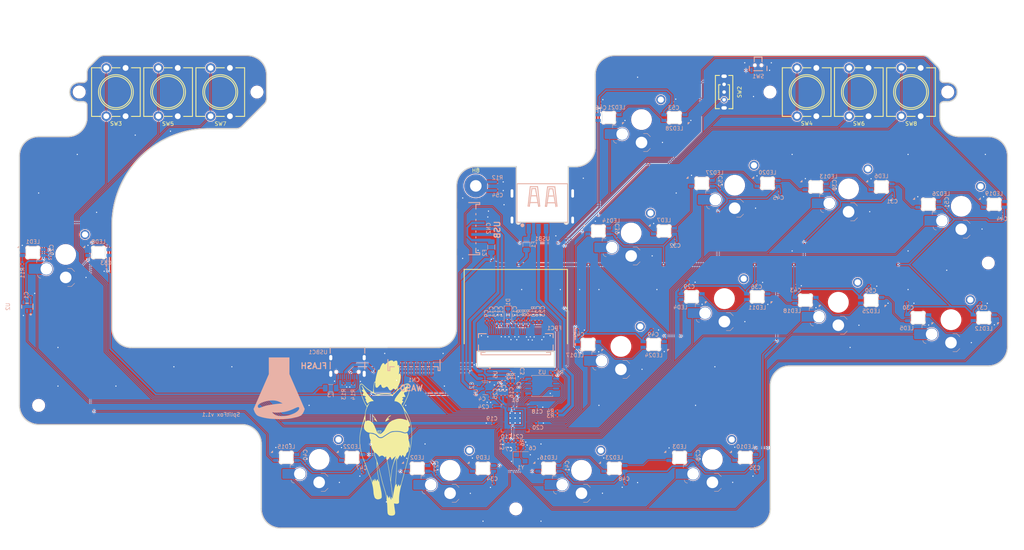
<source format=kicad_pcb>
(kicad_pcb (version 20241229) (generator "pcbnew") (generator_version "9.0")
  (title_block (title "SplitFox") (date "2025-03-16") (rev "1.1"))
  (layers (0 "F.Cu" signal) (2 "B.Cu" signal) (13 "F.Paste" user) (15 "B.Paste" user) (5 "F.SilkS" user "F.Silkscreen") (7 "B.SilkS" user "B.Silkscreen") (1 "F.Mask" user) (3 "B.Mask" user) (25 "Edge.Cuts" user))
  (net 0 "")
  (net 1 "+3V3")
  (net 2 "GND")
  (net 3 "+5V")
  (net 4 "+1V1")
  (net 5 "XTAL_IN")
  (net 6 "/XTAL_O")
  (net 7 "OLED_Reset")
  (net 8 "Net-(C9-Pad2)")
  (net 9 "Net-(C9-Pad1)")
  (net 10 "Net-(C11-Pad2)")
  (net 11 "SCL")
  (net 12 "SDA")
  (net 13 "Net-(C11-Pad1)")
  (net 14 "Net-(C22-Pad2)")
  (net 15 "Net-(C23-Pad2)")
  (net 16 "/GPIO22")
  (net 17 "/GPIO15")
  (net 18 "/GPIO21")
  (net 19 "/GPIO14")
  (net 20 "/GPIO20")
  (net 21 "/GPIO13")
  (net 22 "/GPIO19")
  (net 23 "/GPIO12")
  (net 24 "/GPIO18")
  (net 25 "/GPIO11")
  (net 26 "/GPIO17")
  (net 27 "/GPIO10")
  (net 28 "/GPIO16")
  (net 29 "/GPIO6")
  (net 30 "/GPIO29")
  (net 31 "/GPIO26")
  (net 32 "/GPIO27")
  (net 33 "LED_DATA")
  (net 34 "/GPIO28")
  (net 35 "Net-(CN2-Pad2)")
  (net 36 "D_USB_N")
  (net 37 "D_USB_P")
  (net 38 "Net-(USB1-VCC)")
  (net 39 "Net-(FPC1-Pad5)")
  (net 41 "Net-(LED1-DOUT)")
  (net 42 "Net-(LED1-DIN)")
  (net 43 "Net-(LED2-DIN)")
  (net 44 "Net-(LED2-DOUT)")
  (net 45 "Net-(LED10-DIN)")
  (net 46 "Net-(LED23-DOUT)")
  (net 47 "Net-(LED11-DIN)")
  (net 48 "Net-(LED24-DIN)")
  (net 49 "Net-(LED25-DIN)")
  (net 50 "Net-(LED17-DIN)")
  (net 51 "Net-(LED13-DIN)")
  (net 52 "Net-(LED14-DIN)")
  (net 53 "Net-(LED15-DIN)")
  (net 54 "Net-(LED16-DIN)")
  (net 55 "Net-(LED10-DOUT)")
  (net 56 "Net-(LED11-DOUT)")
  (net 57 "Net-(LED12-DOUT)")
  (net 58 "Net-(LED13-DOUT)")
  (net 59 "Net-(LED14-DOUT)")
  (net 60 "Net-(LED15-DOUT)")
  (net 61 "Net-(LED16-DOUT)")
  (net 62 "Net-(LED18-DIN)")
  (net 63 "Net-(LED19-DOUT)")
  (net 64 "Net-(LED26-DIN)")
  (net 65 "Net-(LED27-DIN)")
  (net 66 "D_P")
  (net 67 "/D_+")
  (net 68 "/D_-")
  (net 69 "D_N")
  (net 70 "Net-(USB1-D+)")
  (net 71 "D_USB_P2")
  (net 72 "D_USB_N2")
  (net 73 "Net-(USB1-D-)")
  (net 74 "/~{USB_BOOT}")
  (net 75 "CS")
  (net 76 "XTAL_OUT")
  (net 77 "/GPIO5")
  (net 78 "Net-(LED19-DIN)")
  (net 79 "Net-(LED20-DIN)")
  (net 80 "/GPIO23")
  (net 81 "Net-(LED21-DIN)")
  (net 82 "/GPIO7")
  (net 83 "/GPIO8")
  (net 84 "/GPIO25")
  (net 85 "/GPIO9")
  (net 86 "SWD")
  (net 87 "SD3")
  (net 88 "SD2")
  (net 89 "SD0")
  (net 90 "QSPI_CLK")
  (net 91 "SD1")
  (net 92 "/GPIO4")
  (net 93 "/GPIO24")
  (net 94 "SWCLK")
  (net 96 "LED_DATA_END")
  (net 97 "Net-(C54-Pad1)")
  (net 98 "VBUS_C")
  (net 99 "Net-(USBC1-CC1)")
  (net 100 "Net-(USBC1-CC2)")
  (footprint "MountingHole:MountingHole_3mm" (layer "F.Cu") (at 260.257022 38.846705)
    (property "Reference" "H6")
    (property "Value" "MountingHole")
  )
  (footprint "easyeda:SW-TH_4P-L12.0-W12.0-P5.00-LS12.5" (layer "F.Cu") (at 237.257022 38.846705 90)
    (property "Reference" "SW6")
    (property "Value" "GT-TC152A-H085-L1")
  )
  (footprint "MountingHole:MountingHole_3mm" (layer "F.Cu") (at 81.5 38.846705)
    (property "Reference" "H2")
    (property "Value" "MountingHole")
  )
  (footprint "MountingHole:MountingHole_3mm_Pad" (layer "F.Cu") (at 138.130082 63.146705)
    (property "Reference" "H8")
    (property "Value" "MountingHole_Pad")
  )
  (footprint "easyeda:SW-TH_4P-L12.0-W12.0-P5.00-LS12.5" (layer "F.Cu") (at 250.757022 38.846705 90)
    (property "Reference" "SW8")
    (property "Value" "GT-TC152A-H085-L1")
  )
  (footprint "easyeda:SW-TH_4P-L12.0-W12.0-P5.00-LS12.5" (layer "F.Cu") (at 72 38.846705 90)
    (property "Reference" "SW7")
    (property "Value" "GT-TC152A-H085-L1")
  )
  (footprint "MountingHole:MountingHole_3mm" (layer "F.Cu") (at 25 120.00001)
    (property "Reference" "H3")
    (property "Value" "MountingHole")
  )
  (footprint "easyeda:SW-TH_4P-L12.0-W12.0-P5.00-LS12.5" (layer "F.Cu") (at 45 38.846705 90)
    (property "Reference" "SW3")
    (property "Value" "GT-TC152A-H085-L1")
  )
  (footprint "easyeda:SW-TH_SS-12D07-X-X" (layer "F.Cu") (at 202.387086 38.846705 -90)
    (property "Reference" "SW2")
    (property "Value" "SS-12D07-L5-B")
  )
  (footprint "MountingHole:MountingHole_3mm" (layer "F.Cu") (at 35.5 38.846705)
    (property "Reference" "H1")
    (property "Value" "MountingHole")
  )
  (footprint "MountingHole:MountingHole_3mm" (layer "F.Cu") (at 148.480082 146.815332)
    (property "Reference" "H4")
    (property "Value" "MountingHole")
  )
  (footprint "PicoFoxpretty:picofox_small" (layer "F.Cu") (at 116.9938 126.412144)
    (property "Reference" "LOGO2")
    (property "Value" "PicoFox" (hide yes))
  )
  (footprint "MountingHole:MountingHole_3mm" (layer "F.Cu") (at 214.257022 38.846705)
    (property "Reference" "H7")
    (property "Value" "MountingHole")
  )
  (footprint "easyeda:SW-TH_4P-L12.0-W12.0-P5.00-LS12.5" (layer "F.Cu") (at 58.5 38.846705 90)
    (property "Reference" "SW5")
    (property "Value" "GT-TC152A-H085-L1")
  )
  (footprint "easyeda:SW-TH_4P-L12.0-W12.0-P5.00-LS12.5" (layer "F.Cu") (at 223.757022 38.846705 90)
    (property "Reference" "SW4")
    (property "Value" "GT-TC152A-H085-L1")
  )
  (footprint "MountingHole:MountingHole_3mm" (layer "F.Cu") (at 270.757022 83.121257)
    (property "Reference" "H5")
    (property "Value" "MountingHole")
  )
  (footprint "Resistor_SMD:R_0402_1005Metric" (layer "B.Cu") (at 151.7 97.99 90)
    (property "Reference" "R9")
    (property "Value" "10k")
  )
  (footprint "Capacitor_SMD:C_0402_1005Metric" (layer "B.Cu") (at 193.36 88.1)
    (property "Reference" "C29")
    (property "Value" "100nF")
  )
  (footprint "Capacitor_SMD:C_0402_1005Metric" (layer "B.Cu") (at 138.12 114.89 -90)
    (property "Reference" "C2")
    (property "Value" "1uF")
  )
  (footprint "Capacitor_SMD:C_0402_1005Metric" (layer "B.Cu") (at 274.42 70.46 180)
    (property "Reference" "C44")
    (property "Value" "100nF")
  )
  (footprint "Capacitor_SMD:C_0402_1005Metric" (layer "B.Cu") (at 145.18 117.41 90)
    (property "Reference" "C15")
    (property "Value" "1uF")
  )
  (footprint "Fuse:Fuse_1206_3216Metric" (layer "B.Cu") (at 142.13 79.01 -90)
    (property "Reference" "F2")
    (property "Value" "500mA")
  )
  (footprint "Capacitor_SMD:C_0402_1005Metric" (layer "B.Cu") (at 216.48 65.02 180)
    (property "Reference" "C45")
    (property "Value" "100nF")
  )
  (footprint "PCM_marbastlib-various:LED_6028R" (layer "B.Cu") (at 172.517149 45.467224 180)
    (property "Reference" "LED21")
    (property "Value" "SK6812MINI-E")
    (fp_line (start 1.699999 0.702843) (end 1.699999 -0.702841) (stroke (width 0.1)) (layer "Edge.Cuts"))
    (fp_line (start 0.794452 -1.499999) (end -0.794452 -1.499999) (stroke (width 0.1)) (layer "Edge.Cuts"))
    (fp_line (start -0.794453 1.5) (end 0.794452 1.5) (stroke (width 0.1)) (layer "Edge.Cuts"))
    (fp_line (start -1.699999 -0.702841) (end -1.699999 0.702843) (stroke (width 0.1)) (layer "Edge.Cuts"))
    (fp_arc (start 1.749484 0.919721) (mid 1.71254 0.814067) (end 1.699999 0.702843) (stroke (width 0.1)) (layer "Edge.Cuts"))
    (fp_arc (start 1.749484 0.919721) (mid 1.638072 1.504036) (end 1.046711 1.5683) (stroke (width 0.1)) (layer "Edge.Cuts"))
    (fp_arc (start 1.699999 -0.702842) (mid 1.712536 -0.814065) (end 1.749484 -0.919719) (stroke (width 0.1)) (layer "Edge.Cuts"))
    (fp_arc (start 1.046711 -1.568296) (mid 1.638069 -1.504034) (end 1.749484 -0.919719) (stroke (width 0.1)) (layer "Edge.Cuts"))
    (fp_arc (start 1.04671 -1.568298) (mid 0.925122 -1.517376) (end 0.794452 -1.499999) (stroke (width 0.1)) (layer "Edge.Cuts"))
    (fp_arc (start 0.794453 1.500001) (mid 0.925123 1.517378) (end 1.046711 1.5683) (stroke (width 0.1)) (layer "Edge.Cuts"))
    (fp_arc (start -0.794452 -1.499999) (mid -0.925123 -1.517376) (end -1.046711 -1.568298) (stroke (width 0.1)) (layer "Edge.Cuts"))
    (fp_arc (start -1.046711 1.568299) (mid -0.925123 1.517377) (end -0.794453 1.5) (stroke (width 0.1)) (layer "Edge.Cuts"))
    (fp_arc (start -1.046711 1.568299) (mid -1.638071 1.504036) (end -1.749484 0.919721) (stroke (width 0.1)) (layer "Edge.Cuts"))
    (fp_arc (start -1.699999 0.702844) (mid -1.712527 0.814069) (end -1.749484 0.919721) (stroke (width 0.1)) (layer "Edge.Cuts"))
    (fp_arc (start -1.749484 -0.919718) (mid -1.638072 -1.504034) (end -1.046711 -1.568298) (stroke (width 0.1)) (layer "Edge.Cuts"))
    (fp_arc (start -1.749484 -0.919719) (mid -1.712527 -0.814067) (end -1.699999 -0.702841) (stroke (width 0.1)) (layer "Edge.Cuts"))
  )
  (footprint "Resistor_SMD:R_0402_1005Metric" (layer "B.Cu") (at 158.04 111.55 180)
    (property "Reference" "R5")
    (property "Value" "1k")
  )
  (footprint "Fuse:Fuse_1206_3216Metric" (layer "B.Cu") (at 100.59 115.52)
    (property "Reference" "F3")
    (property "Value" "500mA")
  )
  (footprint "PCM_marbastlib-xp-choc:SW_choc_v2_HS_CPG135001S30_1u" (layer "B.Cu") (at 165.480082 136.815332 180)
    (property "Reference" "CH7" (hide yes))
    (property "Value" "choc_v1_SW_HS")
  )
  (footprint "PCM_marbastlib-xp-choc:SW_choc_v2_HS_CPG135001S30_1u" (layer "B.Cu") (at 263.757022 68.431264 180)
    (property "Reference" "CH6" (hide yes))
    (property "Value" "choc_v1_SW_HS")
  )
  (footprint "Package_TO_SOT_SMD:SOT-23-6" (layer "B.Cu") (at 140.4775 112.1 180)
    (property "Reference" "U5")
    (property "Value" "USBLC6-2SC6")
  )
  (footprint "PCM_marbastlib-various:LED_6028R" (layer "B.Cu") (at 213.619955 62.476184)
    (property "Reference" "LED20")
    (property "Value" "SK6812MINI-E")
    (fp_line (start -1.699999 -0.702841) (end -1.699999 0.702843) (stroke (width 0.1)) (layer "Edge.Cuts"))
    (fp_line (start -0.794453 1.5) (end 0.794452 1.5) (stroke (width 0.1)) (layer "Edge.Cuts"))
    (fp_line (start 0.794452 -1.499999) (end -0.794452 -1.499999) (stroke (width 0.1)) (layer "Edge.Cuts"))
    (fp_line (start 1.699999 0.702843) (end 1.699999 -0.702841) (stroke (width 0.1)) (layer "Edge.Cuts"))
    (fp_arc (start -1.749484 -0.919719) (mid -1.712527 -0.814067) (end -1.699999 -0.702841) (stroke (width 0.1)) (layer "Edge.Cuts"))
    (fp_arc (start -1.749484 -0.919718) (mid -1.638072 -1.504034) (end -1.046711 -1.568298) (stroke (width 0.1)) (layer "Edge.Cuts"))
    (fp_arc (start -1.699999 0.702844) (mid -1.712527 0.814069) (end -1.749484 0.919721) (stroke (width 0.1)) (layer "Edge.Cuts"))
    (fp_arc (start -1.046711 1.568299) (mid -1.638071 1.504036) (end -1.749484 0.919721) (stroke (width 0.1)) (layer "Edge.Cuts"))
    (fp_arc (start -1.046711 1.568299) (mid -0.925123 1.517377) (end -0.794453 1.5) (stroke (width 0.1)) (layer "Edge.Cuts"))
    (fp_arc (start -0.794452 -1.499999) (mid -0.925123 -1.517376) (end -1.046711 -1.568298) (stroke (width 0.1)) (layer "Edge.Cuts"))
    (fp_arc (start 0.794453 1.500001) (mid 0.925123 1.517378) (end 1.046711 1.5683) (stroke (width 0.1)) (layer "Edge.Cuts"))
    (fp_arc (start 1.04671 -1.568298) (mid 0.925122 -1.517376) (end 0.794452 -1.499999) (stroke (width 0.1)) (layer "Edge.Cuts"))
    (fp_arc (start 1.046711 -1.568296) (mid 1.638069 -1.504034) (end 1.749484 -0.919719) (stroke (width 0.1)) (layer "Edge.Cuts"))
    (fp_arc (start 1.699999 -0.702842) (mid 1.712536 -0.814065) (end 1.749484 -0.919719) (stroke (width 0.1)) (layer "Edge.Cuts"))
    (fp_arc (start 1.749484 0.919721) (mid 1.638072 1.504036) (end 1.046711 1.5683) (stroke (width 0.1)) (layer "Edge.Cuts"))
    (fp_arc (start 1.749484 0.919721) (mid 1.71254 0.814067) (end 1.699999 0.702843) (stroke (width 0.1)) (layer "Edge.Cuts"))
  )
  (footprint "Capacitor_SMD:C_0402_1005Metric" (layer "B.Cu") (at 146.16 117.41 90)
    (property "Reference" "C5")
    (property "Value" "1uF")
  )
  (footprint "PCM_marbastlib-various:LED_6028R" (layer "B.Cu") (at 40.5 80.406336)
    (property "Reference" "LED8")
    (property "Value" "SK6812MINI-E")
    (fp_line (start -1.699999 -0.702841) (end -1.699999 0.702843) (stroke (width 0.1)) (layer "Edge.Cuts"))
    (fp_line (start -0.794453 1.5) (end 0.794452 1.5) (stroke (width 0.1)) (layer "Edge.Cuts"))
    (fp_line (start 0.794452 -1.499999) (end -0.794452 -1.499999) (stroke (width 0.1)) (layer "Edge.Cuts"))
    (fp_line (start 1.699999 0.702843) (end 1.699999 -0.702841) (stroke (width 0.1)) (layer "Edge.Cuts"))
    (fp_arc (start -1.749484 -0.919719) (mid -1.712527 -0.814067) (end -1.699999 -0.702841) (stroke (width 0.1)) (layer "Edge.Cuts"))
    (fp_arc (start -1.749484 -0.919718) (mid -1.638072 -1.504034) (end -1.046711 -1.568298) (stroke (width 0.1)) (layer "Edge.Cuts"))
    (fp_arc (start -1.699999 0.702844) (mid -1.712527 0.814069) (end -1.749484 0.919721) (stroke (width 0.1)) (layer "Edge.Cuts"))
    (fp_arc (start -1.046711 1.568299) (mid -1.638071 1.504036) (end -1.749484 0.919721) (stroke (width 0.1)) (layer "Edge.Cuts"))
    (fp_arc (start -1.046711 1.568299) (mid -0.925123 1.517377) (end -0.794453 1.5) (stroke (width 0.1)) (layer "Edge.Cuts"))
    (fp_arc (start -0.794452 -1.499999) (mid -0.925123 -1.517376) (end -1.046711 -1.568298) (stroke (width 0.1)) (layer "Edge.Cuts"))
    (fp_arc (start 0.794453 1.500001) (mid 0.925123 1.517378) (end 1.046711 1.5683) (stroke (width 0.1)) (layer "Edge.Cuts"))
    (fp_arc (start 1.04671 -1.568298) (mid 0.925122 -1.517376) (end 0.794452 -1.499999) (stroke (width 0.1)) (layer "Edge.Cuts"))
    (fp_arc (start 1.046711 -1.568296) (mid 1.638069 -1.504034) (end 1.749484 -0.919719) (stroke (width 0.1)) (layer "Edge.Cuts"))
    (fp_arc (start 1.699999 -0.702842) (mid 1.712536 -0.814065) (end 1.749484 -0.919719) (stroke (width 0.1)) (layer "Edge.Cuts"))
    (fp_arc (start 1.749484 0.919721) (mid 1.638072 1.504036) (end 1.046711 1.5683) (stroke (width 0.1)) (layer "Edge.Cuts"))
    (fp_arc (start 1.749484 0.919721) (mid 1.71254 0.814067) (end 1.699999 0.702843) (stroke (width 0.1)) (layer "Edge.Cuts"))
  )
  (footprint "Resistor_SMD:R_0402_1005Metric" (layer "B.Cu") (at 106.37 114.71 -90)
    (property "Reference" "R14")
    (property "Value" "5k1")
  )
  (footprint "Resistor_SMD:R_0402_1005Metric" (layer "B.Cu") (at 20.78 83.4 90)
    (property "Reference" "R11")
    (property "Value" "470R")
  )
  (footprint "Capacitor_SMD:C_0402_1005Metric" (layer "B.Cu") (at 210.34 137.34 180)
    (property "Reference" "C35")
    (property "Value" "100nF")
  )
  (footprint "PCM_marbastlib-various:LED_6028R" (layer "B.Cu") (at 240.446795 92.793079 180)
    (property "Reference" "LED25")
    (property "Value" "SK6812MINI-E")
    (fp_line (start 1.699999 0.702843) (end 1.699999 -0.702841) (stroke (width 0.1)) (layer "Edge.Cuts"))
    (fp_line (start 0.794452 -1.499999) (end -0.794452 -1.499999) (stroke (width 0.1)) (layer "Edge.Cuts"))
    (fp_line (start -0.794453 1.5) (end 0.794452 1.5) (stroke (width 0.1)) (layer "Edge.Cuts"))
    (fp_line (start -1.699999 -0.702841) (end -1.699999 0.702843) (stroke (width 0.1)) (layer "Edge.Cuts"))
    (fp_arc (start 1.749484 0.919721) (mid 1.71254 0.814067) (end 1.699999 0.702843) (stroke (width 0.1)) (layer "Edge.Cuts"))
    (fp_arc (start 1.749484 0.919721) (mid 1.638072 1.504036) (end 1.046711 1.5683) (stroke (width 0.1)) (layer "Edge.Cuts"))
    (fp_arc (start 1.699999 -0.702842) (mid 1.712536 -0.814065) (end 1.749484 -0.919719) (stroke (width 0.1)) (layer "Edge.Cuts"))
    (fp_arc (start 1.046711 -1.568296) (mid 1.638069 -1.504034) (end 1.749484 -0.919719) (stroke (width 0.1)) (layer "Edge.Cuts"))
    (fp_arc (start 1.04671 -1.568298) (mid 0.925122 -1.517376) (end 0.794452 -1.499999) (stroke (width 0.1)) (layer "Edge.Cuts"))
    (fp_arc (start 0.794453 1.500001) (mid 0.925123 1.517378) (end 1.046711 1.5683) (stroke (width 0.1)) (layer "Edge.Cuts"))
    (fp_arc (start -0.794452 -1.499999) (mid -0.925123 -1.517376) (end -1.046711 -1.568298) (stroke (width 0.1)) (layer "Edge.Cuts"))
    (fp_arc (start -1.046711 1.568299) (mid -0.925123 1.517377) (end -0.794453 1.5) (stroke (width 0.1)) (layer "Edge.Cuts"))
    (fp_arc (start -1.046711 1.568299) (mid -1.638071 1.504036) (end -1.749484 0.919721) (stroke (width 0.1)) (layer "Edge.Cuts"))
    (fp_arc (start -1.699999 0.702844) (mid -1.712527 0.814069) (end -1.749484 0.919721) (stroke (width 0.1)) (layer "Edge.Cuts"))
    (fp_arc (start -1.749484 -0.919718) (mid -1.638072 -1.504034) (end -1.046711 -1.568298) (stroke (width 0.1)) (layer "Edge.Cuts"))
    (fp_arc (start -1.749484 -0.919719) (mid -1.712527 -0.814067) (end -1.699999 -0.702841) (stroke (width 0.1)) (layer "Edge.Cuts"))
  )
  (footprint "easyeda:SOT-23-5_L2.9-W1.6-P0.95-LS2.8-BR" (layer "B.Cu") (at 22 94.43 -90)
    (property "Reference" "U2")
    (property "Value" "SN74LV1T34DBVR")
  )
  (footprint "PCM_marbastlib-xp-choc:SW_choc_v2_HS_CPG135001S30_1u" (layer "B.Cu") (at 97.597347 133.993939 180)
    (property "Reference" "CH3" (hide yes))
    (property "Value" "choc_v1_SW_HS")
  )
  (footprint "PCM_marbastlib-various:LED_6028R" (layer "B.Cu") (at 272.257022 67.931264)
    (property "Reference" "LED19")
    (property "Value" "SK6812MINI-E")
    (fp_line (start -1.699999 -0.702841) (end -1.699999 0.702843) (stroke (width 0.1)) (layer "Edge.Cuts"))
    (fp_line (start -0.794453 1.5) (end 0.794452 1.5) (stroke (width 0.1)) (layer "Edge.Cuts"))
    (fp_line (start 0.794452 -1.499999) (end -0.794452 -1.499999) (stroke (width 0.1)) (layer "Edge.Cuts"))
    (fp_line (start 1.699999 0.702843) (end 1.699999 -0.702841) (stroke (width 0.1)) (layer "Edge.Cuts"))
    (fp_arc (start -1.749484 -0.919719) (mid -1.712527 -0.814067) (end -1.699999 -0.702841) (stroke (width 0.1)) (layer "Edge.Cuts"))
    (fp_arc (start -1.749484 -0.919718) (mid -1.638072 -1.504034) (end -1.046711 -1.568298) (stroke (width 0.1)) (layer "Edge.Cuts"))
    (fp_arc (start -1.699999 0.702844) (mid -1.712527 0.814069) (end -1.749484 0.919721) (stroke (width 0.1)) (layer "Edge.Cuts"))
    (fp_arc (start -1.046711 1.568299) (mid -1.638071 1.504036) (end -1.749484 0.919721) (stroke (width 0.1)) (layer "Edge.Cuts"))
    (fp_arc (start -1.046711 1.568299) (mid -0.925123 1.517377) (end -0.794453 1.5) (stroke (width 0.1)) (layer "Edge.Cuts"))
    (fp_arc (start -0.794452 -1.499999) (mid -0.925123 -1.517376) (end -1.046711 -1.568298) (stroke (width 0.1)) (layer "Edge.Cuts"))
    (fp_arc (start 0.794453 1.500001) (mid 0.925123 1.517378) (end 1.046711 1.5683) (stroke (width 0.1)) (layer "Edge.Cuts"))
    (fp_arc (start 1.04671 -1.568298) (mid 0.925122 -1.517376) (end 0.794452 -1.499999) (stroke (width 0.1)) (layer "Edge.Cuts"))
    (fp_arc (start 1.046711 -1.568296) (mid 1.638069 -1.504034) (end 1.749484 -0.919719) (stroke (width 0.1)) (layer "Edge.Cuts"))
    (fp_arc (start 1.699999 -0.702842) (mid 1.712536 -0.814065) (end 1.749484 -0.919719) (stroke (width 0.1)) (layer "Edge.Cuts"))
    (fp_arc (start 1.749484 0.919721) (mid 1.638072 1.504036) (end 1.046711 1.5683) (stroke (width 0.1)) (layer "Edge.Cuts"))
    (fp_arc (start 1.749484 0.919721) (mid 1.71254 0.814067) (end 1.699999 0.702843) (stroke (width 0.1)) (layer "Edge.Cuts"))
  )
  (footprint "Diode_SMD:D_SOD-123" (layer "B.Cu") (at 146.46 96.61 -90)
    (property "Reference" "D1")
    (property "Value" "ESD")
  )
  (footprint "Capacitor_SMD:C_0402_1005Metric" (layer "B.Cu") (at 142.31 124.58 180)
    (property "Reference" "C19")
    (property "Value" "100nF")
  )
  (footprint "Capacitor_SMD:C_0402_1005Metric" (layer "B.Cu") (at 189.36 41.73)
    (property "Reference" "C53")
    (property "Value" "100nF")
  )
  (footprint "Package_SO:SOIC-8_5.23x5.23mm_P1.27mm" (layer "B.Cu") (at 155.31 114.98 180)
    (property "Reference" "U3")
    (property "Value" "W25Q128JVS")
  )
  (footprint "Capacitor_SMD:C_0402_1005Metric" (layer "B.Cu") (at 147.03 129.65 -90)
    (property "Reference" "C10")
    (property "Value" "100nF")
  )
  (footprint "Capacitor_SMD:C_0402_1005Metric" (layer "B.Cu") (at 240.33 89.09)
    (property "Reference" "C50")
    (property "Value" "100nF")
  )
  (footprint "easyeda:USB-A-SMD_C41014" (layer "B.Cu") (at 155.343543 69.6667)
    (property "Reference" "USB1")
    (property "Value" "USB-AF-90-10X15.7-H5.72-CB")
  )
  (footprint "PCM_marbastlib-various:LED_6028R" (layer "B.Cu") (at 156.980082 136.315332)
    (property "Reference" "LED16")
    (property "Value" "SK6812MINI-E")
    (fp_line (start -1.699999 -0.702841) (end -1.699999 0.702843) (stroke (width 0.1)) (layer "Edge.Cuts"))
    (fp_line (start -0.794453 1.5) (end 0.794452 1.5) (stroke (width 0.1)) (layer "Edge.Cuts"))
    (fp_line (start 0.794452 -1.499999) (end -0.794452 -1.499999) (stroke (width 0.1)) (layer "Edge.Cuts"))
    (fp_line (start 1.699999 0.702843) (end 1.699999 -0.702841) (stroke (width 0.1)) (layer "Edge.Cuts"))
    (fp_arc (start -1.749484 -0.919719) (mid -1.712527 -0.814067) (end -1.699999 -0.702841) (stroke (width 0.1)) (layer "Edge.Cuts"))
    (fp_arc (start -1.749484 -0.919718) (mid -1.638072 -1.504034) (end -1.046711 -1.568298) (stroke (width 0.1)) (layer "Edge.Cuts"))
    (fp_arc (start -1.699999 0.702844) (mid -1.712527 0.814069) (end -1.749484 0.919721) (stroke (width 0.1)) (layer "Edge.Cuts"))
    (fp_arc (start -1.046711 1.568299) (mid -1.638071 1.504036) (end -1.749484 0.919721) (stroke (width 0.1)) (layer "Edge.Cuts"))
    (fp_arc (start -1.046711 1.568299) (mid -0.925123 1.517377) (end -0.794453 1.5) (stroke (width 0.1)) (layer "Edge.Cuts"))
    (fp_arc (start -0.794452 -1.499999) (mid -0.925123 -1.517376) (end -1.046711 -1.568298) (stroke (width 0.1)) (layer "Edge.Cuts"))
    (fp_arc (start 0.794453 1.500001) (mid 0.925123 1.517378) (end 1.046711 1.5683) (stroke (width 0.1)) (layer "Edge.Cuts"))
    (fp_arc (start 1.04671 -1.568298) (mid 0.925122 -1.517376) (end 0.794452 -1.499999) (stroke (width 0.1)) (layer "Edge.Cuts"))
    (fp_arc (start 1.046711 -1.568296) (mid 1.638069 -1.504034) (end 1.749484 -0.919719) (stroke (width 0.1)) (layer "Edge.Cuts"))
    (fp_arc (start 1.699999 -0.702842) (mid 1.712536 -0.814065) (end 1.749484 -0.919719) (stroke (width 0.1)) (layer "Edge.Cuts"))
    (fp_arc (start 1.749484 0.919721) (mid 1.638072 1.504036) (end 1.046711 1.5683) (stroke (width 0.1)) (layer "Edge.Cuts"))
    (fp_arc (start 1.749484 0.919721) (mid 1.71254 0.814067) (end 1.699999 0.702843) (stroke (width 0.1)) (layer "Edge.Cuts"))
  )
  (footprint "PCM_marbastlib-various:LED_6028R" (layer "B.Cu") (at 106.097347 133.493939)
    (property "Reference" "LED22")
    (property "Value" "SK6812MINI-E")
    (fp_line (start -1.699999 -0.702841) (end -1.699999 0.702843) (stroke (width 0.1)) (layer "Edge.Cuts"))
    (fp_line (start -0.794453 1.5) (end 0.794452 1.5) (stroke (width 0.1)) (layer "Edge.Cuts"))
    (fp_line (start 0.794452 -1.499999) (end -0.794452 -1.499999) (stroke (width 0.1)) (layer "Edge.Cuts"))
    (fp_line (start 1.699999 0.702843) (end 1.699999 -0.702841) (stroke (width 0.1)) (layer "Edge.Cuts"))
    (fp_arc (start -1.749484 -0.919719) (mid -1.712527 -0.814067) (end -1.699999 -0.702841) (stroke (width 0.1)) (layer "Edge.Cuts"))
    (fp_arc (start -1.749484 -0.919718) (mid -1.638072 -1.504034) (end -1.046711 -1.568298) (stroke (width 0.1)) (layer "Edge.Cuts"))
    (fp_arc (start -1.699999 0.702844) (mid -1.712527 0.814069) (end -1.749484 0.919721) (stroke (width 0.1)) (layer "Edge.Cuts"))
    (fp_arc (start -1.046711 1.568299) (mid -1.638071 1.504036) (end -1.749484 0.919721) (stroke (width 0.1)) (layer "Edge.Cuts"))
    (fp_arc (start -1.046711 1.568299) (mid -0.925123 1.517377) (end -0.794453 1.5) (stroke (width 0.1)) (layer "Edge.Cuts"))
    (fp_arc (start -0.794452 -1.499999) (mid -0.925123 -1.517376) (end -1.046711 -1.568298) (stroke (width 0.1)) (layer "Edge.Cuts"))
    (fp_arc (start 0.794453 1.500001) (mid 0.925123 1.517378) (end 1.046711 1.5683) (stroke (width 0.1)) (layer "Edge.Cuts"))
    (fp_arc (start 1.04671 -1.568298) (mid 0.925122 -1.517376) (end 0.794452 -1.499999) (stroke (width 0.1)) (layer "Edge.Cuts"))
    (fp_arc (start 1.046711 -1.568296) (mid 1.638069 -1.504034) (end 1.749484 -0.919719) (stroke (width 0.1)) (layer "Edge.Cuts"))
    (fp_arc (start 1.699999 -0.702842) (mid 1.712536 -0.814065) (end 1.749484 -0.919719) (stroke (width 0.1)) (layer "Edge.Cuts"))
    (fp_arc (start 1.749484 0.919721) (mid 1.638072 1.504036) (end 1.046711 1.5683) (stroke (width 0.1)) (layer "Edge.Cuts"))
    (fp_arc (start 1.749484 0.919721) (mid 1.71254 0.814067) (end 1.699999 0.702843) (stroke (width 0.1)) (layer "Edge.Cuts"))
  )
  (footprint "PCM_marbastlib-xp-choc:SW_choc_v2_HS_CPG135001S30_1u" (layer "B.Cu") (at 261.098744 97.81125 180)
    (property "Reference" "CH11" (hide yes))
    (property "Value" "choc_v1_SW_HS")
  )
  (footprint "Resistor_SMD:R_0402_1005Metric" (layer "B.Cu") (at 146.615 114.32 -90)
    (property "Reference" "R2")
    (property "Value" "27R")
  )
  (footprint "Footprints:RP2040-QFN-56" (layer "B.Cu") (at 148.3 123.285 180)
    (property "Reference" "U1")
    (property "Value" "RP2040")
  )
  (footprint "Capacitor_SMD:C_0402_1005Metric" (layer "B.Cu") (at 141.57 118.19)
    (property "Reference" "C4")
    (property "Value" "1uF")
  )
  (footprint "PCM_marbastlib-various:LED_6028R" (layer "B.Cu") (at 23.5 80.406336)
    (property "Reference" "LED1")
    (property "Value" "SK6812MINI-E")
    (fp_line (start -1.699999 -0.702841) (end -1.699999 0.702843) (stroke (width 0.1)) (layer "Edge.Cuts"))
    (fp_line (start -0.794453 1.5) (end 0.794452 1.5) (stroke (width 0.1)) (layer "Edge.Cuts"))
    (fp_line (start 0.794452 -1.499999) (end -0.794452 -1.499999) (stroke (width 0.1)) (layer "Edge.Cuts"))
    (fp_line (start 1.699999 0.702843) (end 1.699999 -0.702841) (stroke (width 0.1)) (layer "Edge.Cuts"))
    (fp_arc (start -1.749484 -0.919719) (mid -1.712527 -0.814067) (end -1.699999 -0.702841) (stroke (width 0.1)) (layer "Edge.Cuts"))
    (fp_arc (start -1.749484 -0.919718) (mid -1.638072 -1.504034) (end -1.046711 -1.568298) (stroke (width 0.1)) (layer "Edge.Cuts"))
    (fp_arc (start -1.699999 0.702844) (mid -1.712527 0.814069) (end -1.749484 0.919721) (stroke (width 0.1)) (layer "Edge.Cuts"))
    (fp_arc (start -1.046711 1.568299) (mid -1.638071 1.504036) (end -1.749484 0.919721) (stroke (width 0.1)) (layer "Edge.Cuts"))
    (fp_arc (start -1.046711 1.568299) (mid -0.925123 1.517377) (end -0.794453 1.5) (stroke (width 0.1)) (layer "Edge.Cuts"))
    (fp_arc (start -0.794452 -1.499999) (mid -0.925123 -1.517376) (end -1.046711 -1.568298) (stroke (width 0.1)) (layer "Edge.Cuts"))
    (fp_arc (start 0.794453 1.500001) (mid 0.925123 1.517378) (end 1.046711 1.5683) (stroke (width 0.1)) (layer "Edge.Cuts"))
    (fp_arc (start 1.04671 -1.568298) (mid 0.925122 -1.517376) (end 0.794452 -1.499999) (stroke (width 0.1)) (layer "Edge.Cuts"))
    (fp_arc (start 1.046711 -1.568296) (mid 1.638069 -1.504034) (end 1.749484 -0.919719) (stroke (width 0.1)) (layer "Edge.Cuts"))
    (fp_arc (start 1.699999 -0.702842) (mid 1.712536 -0.814065) (end 1.749484 -0.919719) (stroke (width 0.1)) (layer "Edge.Cuts"))
    (fp_arc (start 1.749484 0.919721) (mid 1.638072 1.504036) (end 1.046711 1.5683) (stroke (width 0.1)) (layer "Edge.Cuts"))
    (fp_arc (start 1.749484 0.919721) (mid 1.71254 0.814067) (end 1.699999 0.702843) (stroke (width 0.1)) (layer "Edge.Cuts"))
  )
  (footprint "Capacitor_SMD:C_0402_1005Metric" (layer "B.Cu") (at 93.94 134.85)
    (property "Reference" "C40")
    (property "Value" "100nF")
  )
  (footprint "Resistor_SMD:R_0402_1005Metric" (layer "B.Cu") (at 149.16 98.01 -90)
    (property "Reference" "R7")
    (property "Value" "4K7")
  )
  (footprint "PCM_marbastlib-various:LED_6028R" (layer "B.Cu") (at 190.862817 133.493939)
    (property "Reference" "LED3")
    (property "Value" "SK6812MINI-E")
    (fp_line (start -1.699999 -0.702841) (end -1.699999 0.702843) (stroke (width 0.1)) (layer "Edge.Cuts"))
    (fp_line (start -0.794453 1.5) (end 0.794452 1.5) (stroke (width 0.1)) (layer "Edge.Cuts"))
    (fp_line (start 0.794452 -1.499999) (end -0.794452 -1.499999) (stroke (width 0.1)) (layer "Edge.Cuts"))
    (fp_line (start 1.699999 0.702843) (end 1.699999 -0.702841) (stroke (width 0.1)) (layer "Edge.Cuts"))
    (fp_arc (start -1.749484 -0.919719) (mid -1.712527 -0.814067) (end -1.699999 -0.702841) (stroke (width 0.1)) (layer "Edge.Cuts"))
    (fp_arc (start -1.749484 -0.919718) (mid -1.638072 -1.504034) (end -1.046711 -1.568298) (stroke (width 0.1)) (layer "Edge.Cuts"))
    (fp_arc (start -1.699999 0.702844) (mid -1.712527 0.814069) (end -1.749484 0.919721) (stroke (width 0.1)) (layer "Edge.Cuts"))
    (fp_arc (start -1.046711 1.568299) (mid -1.638071 1.504036) (end -1.749484 0.919721) (stroke (width 0.1)) (layer "Edge.Cuts"))
    (fp_arc (start -1.046711 1.568299) (mid -0.925123 1.517377) (end -0.794453 1.5) (stroke (width 0.1)) (layer "Edge.Cuts"))
    (fp_arc (start -0.794452 -1.499999) (mid -0.925123 -1.517376) (end -1.046711 -1.568298) (stroke (width 0.1)) (layer "Edge.Cuts"))
    (fp_arc (start 0.794453 1.500001) (mid 0.925123 1.517378) (end 1.046711 1.5683) (stroke (width 0.1)) (layer "Edge.Cuts"))
    (fp_arc (start 1.04671 -1.568298) (mid 0.925122 -1.517376) (end 0.794452 -1.499999) (stroke (width 0.1)) (layer "Edge.Cuts"))
    (fp_arc (start 1.046711 -1.568296) (mid 1.638069 -1.504034) (end 1.749484 -0.919719) (stroke (width 0.1)) (layer "Edge.Cuts"))
    (fp_arc (start 1.699999 -0.702842) (mid 1.712536 -0.814065) (end 1.749484 -0.919719) (stroke (width 0.1)) (layer "Edge.Cuts"))
    (fp_arc (start 1.749484 0.919721) (mid 1.638072 1.504036) (end 1.046711 1.5683) (stroke (width 0.1)) (layer "Edge.Cuts"))
    (fp_arc (start 1.749484 0.919721) (mid 1.71254 0.814067) (end 1.699999 0.702843) (stroke (width 0.1)) (layer "Edge.Cuts"))
  )
  (footprint "Capacitor_SMD:C_0402_1005Metric" (layer "B.Cu") (at 149.33 116.64 90)
    (property "Reference" "C8")
    (property "Value" "100nF")
  )
  (footprint "PCM_marbastlib-various:LED_6028R" (layer "B.Cu") (at 184.180082 104.225332 180)
    (property "Reference" "LED24")
    (property "Value" "SK6812MINI-E")
    (fp_line (start 1.699999 0.702843) (end 1.699999 -0.702841) (stroke (width 0.1)) (layer "Edge.Cuts"))
    (fp_line (start 0.794452 -1.499999) (end -0.794452 -1.499999) (stroke (width 0.1)) (layer "Edge.Cuts"))
    (fp_line (start -0.794453 1.5) (end 0.794452 1.5) (stroke (width 0.1)) (layer "Edge.Cuts"))
    (fp_line (start -1.699999 -0.702841) (end -1.699999 0.702843) (stroke (width 0.1)) (layer "Edge.Cuts"))
    (fp_arc (start 1.749484 0.919721) (mid 1.71254 0.814067) (end 1.699999 0.702843) (stroke (width 0.1)) (layer "Edge.Cuts"))
    (fp_arc (start 1.749484 0.919721) (mid 1.638072 1.504036) (end 1.046711 1.5683) (stroke (width 0.1)) (layer "Edge.Cuts"))
    (fp_arc (start 1.699999 -0.702842) (mid 1.712536 -0.814065) (end 1.749484 -0.919719) (stroke (width 0.1)) (layer "Edge.Cuts"))
    (fp_arc (start 1.046711 -1.568296) (mid 1.638069 -1.504034) (end 1.749484 -0.919719) (stroke (width 0.1)) (layer "Edge.Cuts"))
    (fp_arc (start 1.04671 -1.568298) (mid 0.925122 -1.517376) (end 0.794452 -1.499999) (stroke (width 0.1)) (layer "Edge.Cuts"))
    (fp_arc (start 0.794453 1.500001) (mid 0.925123 1.517378) (end 1.046711 1.5683) (stroke (width 0.1)) (layer "Edge.Cuts"))
    (fp_arc (start -0.794452 -1.499999) (mid -0.925123 -1.517376) (end -1.046711 -1.568298) (stroke (width 0.1)) (layer "Edge.Cuts"))
    (fp_arc (start -1.046711 1.568299) (mid -0.925123 1.517377) (end -0.794453 1.5) (stroke (width 0.1)) (layer "Edge.Cuts"))
    (fp_arc (start -1.046711 1.568299) (mid -1.638071 1.504036) (end -1.749484 0.919721) (stroke (width 0.1)) (layer "Edge.Cuts"))
    (fp_arc (start -1.699999 0.702844) (mid -1.712527 0.814069) (end -1.749484 0.919721) (stroke (width 0.1)) (layer "Edge.Cuts"))
    (fp_arc (start -1.749484 -0.919718) (mid -1.638072 -1.504034) (end -1.046711 -1.568298) (stroke (width 0.1)) (layer "Edge.Cuts"))
    (fp_arc (start -1.749484 -0.919719) (mid -1.712527 -0.814067) (end -1.699999 -0.702841) (stroke (width 0.1)) (layer "Edge.Cuts"))
  )
  (footprint "Capacitor_SMD:C_0402_1005Metric" (layer "B.Cu") (at 174.67 76.2)
    (property "Reference" "C39")
    (property "Value" "100nF")
  )
  (footprint "Capacitor_SMD:C_0402_1005Metric" (layer "B.Cu") (at 260.07 69.33)
    (property "Reference" "C51")
    (property "Value" "100nF")
  )
  (footprint "Capacitor_SMD:C_0402_1005Metric" (layer "B.Cu") (at 230.9 64.83)
    (property "Reference" "C38")
    (property "Value" "100nF")
  )
  (footprint "PCM_marbastlib-various:LED_6028R" (layer "B.Cu") (at 252.598744 97.31125 180)
    (property "Reference" "LED5")
    (property "Value" "SK6812MINI-E")
    (fp_line (start 1.699999 0.702843) (end 1.699999 -0.702841) (stroke (width 0.1)) (layer "Edge.Cuts"))
    (fp_line (start 0.794452 -1.499999) (end -0.794452 -1.499999) (stroke (width 0.1)) (layer "Edge.Cuts"))
    (fp_line (start -0.794453 1.5) (end 0.794452 1.5) (stroke (width 0.1)) (layer "Edge.Cuts"))
    (fp_line (start -1.699999 -0.702841) (end -1.699999 0.702843) (stroke (width 0.1)) (layer "Edge.Cuts"))
    (fp_arc (start 1.749484 0.919721) (mid 1.71254 0.814067) (end 1.699999 0.702843) (stroke (width 0.1)) (layer "Edge.Cuts"))
    (fp_arc (start 1.749484 0.919721) (mid 1.638072 1.504036) (end 1.046711 1.5683) (stroke (width 0.1)) (layer "Edge.Cuts"))
    (fp_arc (start 1.699999 -0.702842) (mid 1.712536 -0.814065) (end 1.749484 -0.919719) (stroke (width 0.1)) (layer "Edge.Cuts"))
    (fp_arc (start 1.046711 -1.568296) (mid 1.638069 -1.504034) (end 1.749484 -0.919719) (stroke (width 0.1)) (layer "Edge.Cuts"))
    (fp_arc (start 1.04671 -1.568298) (mid 0.925122 -1.517376) (end 0.794452 -1.499999) (stroke (width 0.1)) (layer "Edge.Cuts"))
    (fp_arc (start 0.794453 1.500001) (mid 0.925123 1.517378) (end 1.046711 1.5683) (stroke (width 0.1)) (layer "Edge.Cuts"))
    (fp_arc (start -0.794452 -1.499999) (mid -0.925123 -1.517376) (end -1.046711 -1.568298) (stroke (width 0.1)) (layer "Edge.Cuts"))
    (fp_arc (start -1.046711 1.568299) (mid -0.925123 1.517377) (end -0.794453 1.5) (stroke (width 0.1)) (layer "Edge.Cuts"))
    (fp_arc (start -1.046711 1.568299) (mid -1.638071 1.504036) (end -1.749484 0.919721) (stroke (width 0.1)) (layer "Edge.Cuts"))
    (fp_arc (start -1.699999 0.702844) (mid -1.712527 0.814069) (end -1.749484 0.919721) (stroke (width 0.1)) (layer "Edge.Cuts"))
    (fp_arc (start -1.749484 -0.919718) (mid -1.638072 -1.504034) (end -1.046711 -1.568298) (stroke (width 0.1)) (layer "Edge.Cuts"))
    (fp_arc (start -1.749484 -0.919719) (mid -1.712527 -0.814067) (end -1.699999 -0.702841) (stroke (width 0.1)) (layer "Edge.Cuts"))
  )
  (footprint "Capacitor_SMD:C_0402_1005Metric" (layer "B.Cu") (at 108.61 137.35 180)
    (property "Reference" "C47")
    (property "Value" "100nF")
  )
  (footprint "PCM_marbastlib-various:LED_6028R" (layer "B.Cu") (at 223.446795 92.793079 180)
    (property "Reference" "LED18")
    (property "Value" "SK6812MINI-E")
    (fp_line (start 1.699999 0.702843) (end 1.699999 -0.702841) (stroke (width 0.1)) (layer "Edge.Cuts"))
    (fp_line (start 0.794452 -1.499999) (end -0.794452 -1.499999) (stroke (width 0.1)) (layer "Edge.Cuts"))
    (fp_line (start -0.794453 1.5) (end 0.794452 1.5) (stroke (width 0.1)) (layer "Edge.Cuts"))
    (fp_line (start -1.699999 -0.702841) (end -1.699999 0.702843) (stroke (width 0.1)) (layer "Edge.Cuts"))
    (fp_arc (start 1.749484 0.919721) (mid 1.71254 0.814067) (end 1.699999 0.702843) (stroke (width 0.1)) (layer "Edge.Cuts"))
    (fp_arc (start 1.749484 0.919721) (mid 1.638072 1.504036) (end 1.046711 1.5683) (stroke (width 0.1)) (layer "Edge.Cuts"))
    (fp_arc (start 1.699999 -0.702842) (mid 1.712536 -0.814065) (end 1.749484 -0.919719) (stroke (width 0.1)) (layer "Edge.Cuts"))
    (fp_arc (start 1.046711 -1.568296) (mid 1.638069 -1.504034) (end 1.749484 -0.919719) (stroke (width 0.1)) (layer "Edge.Cuts"))
    (fp_arc (start 1.04671 -1.568298) (mid 0.925122 -1.517376) (end 0.794452 -1.499999) (stroke (width 0.1)) (layer "Edge.Cuts"))
    (fp_arc (start 0.794453 1.500001) (mid 0.925123 1.517378) (end 1.046711 1.5683) (stroke (width 0.1)) (layer "Edge.Cuts"))
    (fp_arc (start -0.794452 -1.499999) (mid -0.925123 -1.517376) (end -1.046711 -1.568298) (stroke (width 0.1)) (layer "Edge.Cuts"))
    (fp_arc (start -1.046711 1.568299) (mid -0.925123 1.517377) (end -0.794453 1.5) (stroke (width 0.1)) (layer "Edge.Cuts"))
    (fp_arc (start -1.046711 1.568299) (mid -1.638071 1.504036) (end -1.749484 0.919721) (stroke (width 0.1)) (layer "Edge.Cuts"))
    (fp_arc (start -1.699999 0.702844) (mid -1.712527 0.814069) (end -1.749484 0.919721) (stroke (width 0.1)) (layer "Edge.Cuts"))
    (fp_arc (start -1.749484 -0.919718) (mid -1.638072 -1.504034) (end -1.046711 -1.568298) (stroke (width 0.1)) (layer "Edge.Cuts"))
    (fp_arc (start -1.749484 -0.919719) (mid -1.712527 -0.814067) (end -1.699999 -0.702841) (stroke (width 0.1)) (layer "Edge.Cuts"))
  )
  (footprint "PCM_marbastlib-various:LED_6028R" (layer "B.Cu") (at 196.619955 62.476184)
    (property "Reference" "LED27")
    (property "Value" "SK6812MINI-E")
    (fp_line (start -1.699999 -0.702841) (end -1.699999 0.702843) (stroke (width 0.1)) (layer "Edge.Cuts"))
    (fp_line (start -0.794453 1.5) (end 0.794452 1.5) (stroke (width 0.1)) (layer "Edge.Cuts"))
    (fp_line (start 0.794452 -1.499999) (end -0.794452 -1.499999) (stroke (width 0.1)) (layer "Edge.Cuts"))
    (fp_line (start 1.699999 0.702843) (end 1.699999 -0.702841) (stroke (width 0.1)) (layer "Edge.Cuts"))
    (fp_arc (start -1.749484 -0.919719) (mid -1.712527 -0.814067) (end -1.699999 -0.702841) (stroke (width 0.1)) (layer "Edge.Cuts"))
    (fp_arc (start -1.749484 -0.919718) (mid -1.638072 -1.504034) (end -1.046711 -1.568298) (stroke (width 0.1)) (layer "Edge.Cuts"))
    (fp_arc (start -1.699999 0.702844) (mid -1.712527 0.814069) (end -1.749484 0.919721) (stroke (width 0.1)) (layer "Edge.Cuts"))
    (fp_arc (start -1.046711 1.568299) (mid -1.638071 1.504036) (end -1.749484 0.919721) (stroke (width 0.1)) (layer "Edge.Cuts"))
    (fp_arc (start -1.046711 1.568299) (mid -0.925123 1.517377) (end -0.794453 1.5) (stroke (width 0.1)) (layer "Edge.Cuts"))
    (fp_arc (start -0.794452 -1.499999) (mid -0.925123 -1.517376) (end -1.046711 -1.568298) (stroke (width 0.1)) (layer "Edge.Cuts"))
    (fp_arc (start 0.794453 1.500001) (mid 0.925123 1.517378) (end 1.046711 1.5683) (stroke (width 0.1)) (layer "Edge.Cuts"))
    (fp_arc (start 1.04671 -1.568298) (mid 0.925122 -1.517376) (end 0.794452 -1.499999) (stroke (width 0.1)) (layer "Edge.Cuts"))
    (fp_arc (start 1.046711 -1.568296) (mid 1.638069 -1.504034) (end 1.749484 -0.919719) (stroke (width 0.1)) (layer "Edge.Cuts"))
    (fp_arc (start 1.699999 -0.702842) (mid 1.712536 -0.814065) (end 1.749484 -0.919719) (stroke (width 0.1)) (layer "Edge.Cuts"))
    (fp_arc (start 1.749484 0.919721) (mid 1.638072 1.504036) (end 1.046711 1.5683) (stroke (width 0.1)) (layer "Edge.Cuts"))
    (fp_arc (start 1.749484 0.919721) (mid 1.71254 0.814067) (end 1.699999 0.702843) (stroke (width 0.1)) (layer "Edge.Cuts"))
  )
  (footprint "PCM_marbastlib-various:LED_6028R" (layer "B.Cu") (at 167.180082 104.225332 180)
    (property "Reference" "LED17")
    (property "Value" "SK6812MINI-E")
    (fp_line (start 1.699999 0.702843) (end 1.699999 -0.702841) (stroke (width 0.1)) (layer "Edge.Cuts"))
    (fp_line (start 0.794452 -1.499999) (end -0.794452 -1.499999) (stroke (width 0.1)) (layer "Edge.Cuts"))
    (fp_line (start -0.794453 1.5) (end 0.794452 1.5) (stroke (width 0.1)) (layer "Edge.Cuts"))
    (fp_line (start -1.699999 -0.702841) (end -1.699999 0.702843) (stroke (width 0.1)) (layer "Edge.Cuts"))
    (fp_arc (start 1.749484 0.919721) (mid 1.71254 0.814067) (end 1.699999 0.702843) (stroke (width 0.1)) (layer "Edge.Cuts"))
    (fp_arc (start 1.749484 0.919721) (mid 1.638072 1.504036) (end 1.046711 1.5683) (stroke (width 0.1)) (layer "Edge.Cuts"))
    (fp_arc (start 1.699999 -0.702842) (mid 1.712536 -0.814065) (end 1.749484 -0.919719) (stroke (width 0.1)) (layer "Edge.Cuts"))
    (fp_arc (start 1.046711 -1.568296) (mid 1.638069 -1.504034) (end 1.749484 -0.919719) (stroke (width 0.1)) (layer "Edge.Cuts"))
    (fp_arc (start 1.04671 -1.568298) (mid 0.925122 -1.517376) (end 0.794452 -1.499999) (stroke (width 0.1)) (layer "Edge.Cuts"))
    (fp_arc (start 0.794453 1.500001) (mid 0.925123 1.517378) (end 1.046711 1.5683) (stroke (width 0.1)) (layer "Edge.Cuts"))
    (fp_arc (start -0.794452 -1.499999) (mid -0.925123 -1.517376) (end -1.046711 -1.568298) (stroke (width 0.1)) (layer "Edge.Cuts"))
    (fp_arc (start -1.046711 1.568299) (mid -0.925123 1.517377) (end -0.794453 1.5) (stroke (width 0.1)) (layer "Edge.Cuts"))
    (fp_arc (start -1.046711 1.568299) (mid -1.638071 1.504036) (end -1.749484 0.919721) (stroke (width 0.1)) (layer "Edge.Cuts"))
    (fp_arc (start -1.699999 0.702844) (mid -1.712527 0.814069) (end -1.749484 0.919721) (stroke (width 0.1)) (layer "Edge.Cuts"))
    (fp_arc (start -1.749484 -0.919718) (mid -1.638072 -1.504034) (end -1.046711 -1.568298) (stroke (width 0.1)) (layer "Edge.Cuts"))
    (fp_arc (start -1.749484 -0.919719) (mid -1.712527 -0.814067) (end -1.699999 -0.702841) (stroke (width 0.1)) (layer "Edge.Cuts"))
  )
  (footprint "PCM_marbastlib-xp-choc:SW_choc_v2_HS_CPG135001S30_1u" (layer "B.Cu") (at 199.362817 133.993939 180)
    (property "Reference" "CH9" (hide yes))
    (property "Value" "choc_v1_SW_HS")
  )
  (footprint "Capacitor_SMD:C_0402_1005Metric" (layer "B.Cu") (at 142.455 120.25 180)
    (property "Reference" "C24")
    (property "Value" "100nF")
  )
  (footprint "PCM_marbastlib-xp-choc:SW_choc_v2_HS_CPG135001S30_1u" (layer "B.Cu") (at 202.461677 92.35617 180)
    (property "Reference" "CH2" (hide yes))
    (property "Value" "choc_v1_SW_HS")
  )
  (footprint "Crystal:Crystal_SMD_3225-4Pin_3.2x2.5mm" (layer "B.Cu") (at 149.76 133.63)
    (property "Reference" "Y1")
    (property "Value" "12MHz")
  )
  (footprint "PCM_marbastlib-xp-choc:SW_choc_v2_HS_CPG135001S30_1u" (layer "B.Cu") (at 178.33836 75.345346 180)
    (property "Reference" "CH12" (hide yes))
    (property "Value" "choc_v1_SW_HS")
  )
  (footprint "Capacitor_SMD:C_0402_1005Metric" (layer "B.Cu") (at 210.8 88.16)
    (property "Reference" "C36")
    (property "Value" "100nF")
  )
  (footprint "PCM_marbastlib-various:LED_6028R" (layer "B.Cu") (at 186.83836 74.845346)
    (property "Reference" "LED7")
    (property "Value" "SK6812MINI-E")
    (fp_line (start -1.699999 -0.702841) (end -1.699999 0.702843) (stroke (width 0.1)) (layer "Edge.Cuts"))
    (fp_line (start -0.794453 1.5) (end 0.794452 1.5) (stroke (width 0.1)) (layer "Edge.Cuts"))
    (fp_line (start 0.794452 -1.499999) (end -0.794452 -1.499999) (stroke (width 0.1)) (layer "Edge.Cuts"))
    (fp_line (start 1.699999 0.702843) (end 1.699999 -0.702841) (stroke (width 0.1)) (layer "Edge.Cuts"))
    (fp_arc (start -1.749484 -0.919719) (mid -1.712527 -0.814067) (end -1.699999 -0.702841) (stroke (width 0.1)) (layer "Edge.Cuts"))
    (fp_arc (start -1.749484 -0.919718) (mid -1.638072 -1.504034) (end -1.046711 -1.568298) (stroke (width 0.1)) (layer "Edge.Cuts"))
    (fp_arc (start -1.699999 0.702844) (mid -1.712527 0.814069) (end -1.749484 0.919721) (stroke (width 0.1)) (layer "Edge.Cuts"))
    (fp_arc (start -1.046711 1.568299) (mid -1.638071 1.504036) (end -1.749484 0.919721) (stroke (width 0.1)) (layer "Edge.Cuts"))
    (fp_arc (start -1.046711 1.568299) (mid -0.925123 1.517377) (end -0.794453 1.5) (stroke (width 0.1)) (layer "Edge.Cuts"))
    (fp_arc (start -0.794452 -1.499999) (mid -0.925123 -1.517376) (end -1.046711 -1.568298) (stroke (width 0.1)) (layer "Edge.Cuts"))
    (fp_arc (start 0.794453 1.500001) (mid 0.925123 1.517378) (end 1.046711 1.5683) (stroke (width 0.1)) (layer "Edge.Cuts"))
    (fp_arc (start 1.04671 -1.568298) (mid 0.925122 -1.517376) (end 0.794452 -1.499999) (stroke (width 0.1)) (layer "Edge.Cuts"))
    (fp_arc (start 1.046711 -1.568296) (mid 1.638069 -1.504034) (end 1.749484 -0.919719) (stroke (width 0.1)) (layer "Edge.Cuts"))
    (fp_arc (start 1.699999 -0.702842) (mid 1.712536 -0.814065) (end 1.749484 -0.919719) (stroke (width 0.1)) (layer "Edge.Cuts"))
    (fp_arc (start 1.749484 0.919721) (mid 1.638072 1.504036) (end 1.046711 1.5683) (stroke (width 0.1)) (layer "Edge.Cuts"))
    (fp_arc (start 1.749484 0.919721) (mid 1.71254 0.814067) (end 1.699999 0.702843) (stroke (width 0.1)) (layer "Edge.Cuts"))
  )
  (footprint "Capacitor_SMD:C_0402_1005Metric" (layer "B.Cu") (at 140.95 98.09 -90)
    (property "Reference" "C9")
    (property "Value" "1uF")
  )
  (footprint "easyeda:CONN-SMD_S7B-ZR-SM4A-TF-LF-SN" (layer "B.Cu") (at 136.7 74.218785 -90)
    (property "Reference" "CN2")
    (property "Value" "S7B-ZR-SM4A-TF(LF)(SN)_C5118704")
  )
  (footprint "PCM_marbastlib-xp-choc:SW_choc_v2_HS_CPG135001S30_1u" (layer "B.Cu") (at 32 80.906336 180)
    (property "Reference" "CH1" (hide yes))
    (property "Value" "choc_v1_SW_HS")
  )
  (footprint "PCM_marbastlib-various:LED_6028R" (layer "B.Cu") (at 210.961677 91.85617 180)
    (property "Reference" "LED11")
    (property "Value" "SK6812MINI-E")
    (fp_line (start 1.699999 0.702843) (end 1.699999 -0.702841) (stroke (width 0.1)) (layer "Edge.Cuts"))
    (fp_line (start 0.794452 -1.499999) (end -0.794452 -1.499999) (stroke (width 0.1)) (layer "Edge.Cuts"))
    (fp_line (start -0.794453 1.5) (end 0.794452 1.5) (stroke (width 0.1)) (layer "Edge.Cuts"))
    (fp_line (start -1.699999 -0.702841) (end -1.699999 0.702843) (stroke (width 0.1)) (layer "Edge.Cuts"))
    (fp_arc (start 1.749484 0.919721) (mid 1.71254 0.814067) (end 1.699999 0.702843) (stroke (width 0.1)) (layer "Edge.Cuts"))
    (fp_arc (start 1.749484 0.919721) (mid 1.638072 1.504036) (end 1.046711 1.5683) (stroke (width 0.1)) (layer "Edge.Cuts"))
    (fp_arc (start 1.699999 -0.702842) (mid 1.712536 -0.814065) (end 1.749484 -0.919719) (stroke (width 0.1)) (layer "Edge.Cuts"))
    (fp_arc (start 1.046711 -1.568296) (mid 1.638069 -1.504034) (end 1.749484 -0.919719) (stroke (width 0.1)) (layer "Edge.Cuts"))
    (fp_arc (start 1.04671 -1.568298) (mid 0.925122 -1.517376) (end 0.794452 -1.499999) (stroke (width 0.1)) (layer "Edge.Cuts"))
    (fp_arc (start 0.794453 1.500001) (mid 0.925123 1.517378) (end 1.046711 1.5683) (stroke (width 0.1)) (layer "Edge.Cuts"))
    (fp_arc (start -0.794452 -1.499999) (mid -0.925123 -1.517376) (end -1.046711 -1.568298) (stroke (width 0.1)) (layer "Edge.Cuts"))
    (fp_arc (start -1.046711 1.568299) (mid -0.925123 1.517377) (end -0.794453 1.5) (stroke (width 0.1)) (layer "Edge.Cuts"))
    (fp_arc (start -1.046711 1.568299) (mid -1.638071 1.504036) (end -1.749484 0.919721) (stroke (width 0.1)) (layer "Edge.Cuts"))
    (fp_arc (start -1.699999 0.702844) (mid -1.712527 0.814069) (end -1.749484 0.919721) (stroke (width 0.1)) (layer "Edge.Cuts"))
    (fp_arc (start -1.749484 -0.919718) (mid -1.638072 -1.504034) (end -1.046711 -1.568298) (stroke (width 0.1)) (layer "Edge.Cuts"))
    (fp_arc (start -1.749484 -0.919719) (mid -1.712527 -0.814067) (end -1.699999 -0.702841) (stroke (width 0.1)) (layer "Edge.Cuts"))
  )
  (footprint "easyeda:SW-SMD_TS24CA" (layer "B.Cu") (at 211.197054 32.221705 180)
    (property "Reference" "SW1")
    (property "Value" "TS24CA")
  )
  (footprint "Capacitor_SMD:C_0402_1005Metric" (layer "B.Cu") (at 143.67 98.06 90)
    (property "Reference" "C12")
    (property "Value" "1uF")
  )
  (footprint "Capacitor_SMD:C_0402_1005Metric" (layer "B.Cu") (at 148.58 131.1)
    (property "Reference" "C7")
    (property "Value" "30pF")
  )
  (footprint "PCM_marbastlib-xp-choc:SW_choc_v2_HS_CPG135001S30_1u" (layer "B.Cu") (at 131.480082 136.815332 180)
    (property "Reference" "CH5" (hide yes))
    (property "Value" "choc_v1_SW_HS")
  )
  (footprint "Capacitor_SMD:C_0402_1005Metric" (layer "B.Cu") (at 220.9 89.02)
    (property "Reference" "C43")
    (property "Value" "100nF")
  )
  (footprint "Capacitor_SMD:C_0402_1005Metric" (layer "B.Cu") (at 170.53 41.74)
    (property "Reference" "C46")
    (property "Value" "100nF")
  )
  (footprint "Capacitor_SMD:C_0402_1005Metric" (layer "B.Cu") (at 164.77 100.51)
    (property "Reference" "C42")
    (property "Value" "100nF")
  )
  (footprint "Resistor_SMD:R_0402_1005Metric" (layer "B.Cu") (at 103.91 114.7 90)
    (property "Reference" "R13")
    (property "Value" "5k1")
  )
  (footprint "Resistor_SMD:R_0402_1005Metric" (layer "B.Cu") (at 143.77 62.12)
    (property "Reference" "R12")
    (property "Value" "4.7M")
  )
  (footprint "PCM_marbastlib-xp-choc:SW_choc_v2_HS_CPG135001S30_1u" (layer "B.Cu") (at 175.680082 104.725332 180)
    (property "Reference" "CH4" (hide yes))
    (property "Value" "choc_v1_SW_HS")
  )
  (footprint "PCM_marbastlib-various:LED_6028R" (layer "B.Cu") (at 122.980082 136.315332)
    (property "Reference" "LED2")
    (property "Value" "SK6812MINI-E")
    (fp_line (start -1.699999 -0.702841) (end -1.699999 0.702843) (stroke (width 0.1)) (layer "Edge.Cuts"))
    (fp_line (start -0.794453 1.5) (end 0.794452 1.5) (stroke (width 0.1)) (layer "Edge.Cuts"))
    (fp_line (start 0.794452 -1.499999) (end -0.794452 -1.499999) (stroke (width 0.1)) (layer "Edge.Cuts"))
    (fp_line (start 1.699999 0.702843) (end 1.699999 -0.702841) (stroke (width 0.1)) (layer "Edge.Cuts"))
    (fp_arc (start -1.749484 -0.919719) (mid -1.712527 -0.814067) (end -1.699999 -0.702841) (stroke (width 0.1)) (layer "Edge.Cuts"))
    (fp_arc (start -1.749484 -0.919718) (mid -1.638072 -1.504034) (end -1.046711 -1.568298) (stroke (width 0.1)) (layer "Edge.Cuts"))
    (fp_arc (start -1.699999 0.702844) (mid -1.712527 0.814069) (end -1.749484 0.919721) (stroke (width 0.1)) (layer "Edge.Cuts"))
    (fp_arc (start -1.046711 1.568299) (mid -1.638071 1.504036) (end -1.749484 0.919721) (stroke (width 0.1)) (layer "Edge.Cuts"))
    (fp_arc (start -1.046711 1.568299) (mid -0.925123 1.517377) (end -0.794453 1.5) (stroke (width 0.1)) (layer "Edge.Cuts"))
    (fp_arc (start -0.794452 -1.499999) (mid -0.925123 -1.517376) (end -1.046711 -1.568298) (stroke (width 0.1)) (layer "Edge.Cuts"))
    (fp_arc (start 0.794453 1.500001) (mid 0.925123 1.517378) (end 1.046711 1.5683) (stroke (width 0.1)) (layer "Edge.Cuts"))
    (fp_arc (start 1.04671 -1.568298) (mid 0.925122 -1.517376) (end 0.794452 -1.499999) (stroke (width 0.1)) (layer "Edge.Cuts"))
    (fp_arc (start 1.046711 -1.568296) (mid 1.638069 -1.504034) (end 1.749484 -0.919719) (stroke (width 0.1)) (layer "Edge.Cuts"))
    (fp_arc (start 1.699999 -0.702842) (mid 1.712536 -0.814065) (end 1.749484 -0.919719) (stroke (width 0.1)) (layer "Edge.Cuts"))
    (fp_arc (start 1.749484 0.919721) (mid 1.638072 1.504036) (end 1.046711 1.5683) (stroke (width 0.1)) (layer "Edge.Cuts"))
    (fp_arc (start 1.749484 0.919721) (mid 1.71254 0.814067) (end 1.699999 0.702843) (stroke (width 0.1)) (layer "Edge.Cuts"))
  )
  (footprint "Resistor_SMD:R_0402_1005Metric" (layer "B.Cu") (at 159.27 122.55 180)
    (property "Reference" "R3")
    (property "Value" "27R")
  )
  (footprint "Capacitor_SMD:C_0402_1005Metric" (layer "B.Cu") (at 148.16 98.01 90)
    (property "Reference" "C17")
    (property "Value" "4.7uF")
  )
  (footprint "Capacitor_SMD:C_0402_1005Metric" (layer "B.Cu") (at 28.31 81.79)
    (property "Reference" "C26")
    (property "Value" "100nF")
  )
  (footprint "Capacitor_SMD:C_0402_1005Metric" (layer "B.Cu") (at 143.8 64.35)
    (property "Reference" "C54")
    (property "Value" "100nF")
  )
  (footprint "Capacitor_SMD:C_0402_1005Metric" (layer "B.Cu") (at 245.96 65.96 180)
    (property "Reference" "C31")
    (property "Value" "100nF")
  )
  (footprint "easyeda:USB-C_SMD-TYPE-C-31-M-12" (layer "B.Cu") (at 104.925 110.115)
    (property "Reference" "USBC1")
    (property "Value" "TYPE-C-31-M-12")
  )
  (footprint "PCM_marbastlib-xp-choc:SW_choc_v2_HS_CPG135001S30_1u" (layer "B.Cu") (at 231.946795 93.293079 180)
    (property "Reference" "CH13" (hide yes))
    (property "Value" "choc_v1_SW_HS")
  )
  (footprint "Package_TO_SOT_SMD:SOT-23" (layer "B.Cu") (at 140.5675 115.67 180)
    (property "Reference" "U4")
    (property "Value" "XC6206PxxxMR-Regulator_Linear")
  )
  (footprint "PCM_marbastlib-various:LED_6028R" (layer "B.Cu") (at 89.097347 133.493939)
    (property "Reference" "LED15")
    (property "Value" "SK6812MINI-E")
    (fp_line (start -1.699999 -0.702841) (end -1.699999 0.702843) (stroke (width 0.1)) (layer "Edge.Cuts"))
    (fp_line (start -0.794453 1.5) (end 0.794452 1.5) (stroke (width 0.1)) (layer "Edge.Cuts"))
    (fp_line (start 0.794452 -1.499999) (end -0.794452 -1.499999) (stroke (width 0.1)) (layer "Edge.Cuts"))
    (fp_line (start 1.699999 0.702843) (end 1.699999 -0.702841) (stroke (width 0.1)) (layer "Edge.Cuts"))
    (fp_arc (start -1.749484 -0.919719) (mid -1.712527 -0.814067) (end -1.699999 -0.702841) (stroke (width 0.1)) (layer "Edge.Cuts"))
    (fp_arc (start -1.749484 -0.919718) (mid -1.638072 -1.504034) (end -1.046711 -1.568298) (stroke (width 0.1)) (layer "Edge.Cuts"))
    (fp_arc (start -1.699999 0.702844) (mid -1.712527 0.814069) (end -1.749484 0.919721) (stroke (width 0.1)) (layer "Edge.Cuts"))
    (fp_arc (start -1.046711 1.568299) (mid -1.638071 1.504036) (end -1.749484 0.919721) (stroke (width 0.1)) (layer "Edge.Cuts"))
    (fp_arc (start -1.046711 1.568299) (mid -0.925123 1.517377) (end -0.794453 1.5) (stroke (width 0.1)) (layer "Edge.Cuts"))
    (fp_arc (start -0.794452 -1.499999) (mid -0.925123 -1.517376) (end -1.046711 -1.568298) (stroke (width 0.1)) (layer "Edge.Cuts"))
    (fp_arc (start 0.794453 1.500001) (mid 0.925123 1.517378) (end 1.046711 1.5683) (stroke (width 0.1)) (layer "Edge.Cuts"))
    (fp_arc (start 1.04671 -1.568298) (mid 0.925122 -1.517376) (end 0.794452 -1.499999) (stroke (width 0.1)) (layer "Edge.Cuts"))
    (fp_arc (start 1.046711 -1.568296) (mid 1.638069 -1.504034) (end 1.749484 -0.919719) (stroke (width 0.1)) (layer "Edge.Cuts"))
    (fp_arc (start 1.699999 -0.702842) (mid 1.712536 -0.814065) (end 1.749484 -0.919719) (stroke (width 0.1)) (layer "Edge.Cuts"))
    (fp_arc (start 1.749484 0.919721) (mid 1.638072 1.504036) (end 1.046711 1.5683) (stroke (width 0.1)) (layer "Edge.Cuts"))
    (fp_arc (start 1.749484 0.919721) (mid 1.71254 0.814067) (end 1.699999 0.702843) (stroke (width 0.1)) (layer "Edge.Cuts"))
  )
  (footprint "Capacitor_SMD:C_0402_1005Metric" (layer "B.Cu") (at 153.98 97.98 -90)
    (property "Reference" "C22")
    (property "Value" "4.7uF")
  )
  (footprint "Capacitor_SMD:C_0402_1005Metric" (layer "B.Cu") (at 148.34 116.63 90)
    (property "Reference" "C16")
    (property "Value" "100nF")
  )
  (footprint "Capacitor_SMD:C_0402_1005Metric" (layer "B.Cu") (at 150.11 113.03 90)
    (property "Reference" "C3")
    (property "Value" "100nF")
  )
  (footprint "Capacitor_SMD:C_0402_1005Metric" (layer "B.Cu") (at 161.81 137.69)
    (property "Reference" "C41")
    (property "Value" "100nF")
  )
  (footprint "PCM_marbastlib-various:LED_6028R" (layer "B.Cu") (at 269.598744 97.31125 180)
    (property "Reference" "LED12")
    (property "Value" "SK6812MINI-E")
    (fp_line (start 1.699999 0.702843) (end 1.699999 -0.702841) (stroke (width 0.1)) (layer "Edge.Cuts"))
    (fp_line (start 0.794452 -1.499999) (end -0.794452 -1.499999) (stroke (width 0.1)) (layer "Edge.Cuts"))
    (fp_line (start -0.794453 1.5) (end 0.794452 1.5) (stroke (width 0.1)) (layer "Edge.Cuts"))
    (fp_line (start -1.699999 -0.702841) (end -1.699999 0.702843) (stroke (width 0.1)) (layer "Edge.Cuts"))
    (fp_arc (start 1.749484 0.919721) (mid 1.71254 0.814067) (end 1.699999 0.702843) (stroke (width 0.1)) (layer "Edge.Cuts"))
    (fp_arc (start 1.749484 0.919721) (mid 1.638072 1.504036) (end 1.046711 1.5683) (stroke (width 0.1)) (layer "Edge.Cuts"))
    (fp_arc (start 1.699999 -0.702842) (mid 1.712536 -0.814065) (end 1.749484 -0.919719) (stroke (width 0.1)) (layer "Edge.Cuts"))
    (fp_arc (start 1.046711 -1.568296) (mid 1.638069 -1.504034) (end 1.749484 -0.919719) (stroke (width 0.1)) (layer "Edge.Cuts"))
    (fp_arc (start 1.04671 -1.568298) (mid 0.925122 -1.517376) (end 0.794452 -1.499999) (stroke (width 0.1)) (layer "Edge.Cuts"))
    (fp_arc (start 0.794453 1.500001) (mid 0.925123 1.517378) (end 1.046711 1.5683) (stroke (width 0.1)) (layer "Edge.Cuts"))
    (fp_arc (start -0.794452 -1.499999) (mid -0.925123 -1.517376) (end -1.046711 -1.568298) (stroke (width 0.1)) (layer "Edge.Cuts"))
    (fp_arc (start -1.046711 1.568299) (mid -0.925123 1.517377) (end -0.794453 1.5) (stroke (width 0.1)) (layer "Edge.Cuts"))
    (fp_arc (start -1.046711 1.568299) (mid -1.638071 1.504036) (end -1.749484 0.919721) (stroke (width 0.1)) (layer "Edge.Cuts"))
    (fp_arc (start -1.699999 0.702844) (mid -1.712527 0.814069) (end -1.749484 0.919721) (stroke (width 0.1)) (layer "Edge.Cuts"))
    (fp_arc (start -1.749484 -0.919718) (mid -1.638072 -1.504034) (end -1.046711 -1.568298) (stroke (width 0.1)) (layer "Edge.Cuts"))
    (fp_arc (start -1.749484 -0.919719) (mid -1.712527 -0.814067) (end -1.699999 -0.702841) (stroke (width 0.1)) (layer "Edge.Cuts"))
  )
  (footprint "Capacitor_SMD:C_0402_1005Metric" (layer "B.Cu") (at 195.69 134.86)
    (property "Reference" "C28")
    (property "Value" "100nF")
  )
  (footprint "Capacitor_SMD:C_0402_1005Metric" (layer "B.Cu") (at 176.51 140.19 180)
    (property "Reference" "C48")
    (property "Value" "100nF")
  )
  (footprint "PCM_marbastlib-various:LED_6028R" (layer "B.Cu") (at 189.517149 45.467224 180)
    (property "Reference" "LED28")
    (property "Value" "SK6812MINI-E")
    (fp_line (start 1.699999 0.702843) (end 1.699999 -0.702841) (stroke (width 0.1)) (layer "Edge.Cuts"))
    (fp_line (start 0.794452 -1.499999) (end -0.794452 -1.499999) (stroke (width 0.1)) (layer "Edge.Cuts"))
    (fp_line (start -0.794453 1.5) (end 0.794452 1.5) (stroke (width 0.1)) (layer "Edge.Cuts"))
    (fp_line (start -1.699999 -0.702841) (end -1.699999 0.702843) (stroke (width 0.1)) (layer "Edge.Cuts"))
    (fp_arc (start 1.749484 0.919721) (mid 1.71254 0.814067) (end 1.699999 0.702843) (stroke (width 0.1)) (layer "Edge.Cuts"))
    (fp_arc (start 1.749484 0.919721) (mid 1.638072 1.504036) (end 1.046711 1.5683) (stroke (width 0.1)) (layer "Edge.Cuts"))
    (fp_arc (start 1.699999 -0.702842) (mid 1.712536 -0.814065) (end 1.749484 -0.919719) (stroke (width 0.1)) (layer "Edge.Cuts"))
    (fp_arc (start 1.046711 -1.568296) (mid 1.638069 -1.504034) (end 1.749484 -0.919719) (stroke (width 0.1)) (layer "Edge.Cuts"))
    (fp_arc (start 1.04671 -1.568298) (mid 0.925122 -1.517376) (end 0.794452 -1.499999) (stroke (width 0.1)) (layer "Edge.Cuts"))
    (fp_arc (start 0.794453 1.500001) (mid 0.925123 1.517378) (end 1.046711 1.5683) (stroke (width 0.1)) (layer "Edge.Cuts"))
    (fp_arc (start -0.794452 -1.499999) (mid -0.925123 -1.517376) (end -1.046711 -1.568298) (stroke (width 0.1)) (layer "Edge.Cuts"))
    (fp_arc (start -1.046711 1.568299) (mid -0.925123 1.517377) (end -0.794453 1.5) (stroke (width 0.1)) (layer "Edge.Cuts"))
    (fp_arc (start -1.046711 1.568299) (mid -1.638071 1.504036) (end -1.749484 0.919721) (stroke (width 0.1)) (layer "Edge.Cuts"))
    (fp_arc (start -1.699999 0.702844) (mid -1.712527 0.814069) (end -1.749484 0.919721) (stroke (width 0.1)) (layer "Edge.Cuts"))
    (fp_arc (start -1.749484 -0.919718) (mid -1.638072 -1.504034) (end -1.046711 -1.568298) (stroke (width 0.1)) (layer "Edge.Cuts"))
    (fp_arc (start -1.749484 -0.919719) (mid -1.712527 -0.814067) (end -1.699999 -0.702841) (stroke (width 0.1)) (layer "Edge.Cuts"))
  )
  (footprint "Resistor_SMD:R_0402_1005Metric" (layer "B.Cu") (at 159.27 121.54 180)
    (property "Reference" "R4")
    (property "Value" "27R")
  )
  (footprint "Capacitor_SMD:C_0402_1005Metric" (layer "B.Cu") (at 144.2 117.41 90)
    (property "Reference" "C25")
    (property "Value" "100nF")
  )
  (footprint "easyeda:CONN-SMD_S7B-ZR-SM4A-TF-LF-SN" (layer "B.Cu") (at 122.130082 108.55 180)
    (property "Reference" "CN1")
    (property "Value" "S7B-ZR-SM4A-TF(LF)(SN)_C5118704")
  )
  (footprint "Capacitor_SMD:C_0402_1005Metric" (layer "B.Cu") (at 22.96 91.49 -90)
    (property "Reference" "C1")
    (property "Value" "100nF")
  )
  (footprint "Capacitor_SMD:C_0402_1005Metric" (layer "B.Cu") (at 148.01 129.65 -90)
    (property "Reference" "C21")
    (property "Value" "100nF")
  )
  (footprint "PCM_marbastlib-various:LED_6028R" (layer "B.Cu") (at 139.980082 136.315332)
    (property "Reference" "LED9")
    (property "Value" "SK6812MINI-E")
    (fp_line (start -1.699999 -0.702841) (end -1.699999 0.702843) (stroke (width 0.1)) (layer "Edge.Cuts"))
    (fp_line (start -0.794453 1.5) (end 0.794452 1.5) (stroke (width 0.1)) (layer "Edge.Cuts"))
    (fp_line (start 0.794452 -1.499999) (end -0.794452 -1.499999) (stroke (width 0.1)) (layer "Edge.Cuts"))
    (fp_line (start 1.699999 0.702843) (end 1.699999 -0.702841) (stroke (width 0.1)) (layer "Edge.Cuts"))
    (fp_arc (start -1.749484 -0.919719) (mid -1.712527 -0.814067) (end -1.699999 -0.702841) (stroke (width 0.1)) (layer "Edge.Cuts"))
    (fp_arc (start -1.749484 -0.919718) (mid -1.638072 -1.504034) (end -1.046711 -1.568298) (stroke (width 0.1)) (layer "Edge.Cuts"))
    (fp_arc (start -1.699999 0.702844) (mid -1.712527 0.814069) (end -1.749484 0.919721) (stroke (width 0.1)) (layer "Edge.Cuts"))
    (fp_arc (start -1.046711 1.568299) (mid -1.638071 1.504036) (end -1.749484 0.919721) (stroke (width 0.1)) (layer "Edge.Cuts"))
    (fp_arc (start -1.046711 1.568299) (mid -0.925123 1.517377) (end -0.794453 1.5) (stroke (width 0.1)) (layer "Edge.Cuts"))
    (fp_arc (start -0.794452 -1.499999) (mid -0.925123 -1.517376) (end -1.046711 -1.568298) (stroke (width 0.1)) (layer "Edge.Cuts"))
    (fp_arc (start 0.794453 1.500001) (mid 0.925123 1.517378) (end 1.046711 1.5683) (stroke (width 0.1)) (layer "Edge.Cuts"))
    (fp_arc (start 1.04671 -1.568298) (mid 0.925122 -1.517376) (end 0.794452 -1.499999) (stroke (width 0.1)) (layer "Edge.Cuts"))
    (fp_arc (start 1.046711 -1.568296) (mid 1.638069 -1.504034) (end 1.749484 -0.919719) (stroke (width 0.1)) (layer "Edge.Cuts"))
    (fp_arc (start 1.699999 -0.702842) (mid 1.712536 -0.814065) (end 1.749484 -0.919719) (stroke (width 0.1)) (layer "Edge.Cuts"))
    (fp_arc (start 1.749484 0.919721) (mid 1.638072 1.504036) (end 1.046711 1.5683) (stroke (width 0.1)) (layer "Edge.Cuts"))
    (fp_arc (start 1.749484 0.919721) (mid 1.71254 0.814067) (end 1.699999 0.702843) (stroke (width 0.1)) (layer "Edge.Cuts"))
  )
  (footprint "PCM_marbastlib-xp-choc:SW_choc_v2_HS_CPG135001S30_1u" (layer "B.Cu") (at 234.605073 63.913094 180)
    (property "Reference" "CH8" (hide yes))
    (property "Value" "choc_v1_SW_HS")
  )
  (footprint "PCM_marbastlib-xp-choc:SW_choc_v2_HS_CPG135001S30_1u" (layer "B.Cu") (at 181.017149 45.967224 180)
    (property "Reference" "CH14" (hide yes))
    (property "Value" "choc_v1_SW_HS")
  )
  (footprint "Capacitor_SMD:C_0402_1005Metric" (layer "B.Cu") (at 144.74 98.06 90)
    (property "Reference" "C14")
    (property "Value" "1uF")
  )
  (footprint "Capacitor_SMD:C_0402_1005Metric" (layer "B.Cu") (at 201.45 63.85)
    (property "Reference" "C52")
    (property "Value" "100nF")
  )
  (footprint "Fuse:Fuse_1206_3216Metric" (layer "B.Cu") (at 151.24 78.34 90)
    (property "Reference" "F1")
    (property "Value" "500mA")
  )
  (footprint "Capacitor_SMD:C_0402_1005Metric" (layer "B.Cu") (at 150.94 131.11 180)
    (property "Reference" "C6")
    (property "Value" "30pF")
  )
  (footprint "Resistor_SMD:R_0402_1005Metric" (layer "B.Cu") (at 149.01 129.63 90)
    (property "Reference" "R6")
    (property "Value" "1k")
  )
  (footprint "PCM_marbastlib-various:LED_6028R" (layer "B.Cu") (at 173.980082 136.315332)
    (property "Reference" "LED23")
    (property "Value" "SK6812MINI-E")
    (fp_line (start -1.699999 -0.702841) (end -1.699999 0.702843) (stroke (width 0.1)) (layer "Edge.Cuts"))
    (fp_line (start -0.794453 1.5) (end 0.794452 1.5) (stroke (width 0.1)) (layer "Edge.Cuts"))
    (fp_line (start 0.794452 -1.499999) (end -0.794452 -1.499999) (stroke (width 0.1)) (layer "Edge.Cuts"))
    (fp_line (start 1.699999 0.702843) (end 1.699999 -0.702841) (stroke (width 0.1)) (layer "Edge.Cuts"))
    (fp_arc (start -1.749484 -0.919719) (mid -1.712527 -0.814067) (end -1.699999 -0.702841) (stroke (width 0.1)) (layer "Edge.Cuts"))
    (fp_arc (start -1.749484 -0.919718) (mid -1.638072 -1.504034) (end -1.046711 -1.568298) (stroke (width 0.1)) (layer "Edge.Cuts"))
    (fp_arc (start -1.699999 0.702844) (mid -1.712527 0.814069) (end -1.749484 0.919721) (stroke (width 0.1)) (layer "Edge.Cuts"))
    (fp_arc (start -1.046711 1.568299) (mid -1.638071 1.504036) (end -1.749484 0.919721) (stroke (width 0.1)) (layer "Edge.Cuts"))
    (fp_arc (start -1.046711 1.568299) (mid -0.925123 1.517377) (end -0.794453 1.5) (stroke (width 0.1)) (layer "Edge.Cuts"))
    (fp_arc (start -0.794452 -1.499999) (mid -0.925123 -1.517376) (end -1.046711 -1.568298) (stroke (width 0.1)) (layer "Edge.Cuts"))
    (fp_arc (start 0.794453 1.500001) (mid 0.925123 1.517378) (end 1.046711 1.5683) (stroke (width 0.1)) (layer "Edge.Cuts"))
    (fp_arc (start 1.04671 -1.568298) (mid 0.925122 -1.517376) (end 0.794452 -1.499999) (stroke (width 0.1)) (layer "Edge.Cuts"))
    (fp_arc (start 1.046711 -1.568296) (mid 1.638069 -1.504034) (end 1.749484 -0.919719) (stroke (width 0.1)) (layer "Edge.Cuts"))
    (fp_arc (start 1.699999 -0.702842) (mid 1.712536 -0.814065) (end 1.749484 -0.919719) (stroke (width 0.1)) (layer "Edge.Cuts"))
    (fp_arc (start 1.749484 0.919721) (mid 1.638072 1.504036) (end 1.046711 1.5683) (stroke (width 0.1)) (layer "Edge.Cuts"))
    (fp_arc (start 1.749484 0.919721) (mid 1.71254 0.814067) (end 1.699999 0.702843) (stroke (width 0.1)) (layer "Edge.Cuts"))
  )
  (footprint "PCM_marbastlib-various:LED_6028R" (layer "B.Cu") (at 207.862817 133.493939)
    (property "Reference" "LED10")
    (property "Value" "SK6812MINI-E")
    (fp_line (start -1.699999 -0.702841) (end -1.699999 0.702843) (stroke (width 0.1)) (layer "Edge.Cuts"))
    (fp_line (start -0.794453 1.5) (end 0.794452 1.5) (stroke (width 0.1)) (layer "Edge.Cuts"))
    (fp_line (start 0.794452 -1.499999) (end -0.794452 -1.499999) (stroke (width 0.1)) (layer "Edge.Cuts"))
    (fp_line (start 1.699999 0.702843) (end 1.699999 -0.702841) (stroke (width 0.1)) (layer "Edge.Cuts"))
    (fp_arc (start -1.749484 -0.919719) (mid -1.712527 -0.814067) (end -1.699999 -0.702841) (stroke (width 0.1)) (layer "Edge.Cuts"))
    (fp_arc (start -1.749484 -0.919718) (mid -1.638072 -1.504034) (end -1.046711 -1.568298) (stroke (width 0.1)) (layer "Edge.Cuts"))
    (fp_arc (start -1.699999 0.702844) (mid -1.712527 0.814069) (end -1.749484 0.919721) (stroke (width 0.1)) (layer "Edge.Cuts"))
    (fp_arc (start -1.046711 1.568299) (mid -1.638071 1.504036) (end -1.749484 0.919721) (stroke (width 0.1)) (layer "Edge.Cuts"))
    (fp_arc (start -1.046711 1.568299) (mid -0.925123 1.517377) (end -0.794453 1.5) (stroke (width 0.1)) (layer "Edge.Cuts"))
    (fp_arc (start -0.794452 -1.499999) (mid -0.925123 -1.517376) (end -1.046711 -1.568298) (stroke (width 0.1)) (layer "Edge.Cuts"))
    (fp_arc (start 0.794453 1.500001) (mid 0.925123 1.517378) (end 1.046711 1.5683) (stroke (width 0.1)) (layer "Edge.Cuts"))
    (fp_arc (start 1.04671 -1.568298) (mid 0.925122 -1.517376) (end 0.794452 -1.499999) (stroke (width 0.1)) (layer "Edge.Cuts"))
    (fp_arc (start 1.046711 -1.568296) (mid 1.638069 -1.504034) (end 1.749484 -0.919719) (stroke (width 0.1)) (layer "Edge.Cuts"))
    (fp_arc (start 1.699999 -0.702842) (mid 1.712536 -0.814065) (end 1.749484 -0.919719) (stroke (width 0.1)) (layer "Edge.Cuts"))
    (fp_arc (start 1.749484 0.919721) (mid 1.638072 1.504036) (end 1.046711 1.5683) (stroke (width 0.1)) (layer "Edge.Cuts"))
    (fp_arc (start 1.749484 0.919721) (mid 1.71254 0.814067) (end 1.699999 0.702843) (stroke (width 0.1)) (layer "Edge.Cuts"))
  )
  (footprint "Capacitor_SMD:C_0402_1005Metric" (layer "B.Cu") (at 154.04 120.45)
    (property "Reference" "C18")
    (property "Value" "100nF")
  )
  (footprint "easyeda:FPC-SMD_30P-P0.50_0.5-30P-XJH2.0-043" (layer "B.Cu") (at 148.480082 102.100865 180)
    (property "Reference" "FPC1")
    (property "Value" "0.5-30P XJH2.0 043")
  )
  (footprint "PCM_marbastlib-various:LED_6028R" (layer "B.Cu") (at 193.961677 91.85617 180)
    (property "Reference" "LED4")
    (property "Value" "SK6812MINI-E")
    (fp_line (start 1.699999 0.702843) (end 1.699999 -0.702841) (stroke (width 0.1)) (layer "Edge.Cuts"))
    (fp_line (start 0.794452 -1.499999) (end -0.794452 -1.499999) (stroke (width 0.1)) (layer "Edge.Cuts"))
    (fp_line (start -0.794453 1.5) (end 0.794452 1.5) (stroke (width 0.1)) (layer "Edge.Cuts"))
    (fp_line (start -1.699999 -0.702841) (end -1.699999 0.702843) (stroke (width 0.1)) (layer "Edge.Cuts"))
    (fp_arc (start 1.749484 0.919721) (mid 1.71254 0.814067) (end 1.699999 0.702843) (stroke (width 0.1)) (layer "Edge.Cuts"))
    (fp_arc (start 1.749484 0.919721) (mid 1.638072 1.504036) (end 1.046711 1.5683) (stroke (width 0.1)) (layer "Edge.Cuts"))
    (fp_arc (start 1.699999 -0.702842) (mid 1.712536 -0.814065) (end 1.749484 -0.919719) (stroke (width 0.1)) (layer "Edge.Cuts"))
    (fp_arc (start 1.046711 -1.568296) (mid 1.638069 -1.504034) (end 1.749484 -0.919719) (stroke (width 0.1)) (layer "Edge.Cuts"))
    (fp_arc (start 1.04671 -1.568298) (mid 0.925122 -1.517376) (end 0.794452 -1.499999) (stroke (width 0.1)) (layer "Edge.Cuts"))
    (fp_arc (start 0.794453 1.500001) (mid 0.925123 1.517378) (end 1.046711 1.5683) (stroke (width 0.1)) (layer "Edge.Cuts"))
    (fp_arc (start -0.794452 -1.499999) (mid -0.925123 -1.517376) (end -1.046711 -1.568298) (stroke (width 0.1)) (layer "Edge.Cuts"))
    (fp_arc (start -1.046711 1.568299) (mid -0.925123 1.517377) (end -0.794453 1.5) (stroke (width 0.1)) (layer "Edge.Cuts"))
    (fp_arc (start -1.046711 1.568299) (mid -1.638071 1.504036) (end -1.749484 0.919721) (stroke (width 0.1)) (layer "Edge.Cuts"))
    (fp_arc (start -1.699999 0.702844) (mid -1.712527 0.814069) (end -1.749484 0.919721) (stroke (width 0.1)) (layer "Edge.Cuts"))
    (fp_arc (start -1.749484 -0.919718) (mid -1.638072 -1.504034) (end -1.046711 -1.568298) (stroke (width 0.1)) (layer "Edge.Cuts"))
    (fp_arc (start -1.749484 -0.919719) (mid -1.712527 -0.814067) (end -1.699999 -0.702841) (stroke (width 0.1)) (layer "Edge.Cuts"))
  )
  (footprint "Capacitor_SMD:C_0402_1005Metric" (layer "B.Cu") (at 269.1 93.55)
    (property "Reference" "C37")
    (property "Value" "100nF")
  )
  (footprint "Capacitor_SMD:C_0402_1005Metric" (layer "B.Cu") (at 250.04 93.54)
    (property "Reference" "C30")
    (property "Value" "100nF")
  )
  (footprint "PCM_marbastlib-xp-choc:SW_choc_v2_HS_CPG135001S30_1u" (layer "B.Cu") (at 205.119955 62.976184 180)
    (property "Reference" "CH10" (hide yes))
    (property "Value" "choc_v1_SW_HS")
  )
  (footprint "Capacitor_SMD:C_0402_1005Metric" (layer "B.Cu") (at 154.22 124.6)
    (property "Reference" "C20")
    (property "Value" "100nF")
  )
  (footprint "PCM_marbastlib-various:LED_6028R" (layer "B.Cu") (at 169.83836 74.845346)
    (property "Reference" "LED14")
    (property "Value" "SK6812MINI-E")
    (fp_line (start -1.699999 -0.702841) (end -1.699999 0.702843) (stroke (width 0.1)) (layer "Edge.Cuts"))
    (fp_line (start -0.794453 1.5) (end 0.794452 1.5) (stroke (width 0.1)) (layer "Edge.Cuts"))
    (fp_line (start 0.794452 -1.499999) (end -0.794452 -1.499999) (stroke (width 0.1)) (layer "Edge.Cuts"))
    (fp_line (start 1.699999 0.702843) (end 1.699999 -0.702841) (stroke (width 0.1)) (layer "Edge.Cuts"))
    (fp_arc (start -1.749484 -0.919719) (mid -1.712527 -0.814067) (end -1.699999 -0.702841) (stroke (width 0.1)) (layer "Edge.Cuts"))
    (fp_arc (start -1.749484 -0.919718) (mid -1.638072 -1.504034) (end -1.046711 -1.568298) (stroke (width 0.1)) (layer "Edge.Cuts"))
    (fp_arc (start -1.699999 0.702844) (mid -1.712527 0.814069) (end -1.749484 0.919721) (stroke (width 0.1)) (layer "Edge.Cuts"))
    (fp_arc (start -1.046711 1.568299) (mid -1.638071 1.504036) (end -1.749484 0.919721) (stroke (width 0.1)) (layer "Edge.Cuts"))
    (fp_arc (start -1.046711 1.568299) (mid -0.925123 1.517377) (end -0.794453 1.5) (stroke (width 0.1)) (layer "Edge.Cuts"))
    (fp_arc (start -0.794452 -1.499999) (mid -0.925123 -1.517376) (end -1.046711 -1.568298) (stroke (width 0.1)) (layer "Edge.Cuts"))
    (fp_arc (start 0.794453 1.500001) (mid 0.925123 1.517378) (end 1.046711 1.5683) (stroke (width 0.1)) (layer "Edge.Cuts"))
    (fp_arc (start 1.04671 -1.568298) (mid 0.925122 -1.517376) (end 0.794452 -1.499999) (stroke (width 0.1)) (layer "Edge.Cuts"))
    (fp_arc (start 1.046711 -1.568296) (mid 1.638069 -1.504034) (end 1.749484 -0.919719) (stroke (width 0.1)) (layer "Edge.Cuts"))
    (fp_arc (start 1.699999 -0.702842) (mid 1.712536 -0.814065) (end 1.749484 -0.919719) (stroke (width 0.1)) (layer "Edge.Cuts"))
    (fp_arc (start 1.749484 0.919721) (mid 1.638072 1.504036) (end 1.046711 1.5683) (stroke (width 0.1)) (layer "Edge.Cuts"))
    (fp_arc (start 1.749484 0.919721) (mid 1.71254 0.814067) (end 1.699999 0.702843) (stroke (width 0.1)) (layer "Edge.Cuts"))
  )
  (footprint "pocket-sdvx-pico-local:logo" (layer "B.Cu") (at 87.24 115.59 180)
    (property "Reference" "LOGO1" (hide yes))
    (property "Value" "SpeedyLabs" (hide yes))
  )
  (footprint "Resistor_SMD:R_0402_1005Metric" (layer "B.Cu") (at 150.45 97.99 -90)
    (property "Reference" "R8")
    (property "Value" "10k")
  )
  (footprint "Capacitor_SMD:C_0402_1005Metric" (layer "B.Cu") (at 127.8 137.69)
    (property "Reference" "C27")
    (property "Value" "100nF")
  )
  (footprint "Resistor_SMD:R_0402_1005Metric" (layer "B.Cu") (at 152.99 98 -90)
    (property "Reference" "R10")
    (property "Value" "910K")
  )
  (footprint "Capacitor_SMD:C_0402_1005Metric" (layer "B.Cu") (at 142.38 140.19 180)
    (property "Reference" "C34")
    (property "Value" "100nF")
  )
  (footprint "Capacitor_SMD:C_0402_1005Metric" (layer "B.Cu") (at 189.67 77.39 180)
    (property "Reference" "C32")
    (property "Value" "100nF")
  )
  (footprint "PCM_marbastlib-various:LED_6028R" (layer "B.Cu") (at 243.105073 63.413094)
    (property "Reference" "LED6")
    (property "Value" "SK6812MINI-E")
    (fp_line (start -1.699999 -0.702841) (end -1.699999 0.702843) (stroke (width 0.1)) (layer "Edge.Cuts"))
    (fp_line (start -0.794453 1.5) (end 0.794452 1.5) (stroke (width 0.1)) (layer "Edge.Cuts"))
    (fp_line (start 0.794452 -1.499999) (end -0.794452 -1.499999) (stroke (width 0.1)) (layer "Edge.Cuts"))
    (fp_line (start 1.699999 0.702843) (end 1.699999 -0.702841) (stroke (width 0.1)) (layer "Edge.Cuts"))
    (fp_arc (start -1.749484 -0.919719) (mid -1.712527 -0.814067) (end -1.699999 -0.702841) (stroke (width 0.1)) (layer "Edge.Cuts"))
    (fp_arc (start -1.749484 -0.919718) (mid -1.638072 -1.504034) (end -1.046711 -1.568298) (stroke (width 0.1)) (layer "Edge.Cuts"))
    (fp_arc (start -1.699999 0.702844) (mid -1.712527 0.814069) (end -1.749484 0.919721) (stroke (width 0.1)) (layer "Edge.Cuts"))
    (fp_arc (start -1.046711 1.568299) (mid -1.638071 1.504036) (end -1.749484 0.919721) (stroke (width 0.1)) (layer "Edge.Cuts"))
    (fp_arc (start -1.046711 1.568299) (mid -0.925123 1.517377) (end -0.794453 1.5) (stroke (width 0.1)) (layer "Edge.Cuts"))
    (fp_arc (start -0.794452 -1.499999) (mid -0.925123 -1.517376) (end -1.046711 -1.568298) (stroke (width 0.1)) (layer "Edge.Cuts"))
    (fp_arc (start 0.794453 1.500001) (mid 0.925123 1.517378) (end 1.046711 1.5683) (stroke (width 0.1)) (layer "Edge.Cuts"))
    (fp_arc (start 1.04671 -1.568298) (mid 0.925122 -1.517376) (end 0.794452 -1.499999) (stroke (width 0.1)) (layer "Edge.Cuts"))
    (fp_arc (start 1.046711 -1.568296) (mid 1.638069 -1.504034) (end 1.749484 -0.919719) (stroke (width 0.1)) (layer "Edge.Cuts"))
    (fp_arc (start 1.699999 -0.702842) (mid 1.712536 -0.814065) (end 1.749484 -0.919719) (stroke (width 0.1)) (layer "Edge.Cuts"))
    (fp_arc (start 1.749484 0.919721) (mid 1.638072 1.504036) (end 1.046711 1.5683) (stroke (width 0.1)) (layer "Edge.Cuts"))
    (fp_arc (start 1.749484 0.919721) (mid 1.71254 0.814067) (end 1.699999 0.702843) (stroke (width 0.1)) (layer "Edge.Cuts"))
  )
  (footprint "Capacitor_SMD:C_0402_1005Metric" (layer "B.Cu") (at 142.3 98.06 -90)
    (property "Reference" "C11")
    (property "Value" "1uF")
  )
  (footprint "Capacitor_SMD:C_0402_1005Metric" (layer "B.Cu") (at 154.96 97.98 -90)
    (property "Reference" "C23")
    (property "Value" "2.2uF")
  )
  (footprint "Capacitor_SMD:C_0402_1005Metric" (layer "B.Cu") (at 184.04 100.48)
    (property "Reference" "C49")
    (property "Value" "100nF")
  )
  (footprint "Capacitor_SMD:C_0402_1005Metric" (layer "B.Cu") (at 146.04 129.65 -90)
    (property "Reference" "C13")
    (property "Value" "100nF")
  )
  (footprint "Capacitor_SMD:C_0402_1005Metric" (layer "B.Cu") (at 42.44 84.26 180)
    (property "Reference" "C33")
    (property "Value" "100nF")
  )
  (footprint "PCM_marbastlib-various:LED_6028R" (layer "B.Cu") (at 226.105073 63.413094)
    (property "Reference" "LED13")
    (property "Value" "SK6812MINI-E")
    (fp_line (start -1.699999 -0.702841) (end -1.699999 0.702843) (stroke (width 0.1)) (layer "Edge.Cuts"))
    (fp_line (start -0.794453 1.5) (end 0.794452 1.5) (stroke (width 0.1)) (layer "Edge.Cuts"))
    (fp_line (start 0.794452 -1.499999) (end -0.794452 -1.499999) (stroke (width 0.1)) (layer "Edge.Cuts"))
    (fp_line (start 1.699999 0.702843) (end 1.699999 -0.702841) (stroke (width 0.1)) (layer "Edge.Cuts"))
    (fp_arc (start -1.749484 -0.919719) (mid -1.712527 -0.814067) (end -1.699999 -0.702841) (stroke (width 0.1)) (layer "Edge.Cuts"))
    (fp_arc (start -1.749484 -0.919718) (mid -1.638072 -1.504034) (end -1.046711 -1.568298) (stroke (width 0.1)) (layer "Edge.Cuts"))
    (fp_arc (start -1.699999 0.702844) (mid -1.712527 0.814069) (end -1.749484 0.919721) (stroke (width 0.1)) (layer "Edge.Cuts"))
    (fp_arc (start -1.046711 1.568299) (mid -1.638071 1.504036) (end -1.749484 0.919721) (stroke (width 0.1)) (layer "Edge.Cuts"))
    (fp_arc (start -1.046711 1.568299) (mid -0.925123 1.517377) (end -0.794453 1.5) (stroke (width 0.1)) (layer "Edge.Cuts"))
    (fp_arc (start -0.794452 -1.499999) (mid -0.925123 -1.517376) (end -1.046711 -1.568298) (stroke (width 0.1)) (layer "Edge.Cuts"))
    (fp_arc (start 0.794453 1.500001) (mid 0.925123 1.517378) (end 1.046711 1.5683) (stroke (width 0.1)) (layer "Edge.Cuts"))
    (fp_arc (start 1.04671 -1.568298) (mid 0.925122 -1.517376) (end 0.794452 -1.499999) (stroke (width 0.1)) (layer "Edge.Cuts"))
    (fp_arc (start 1.046711 -1.568296) (mid 1.638069 -1.504034) (end 1.749484 -0.919719) (stroke (width 0.1)) (layer "Edge.Cuts"))
    (fp_arc (start 1.699999 -0.702842) (mid 1.712536 -0.814065) (end 1.749484 -0.919719) (stroke (width 0.1)) (layer "Edge.Cuts"))
    (fp_arc (start 1.749484 0.919721) (mid 1.638072 1.504036) (end 1.046711 1.5683) (stroke (width 0.1)) (layer "Edge.Cuts"))
    (fp_arc (start 1.749484 0.919721) (mid 1.71254 0.814067) (end 1.699999 0.702843) (stroke (width 0.1)) (layer "Edge.Cuts"))
  )
  (footprint "Resistor_SMD:R_0402_1005Metric" (layer "B.Cu") (at 147.615 114.32 -90)
    (property "Reference" "R1")
    (property "Value" "27R")
  )
  (footprint "PCM_marbastlib-various:LED_6028R" (layer "B.Cu") (at 255.257022 67.931264)
    (property "Reference" "LED26")
    (property "Value" "SK6812MINI-E")
    (fp_line (start -1.699999 -0.702841) (end -1.699999 0.702843) (stroke (width 0.1)) (layer "Edge.Cuts"))
    (fp_line (start -0.794453 1.5) (end 0.794452 1.5) (stroke (width 0.1)) (layer "Edge.Cuts"))
    (fp_line (start 0.794452 -1.499999) (end -0.794452 -1.499999) (stroke (width 0.1)) (layer "Edge.Cuts"))
    (fp_line (start 1.699999 0.702843) (end 1.699999 -0.702841) (stroke (width 0.1)) (layer "Edge.Cuts"))
    (fp_arc (start -1.749484 -0.919719) (mid -1.712527 -0.814067) (end -1.699999 -0.702841) (stroke (width 0.1)) (layer "Edge.Cuts"))
    (fp_arc (start -1.749484 -0.919718) (mid -1.638072 -1.504034) (end -1.046711 -1.568298) (stroke (width 0.1)) (layer "Edge.Cuts"))
    (fp_arc (start -1.699999 0.702844) (mid -1.712527 0.814069) (end -1.749484 0.919721) (stroke (width 0.1)) (layer "Edge.Cuts"))
    (fp_arc (start -1.046711 1.568299) (mid -1.638071 1.504036) (end -1.749484 0.919721) (stroke (width 0.1)) (layer "Edge.Cuts"))
    (fp_arc (start -1.046711 1.568299) (mid -0.925123 1.517377) (end -0.794453 1.5) (stroke (width 0.1)) (layer "Edge.Cuts"))
    (fp_arc (start -0.794452 -1.499999) (mid -0.925123 -1.517376) (end -1.046711 -1.568298) (stroke (width 0.1)) (layer "Edge.Cuts"))
    (fp_arc (start 0.794453 1.500001) (mid 0.925123 1.517378) (end 1.046711 1.5683) (stroke (width 0.1)) (layer "Edge.Cuts"))
    (fp_arc (start 1.04671 -1.568298) (mid 0.925122 -1.517376) (end 0.794452 -1.499999) (stroke (width 0.1)) (layer "Edge.Cuts"))
    (fp_arc (start 1.046711 -1.568296) (mid 1.638069 -1.504034) (end 1.749484 -0.919719) (stroke (width 0.1)) (layer "Edge.Cuts"))
    (fp_arc (start 1.699999 -0.702842) (mid 1.712536 -0.814065) (end 1.749484 -0.919719) (stroke (width 0.1)) (layer "Edge.Cuts"))
    (fp_arc (start 1.749484 0.919721) (mid 1.638072 1.504036) (end 1.046711 1.5683) (stroke (width 0.1)) (layer "Edge.Cuts"))
    (fp_arc (start 1.749484 0.919721) (mid 1.71254 0.814067) (end 1.699999 0.702843) (stroke (width 0.1)) (layer "Edge.Cuts"))
  )
  (gr_line (start 135.130082 84.790865) (end 135.130082 104.050865) (stroke (width 0.25)) (layer "F.SilkS"))
  (gr_line (start 161.830082 84.790865) (end 161.830082 104.050865) (stroke (width 0.25)) (layer "F.SilkS"))
  (gr_line (start 135.130082 84.790865) (end 161.830082 84.790865) (stroke (width 0.25)) (layer "F.SilkS"))
  (gr_line (start 258.246615 33.70958) (end 258.246615 35.3467) (stroke (width 0.25)) (layer "Edge.Cuts"))
  (gr_line (start 76.171573 48.346705) (end 69.000006 48.346705) (stroke (width 0.25)) (layer "Edge.Cuts"))
  (gr_line (start 260.257022 41.346705) (end 259.239425 41.346705) (stroke (width 0.25)) (layer "Edge.Cuts"))
  (gr_arc (start 20 55.3571) (mid 21.461116 51.824927) (end 24.99051 50.357113) (stroke (width 0.25)) (layer "Edge.Cuts"))
  (gr_line (start 133.130082 68.218785) (end 133.130082 63.1467) (stroke (width 0.25)) (layer "Edge.Cuts"))
  (gr_arc (start 214.362817 114.8112) (mid 215.827288 111.275695) (end 219.362817 109.81125) (stroke (width 0.25)) (layer "Edge.Cuts"))
  (gr_arc (start 87.597336 151.815332) (mid 84.054456 150.343518) (end 82.597347 146.794564) (stroke (width 0.25)) (layer "Edge.Cuts"))
  (gr_line (start 84 34.346705) (end 84 40.5183) (stroke (width 0.25)) (layer "Edge.Cuts"))
  (gr_line (start 174.017149 29.346705) (end 253.893036 29.346705) (stroke (width 0.25)) (layer "Edge.Cuts"))
  (gr_line (start 149.643542 72.543405) (end 161.043543 72.543405) (stroke (width 0.25)) (layer "Edge.Cuts"))
  (gr_arc (start 37.510408 35.3466) (mid 37.22155 36.049719) (end 36.521825 36.346705) (stroke (width 0.25)) (layer "Edge.Cuts"))
  (gr_line (start 82.597347 146.794564) (end 82.597347 130.00001) (stroke (width 0.25)) (layer "Edge.Cuts"))
  (gr_line (start 35.499996 41.346705) (end 36.510436 41.346705) (stroke (width 0.25)) (layer "Edge.Cuts"))
  (gr_line (start 83.414221 41.932485) (end 77.585771 47.760935) (stroke (width 0.25)) (layer "Edge.Cuts"))
  (gr_arc (start 77.585771 47.760935) (mid 76.936931 48.194468) (end 76.171573 48.346705) (stroke (width 0.25)) (layer "Edge.Cuts"))
  (gr_arc (start 149.643542 72.543405) (mid 149.143542 73.043405) (end 148.643543 72.543405) (stroke (width 0.25)) (layer "Edge.Cuts"))
  (gr_line (start 255.311782 29.936999) (end 257.66091 32.286127) (stroke (width 0.25)) (layer "Edge.Cuts"))
  (gr_line (start 158.476849 106.050865) (end 158.476849 110.050865) (stroke (width 0.25)) (layer "Edge.Cuts"))
  (gr_arc (start 257.66091 32.286127) (mid 258.096181 32.93925) (end 258.246615 33.70958) (stroke (width 0.25)) (layer "Edge.Cuts"))
  (gr_line (start 275.757022 55.3571) (end 275.757022 104.8113) (stroke (width 0.25)) (layer "Edge.Cuts"))
  (gr_line (start 214.362817 114.8112) (end 214.362817 146.8153) (stroke (width 0.25)) (layer "Edge.Cuts"))
  (gr_arc (start 259.246636 36.346705) (mid 258.539526 36.05381) (end 258.246631 35.3467) (stroke (width 0.25)) (layer "Edge.Cuts"))
  (gr_arc (start 270.757036 50.357113) (mid 274.292561 51.821575) (end 275.757022 55.3571) (stroke (width 0.25)) (layer "Edge.Cuts"))
  (gr_arc (start 25.000006 125.00001) (mid 21.464465 123.535541) (end 20 120) (stroke (width 0.25)) (layer "Edge.Cuts"))
  (gr_arc (start 36.510436 41.346705) (mid 37.21988 41.641946) (end 37.510408 42.353333) (stroke (width 0.25)) (layer "Edge.Cuts"))
  (gr_line (start 148.643543 58.146705) (end 148.643543 72.543405) (stroke (width 0.25)) (layer "Edge.Cuts"))
  (gr_line (start 260.257036 36.346705) (end 259.246636 36.346705) (stroke (width 0.25)) (layer "Edge.Cuts"))
  (gr_line (start 138.154425 58.146705) (end 148.643543 58.146705) (stroke (width 0.25)) (layer "Edge.Cuts"))
  (gr_line (start 209.340827 151.815332) (end 87.597336 151.815332) (stroke (width 0.25)) (layer "Edge.Cuts"))
  (gr_line (start 77.597336 125.00001) (end 25.000006 125.00001) (stroke (width 0.25)) (layer "Edge.Cuts"))
  (gr_line (start 263.246636 50.357113) (end 270.757036 50.357113) (stroke (width 0.25)) (layer "Edge.Cuts"))
  (gr_line (start 37.510408 33.7003) (end 37.510408 35.3466) (stroke (width 0.25)) (layer "Edge.Cuts"))
  (gr_arc (start 84 40.5183) (mid 83.847762 41.283653) (end 83.414221 41.932485) (stroke (width 0.25)) (layer "Edge.Cuts"))
  (gr_line (start 162.043543 58.146705) (end 162.043543 72.5434) (stroke (width 0.25)) (layer "Edge.Cuts"))
  (gr_line (start 32.510406 50.357113) (end 24.99051 50.357113) (stroke (width 0.25)) (layer "Edge.Cuts"))
  (gr_arc (start 275.757022 104.8113) (mid 274.292549 108.346794) (end 270.757022 109.81125) (stroke (width 0.25)) (layer "Edge.Cuts"))
  (gr_line (start 258.246615 42.3467) (end 258.246615 45.3571) (stroke (width 0.25)) (layer "Edge.Cuts"))
  (gr_line (start 37.510408 42.353333) (end 37.510408 45.35711) (stroke (width 0.25)) (layer "Edge.Cuts"))
  (gr_arc (start 260.257036 36.346705) (mid 262.757031 38.846707) (end 260.257022 41.346705) (stroke (width 0.25)) (layer "Edge.Cuts"))
  (gr_line (start 162.043543 58.146705) (end 164.025502 58.146705) (stroke (width 0.25)) (layer "Edge.Cuts"))
  (gr_line (start 138.483315 106.050865) (end 158.476849 106.050865) (stroke (width 0.25)) (layer "Edge.Cuts"))
  (gr_arc (start 214.362817 146.8153) (mid 212.890543 150.358599) (end 209.340827 151.815332) (stroke (width 0.25)) (layer "Edge.Cuts"))
  (gr_arc (start 258.246615 42.3467) (mid 258.536969 41.642132) (end 259.239425 41.346705) (stroke (width 0.25)) (layer "Edge.Cuts"))
  (gr_line (start 138.483315 110.050865) (end 158.476849 110.050865) (stroke (width 0.25)) (layer "Edge.Cuts"))
  (gr_arc (start 37.510408 33.7003) (mid 37.661572 32.937492) (end 38.092238 32.290001) (stroke (width 0.25)) (layer "Edge.Cuts"))
  (gr_arc (start 253.893036 29.346705) (mid 254.661366 29.50016) (end 255.311782 29.936999) (stroke (width 0.25)) (layer "Edge.Cuts"))
  (gr_arc (start 162.043543 72.5434) (mid 161.543545 73.0434) (end 161.043543 72.543405) (stroke (width 0.25)) (layer "Edge.Cuts"))
  (gr_arc (start 44 73.34671) (mid 51.322332 55.669036) (end 69.000006 48.346705) (stroke (width 0.25)) (layer "Edge.Cuts"))
  (gr_line (start 49.000006 105.00001) (end 128.130082 105.00001) (stroke (width 0.25)) (layer "Edge.Cuts"))
  (gr_arc (start 77.597336 125.00001) (mid 81.132866 126.464477) (end 82.597347 130.00001) (stroke (width 0.25)) (layer "Edge.Cuts"))
  (gr_arc (start 49.000006 105.00001) (mid 45.464465 103.535541) (end 44 100) (stroke (width 0.25)) (layer "Edge.Cuts"))
  (gr_line (start 44 73.34671) (end 44 100) (stroke (width 0.25)) (layer "Edge.Cuts"))
  (gr_arc (start 35.499996 41.346705) (mid 33.000001 38.846708) (end 35.5 36.346705) (stroke (width 0.25)) (layer "Edge.Cuts"))
  (gr_arc (start 169.017149 53.1467) (mid 167.555636 56.679284) (end 164.025502 58.146705) (stroke (width 0.25)) (layer "Edge.Cuts"))
  (gr_line (start 20 120) (end 20 55.3571) (stroke (width 0.25)) (layer "Edge.Cuts"))
  (gr_arc (start 79.000036 29.346705) (mid 82.535533 30.811177) (end 84 34.346705) (stroke (width 0.25)) (layer "Edge.Cuts"))
  (gr_line (start 138.483315 106.050865) (end 138.483315 110.050865) (stroke (width 0.25)) (layer "Edge.Cuts"))
  (gr_arc (start 133.130082 63.1467) (mid 134.603191 59.60258) (end 138.154425 58.146705) (stroke (width 0.25)) (layer "Edge.Cuts"))
  (gr_arc (start 37.510408 45.35711) (mid 36.045941 48.892645) (end 32.510406 50.357113) (stroke (width 0.25)) (layer "Edge.Cuts"))
  (gr_line (start 133.130082 100.0001) (end 133.130082 68.218785) (stroke (width 0.25)) (layer "Edge.Cuts"))
  (gr_arc (start 133.130082 100.0001) (mid 131.665607 103.535579) (end 128.130082 104.999943) (stroke (width 0.25)) (layer "Edge.Cuts"))
  (gr_line (start 40.449738 29.932502) (end 38.092238 32.290001) (stroke (width 0.25)) (layer "Edge.Cuts"))
  (gr_line (start 41.873834 29.346705) (end 79.000036 29.346705) (stroke (width 0.25)) (layer "Edge.Cuts"))
  (gr_arc (start 169.017149 34.3467) (mid 170.481616 30.811171) (end 174.017149 29.346705) (stroke (width 0.25)) (layer "Edge.Cuts"))
  (gr_line (start 35.5 36.346705) (end 36.521825 36.346705) (stroke (width 0.25)) (layer "Edge.Cuts"))
  (gr_line (start 270.757022 109.81125) (end 219.362817 109.81125) (stroke (width 0.25)) (layer "Edge.Cuts"))
  (gr_arc (start 40.449738 29.932502) (mid 41.103152 29.49705) (end 41.873834 29.346705) (stroke (width 0.25)) (layer "Edge.Cuts"))
  (gr_line (start 169.017149 53.1467) (end 169.017149 34.3467) (stroke (width 0.25)) (layer "Edge.Cuts"))
  (gr_arc (start 263.246636 50.357113) (mid 259.711093 48.892643) (end 258.246623 45.3571) (stroke (width 0.25)) (layer "Edge.Cuts"))
  (gr_text "FLASH" (at 99.8 110.67 0) (layer "B.SilkS") (effects (font (size 1.5 1.5) (thickness 0.3) (bold yes)) (justify left bottom mirror)))
  (gr_text "SplitFox v1.1" (at 77.24 122.96 0) (layer "B.SilkS") (effects (font (size 1 1)) (justify left bottom mirror)))
  (gr_text "WASD" (at 124.6 116.42 0) (layer "B.SilkS") (effects (font (size 1.5 1.5) (thickness 0.3) (bold yes)) (justify left bottom mirror)))
  (gr_text "USB" (at 144.57 72.06 90) (layer "B.SilkS") (effects (font (size 1.5 1.5) (thickness 0.3) (bold yes)) (justify left bottom mirror)))
  (segment (start 146.46 97.47) (end 148.38 99.39) (width 0.4) (layer "F.Cu") (net 1))
  (segment (start 148.24 110.65) (end 158.63 110.65) (width 0.4) (layer "F.Cu") (net 1))
  (segment (start 144.6 114.29) (end 148.24 110.65) (width 0.4) (layer "F.Cu") (net 1))
  (segment (start 159.07 110.21) (end 158.63 110.65) (width 0.4) (layer "F.Cu") (net 1))
  (segment (start 157.51 99.38) (end 159.07 100.94) (width 0.4) (layer "F.Cu") (net 1))
  (segment (start 159.07 100.94) (end 159.07 110.21) (width 0.4) (layer "F.Cu") (net 1))
  (segment (start 151.7 99.38) (end 157.51 99.38) (width 0.4) (layer "F.Cu") (net 1))
  (segment (start 146.46 96.56) (end 146.46 97.47) (width 0.4) (layer "F.Cu") (net 1))
  (via (at 146.23 99.42) (size 0.6) (drill 0.3) (layers "F.Cu" "B.Cu") (net 1))
  (via (at 149.16 99.38) (size 0.6) (drill 0.3) (layers "F.Cu" "B.Cu") (net 1))
  (via (at 144.04 99.43) (size 0.6) (drill 0.3) (layers "F.Cu" "B.Cu") (net 1))
  (via (at 151.7 99.38) (size 0.6) (drill 0.3) (layers "F.Cu" "B.Cu") (net 1))
  (via (at 146.46 96.56) (size 0.6) (drill 0.3) (layers "F.Cu" "B.Cu") (net 1))
  (via (at 144.6 114.29) (size 0.6) (drill 0.3) (layers "F.Cu" "B.Cu") (net 1))
  (via (at 150.38 99.29) (size 0.6) (drill 0.3) (layers "F.Cu" "B.Cu") (net 1))
  (via (at 144.74 99.37) (size 0.6) (drill 0.3) (layers "F.Cu" "B.Cu") (net 1))
  (segment (start 148.34 118.079524) (end 148.34 117.11) (width 0.2) (layer "B.Cu") (net 1))
  (segment (start 143.085 124.285) (end 142.79 124.58) (width 0.2) (layer "B.Cu") (net 1))
  (segment (start 144.5275 120.25) (end 144.8625 120.585) (width 0.4) (layer "B.Cu") (net 1))
  (segment (start 146.1 119.8475) (end 146.1 120.64) (width 0.2) (layer "B.Cu") (net 1))
  (segment (start 148.1 119.8475) (end 148.1 118.319524) (width 0.2) (layer "B.Cu") (net 1))
  (segment (start 150.45 99.22) (end 150.38 99.29) (width 0.4) (layer "B.Cu") (net 1))
  (segment (start 148.1 126.7225) (end 148.1 126.18864) (width 0.2) (layer "B.Cu") (net 1))
  (segment (start 145.18 117.89) (end 145.18 119.0275) (width 0.4) (layer "B.Cu") (net 1))
  (segment (start 149.16 98.52) (end 149.16 99.38) (width 0.4) (layer "B.Cu") (net 1))
  (segment (start 151.7375 124.285) (end 153.425 124.285) (width 0.2) (layer "B.Cu") (net 1))
  (segment (start 151.71 113.075) (end 151.275 113.51) (width 0.4) (layer "B.Cu") (net 1))
  (segment (start 143.730082 100.780865) (end 143.730082 99.739918) (width 0.254) (layer "B.Cu") (net 1))
  (segment (start 151.7375 124.285) (end 150.895 124.285) (width 0.2) (layer "B.Cu") (net 1))
  (segment (start 148.1 126.7225) (end 148.1 129.08) (width 0.2) (layer "B.Cu") (net 1))
  (segment (start 145.18 119.0275) (end 146 119.8475) (width 0.4) (layer "B.Cu") (net 1))
  (segment (start 146.230082 100.780865) (end 146.230082 99.420082) (width 0.254) (layer "B.Cu") (net 1))
  (segment (start 147.7 118.719524) (end 148.1 118.319524) (width 0.2) (layer "B.Cu") (net 1))
  (segment (start 142.05 118.19) (end 143.15 118.19) (width 0.4) (layer "B.Cu") (net 1))
  (segment (start 142.935 120.25) (end 144.5275 120.25) (width 0.4) (layer "B.Cu") (net 1))
  (segment (start 145.230082 99.860082) (end 144.74 99.37) (width 0.254) (layer "B.Cu") (net 1))
  (segment (start 143.67 98.54) (end 144.04 98.91) (width 0.4) (layer "B.Cu") (net 1))
  (segment (start 145.7 119.8475) (end 145.7 120.61) (width 0.2) (layer "B.Cu") (net 1))
  (segment (start 145.39636 120.685) (end 145.64 120.92864) (width 0.2) (layer "B.Cu") (net 1))
  (segment (start 143.15 118.19) (end 145.85 120.89) (width 0.4) (layer "B.Cu") (net 1))
  (segment (start 144.04 98.91) (end 144.04 99.43) (width 0.4) (layer "B.Cu") (net 1))
  (segment (start 144.2 118.3475) (end 145.7 119.8475) (width 0.4) (layer "B.Cu") (net 1))
  (segment (start 142.05 117.165) (end 141.505 116.62) (width 0.4) (layer "B.Cu") (net 1))
  (segment (start 142.05 118.19) (end 142.05 117.165) (width 0.4) (layer "B.Cu") (net 1))
  (segment (start 146.5 126.7225) (end 146.5 125.86) (width 0.2) (layer "B.Cu") (net 1))
  (segment (start 147.7 119.8475) (end 147.7 120.46) (width 0.2) (layer "B.Cu") (net 1))
  (segment (start 148.1 118.319524) (end 148.34 118.079524) (width 0.2) (layer "B.Cu") (net 1))
  (segment (start 146.5 128.71) (end 146.04 129.17) (width 0.2) (layer "B.Cu") (net 1))
  (segment (start 150.11 113.51) (end 150.04 113.51) (width 0.4) (layer "B.Cu") (net 1))
  (segment (start 147.7 119.8475) (end 147.7 115.853866) (width 0.2) (layer "B.Cu") (net 1))
  (segment (start 153.425 124.285) (end 153.74 124.6) (width 0.2) (layer "B.Cu") (net 1))
  (segment (start 148.1 126.18864) (end 148.35864 125.93) (width 0.2) (layer "B.Cu") (net 1))
  (segment (start 146.5 126.7225) (end 146.5 128.71) (width 0.2) (layer "B.Cu") (net 1))
  (segment (start 144.74 98.54) (end 144.74 99.37) (width 0.4) (layer "B.Cu") (net 1))
  (segment (start 148.1 119.8475) (end 148.1 120.51) (width 0.2) (layer "B.Cu") (net 1))
  (segment (start 151.275 113.51) (end 150.11 113.51) (width 0.4) (layer "B.Cu") (net 1))
  (segment (start 151.7 98.5) (end 151.7 99.38) (width 0.4) (layer "B.Cu") (net 1))
  (segment (start 143.730082 99.739918) (end 144.04 99.43) (width 0.254) (layer "B.Cu") (net 1))
  (segment (start 151.7375 120.685) (end 150.885 120.685) (width 0.2) (layer "B.Cu") (net 1))
  (segment (start 144.2 117.89) (end 144.2 118.3475) (width 0.4) (layer "B.Cu") (net 1))
  (segment (start 146.230082 99.420082) (end 146.23 99.42) (width 0.254) (layer "B.Cu") (net 1))
  (segment (start 145.230082 100.780865) (end 145.230082 99.860082) (width 0.254) (layer "B.Cu") (net 1))
  (segment (start 145.64 120.92864) (end 145.64 121.09) (width 0.2) (layer "B.Cu") (net 1))
  (segment (start 146.46 94.96) (end 146.46 96.56) (width 0.4) (layer "B.Cu") (net 1))
  (segment (start 148.1 120.51) (end 148.27 120.68) (width 0.2) (layer "B.Cu") (net 1))
  (segment (start 147.7 120.46) (end 147.93 120.69) (width 0.2) (layer "B.Cu") (net 1))
  (segment (start 147.7 119.8475) (end 147.7 118.719524) (width 0.2) (layer "B.Cu") (net 1))
  (segment (start 150.043866 113.51) (end 150.11 113.51) (width 0.2) (layer "B.Cu") (net 1))
  (segment (start 144.8625 124.285) (end 145.745 124.285) (width 0.2) (layer "B.Cu") (net 1))
  (segment (start 142.27 116.62) (end 144.6 114.29) (width 0.4) (layer "B.Cu") (net 1))
  (segment (start 147.7 115.853866) (end 150.043866 113.51) (width 0.2) (layer "B.Cu") (net 1))
  (segment (start 141.505 116.62) (end 142.27 116.62) (width 0.4) (layer "B.Cu") (net 1))
  (segment (start 153.56 120.45) (end 151.8725 120.45) (width 0.4) (layer "B.Cu") (net 1))
  (segment (start 144.8625 120.685) (end 145.39636 120.685) (width 0.2) (layer "B.Cu") (net 1))
  (segment (start 148.1 129.08) (end 148.01 129.17) (width 0.2) (layer "B.Cu") (net 1))
  (segment (start 150.45 98.5) (end 150.45 99.22) (width 0.4) (layer "B.Cu") (net 1))
  (segment (start 151.8725 120.45) (end 151.7375 120.585) (width 0.4) (layer "B.Cu") (net 1))
  (segment (start 144.8625 124.285) (end 143.085 124.285) (width 0.2) (layer "B.Cu") (net 1))
  (via (at 194.89 88.1) (size 0.6) (drill 0.3) (layers "F.Cu" "B.Cu") (net 2))
  (via (at 244.81 93.54) (size 0.6) (drill 0.3) (layers "F.Cu" "B.Cu") (net 2))
  (via (at 154.27 133.86) (size 0.6) (drill 0.3) (layers "F.Cu" "B.Cu") (net 2))
  (via (at 250 55) (size 0.6) (drill 0.3) (layers "F.Cu" "B.Cu") (net 2))
  (via (at 210.53 68.92) (size 0.6) (drill 0.3) (layers "F.Cu" "B.Cu") (net 2))
  (via (at 154.95 96.52) (size 0.6) (drill 0.3) (layers "F.Cu" "B.Cu") (net 2))
  (via (at 195 120) (size 0.6) (drill 0.3) (layers "F.Cu" "B.Cu") (net 2))
  (via (at 40 70) (size 0.6) (drill 0.3) (layers "F.Cu" "B.Cu") (net 2))
  (via (at 134.72 81.93) (size 0.6) (drill 0.3) (layers "F.Cu" "B.Cu") (net 2))
  (via (at 94.97 109.97) (size 0.6) (drill 0.3) (layers "F.Cu" "B.Cu") (net 2))
  (via (at 144.73 102.23) (size 0.6) (drill 0.3) (layers "F.Cu" "B.Cu") (net 2))
  (via (at 155.46 120.47) (size 0.6) (drill 0.3) (layers "F.Cu" "B.Cu") (net 2))
  (via (at 104.71 115.23) (size 0.6) (drill 0.3) (layers "F.Cu" "B.Cu") (net 2))
  (via (at 190 65) (size 0.6) (drill 0.3) (layers "F.Cu" "B.Cu") (net 2))
  (via (at 145.09 130.12) (size 0.6) (drill 0.3) (layers "F.Cu" "B.Cu") (net 2))
  (via (at 176.03 141.21) (size 0.6) (drill 0.3) (layers "F.Cu" "B.Cu") (net 2))
  (via (at 181.15 110.66) (size 0.6) (drill 0.3) (layers "F.Cu" "B.Cu") (net 2))
  (via (at 59.12 48.98) (size 0.6) (drill 0.3) (layers "F.Cu" "B.Cu") (net 2))
  (via (at 210 40) (size 0.6) (drill 0.3) (layers "F.Cu" "B.Cu") (net 2))
  (via (at 136.72 142.79) (size 0.6) (drill 0.3) (layers "F.Cu" "B.Cu") (net 2))
  (via (at 152.23 102.25) (size 0.6) (drill 0.3) (layers "F.Cu" "B.Cu") (net 2))
  (via (at 188.15 131.02) (size 0.6) (drill 0.3) (layers "F.Cu" "B.Cu") (net 2))
  (via (at 141.23 71.21) (size 0.6) (drill 0.3) (layers "F.Cu" "B.Cu") (net 2))
  (via (at 151.73 103.03) (size 0.6) (drill 0.3) (layers "F.Cu" "B.Cu") (net 2))
  (via (at 60 110) (size 0.6) (drill 0.3) (layers "F.Cu" "B.Cu") (net 2))
  (via (at 45 115) (size 0.6) (drill 0.3) (layers "F.Cu" "B.Cu") (net 2))
  (via (at 108.12 138.33) (size 0.6) (drill 0.3) (layers "F.Cu" "B.Cu") (net 2))
  (via (at 148.23 102.24) (size 0.6) (drill 0.3) (layers "F.Cu" "B.Cu") (net 2))
  (via (at 137.26 133.65) (size 0.6) (drill 0.3) (layers "F.Cu" "B.Cu") (net 2))
  (via (at 35 55) (size 0.6) (drill 0.3) (layers "F.Cu" "B.Cu") (net 2))
  (via (at 146.72 102.25) (size 0.6) (drill 0.3) (layers "F.Cu" "B.Cu") (net 2))
  (via (at 169.07 72.3) (size 0.6) (drill 0.3) (layers "F.Cu" "B.Cu") (net 2))
  (via (at 175.12 75.18) (size 0.6) (drill 0.3) (layers "F.Cu" "B.Cu") (net 2))
  (via (at 210.9 60.54) (size 0.6) (drill 0.3) (layers "F.Cu" "B.Cu") (net 2))
  (via (at 220 55) (size 0.6) (drill 0.3) (layers "F.Cu" "B.Cu") (net 2))
  (via (at 196.17 133.84) (size 0.6) (drill 0.3) (layers "F.Cu" "B.Cu") (net 2))
  (via (at 120 120) (size 0.6) (drill 0.3) (layers "F.Cu" "B.Cu") (net 2))
  (via (at 260.55 68.29) (size 0.6) (drill 0.3) (layers "F.Cu" "B.Cu") (net 2))
  (via (at 214.61 31.26) (size 0.6) (drill 0.3) (layers "F.Cu" "B.Cu") (net 2))
  (via (at 86.38 130.91) (size 0.6) (drill 0.3) (layers "F.Cu" "B.Cu") (net 2))
  (via (at 141.24 102.24) (size 0.6) (drill 0.3) (layers "F.Cu" "B.Cu") (net 2))
  (via (at 141.97 119.24) (size 0.6) (drill 0.3) (layers "F.Cu" "B.Cu") (net 2))
  (via (at 148.18 96.56) (size 0.6) (drill 0.3) (layers "F.Cu" "B.Cu") (net 2))
  (via (at 180 35) (size 0.6) (drill 0.3) (layers "F.Cu" "B.Cu") (net 2))
  (via (at 25 65) (size 0.6) (drill 0.3) (layers "F.Cu" "B.Cu") (net 2))
  (via (at 146.17 115.97) (size 0.6) (drill 0.3) (layers "F.Cu" "B.Cu") (net 2))
  (via (at 201.91 62.81) (size 0.6) (drill 0.3) (layers "F.Cu" "B.Cu") (net 2))
  (via (at 158.84 76.09) (size 0.6) (drill 0.3) (layers "F.Cu" "B.Cu") (net 2))
  (via (at 270.5 93.57) (size 0.6) (drill 0.3) (layers "F.Cu" "B.Cu") (net 2))
  (via (at 207.73 31.26) (size 0.6) (drill 0.3) (layers "F.Cu" "B.Cu") (net 2))
  (via (at 207.76 98.31) (size 0.6) (drill 0.3) (layers "F.Cu" "B.Cu") (net 2))
  (via (at 269.14 74.33) (size 0.6) (drill 0.3) (layers "F.Cu" "B.Cu") (net 2))
  (via (at 139.58 101.96) (size 0.6) (drill 0.3) (layers "F.Cu" "B.Cu") (net 2))
  (via (at 37.26 86.86) (size 0.6) (drill 0.3) (layers "F.Cu" "B.Cu") (net 2))
  (via (at 141.92 141.25) (size 0.6) (drill 0.3) (layers "F.Cu" "B.Cu") (net 2))
  (via (at 130 115) (size 0.6) (drill 0.3) (layers "F.Cu" "B.Cu") (net 2))
  (via (at 184.16 72.88) (size 0.6) (drill 0.3) (layers "F.Cu" "B.Cu") (net 2))
  (via (at 153.23 102.27) (size 0.6) (drill 0.3) (layers "F.Cu" "B.Cu") (net 2))
  (via (at 102.83 139.96) (size 0.6) (drill 0.3) (layers "F.Cu" "B.Cu") (net 2))
  (via (at 144.21 115.9) (size 0.6) (drill 0.3) (layers "F.Cu" "B.Cu") (net 2))
  (via (at 165.96 61.16) (size 0.6) (drill 0.3) (layers "F.Cu" "B.Cu") (net 2))
  (via (at 189.22 78.44) (size 0.6) (drill 0.3) (layers "F.Cu" "B.Cu") (net 2))
  (via (at 176.73 46.2) (size 0.6) (drill 0.3) (layers "F.Cu" "B.Cu") (net 2))
  (via (at 30 115) (size 0.6) (drill 0.3) (layers "F.Cu" "B.Cu") (net 2))
  (via (at 205.15 130.83) (size 0.6) (drill 0.3) (layers "F.Cu" "B.Cu") (net 2))
  (via (at 152.74 103.07) (size 0.6) (drill 0.3) (layers "F.Cu" "B.Cu") (net 2))
  (via (at 222.37 89.01) (size 0.6) (drill 0.3) (layers "F.Cu" "B.Cu") (net 2))
  (via (at 50 50) (size 0.6) (drill 0.3) (layers "F.Cu" "B.Cu") (net 2))
  (via (at 151.42 130.29) (size 0.6) (drill 0.3) (layers "F.Cu" "B.Cu") (net 2))
  (via (at 155.62 124.59) (size 0.6) (drill 0.3) (layers "F.Cu" "B.Cu") (net 2))
  (via (at 170 120) (size 0.6) (drill 0.3) (layers "F.Cu" "B.Cu") (net 2))
  (via (at 147.23 130.93) (size 0.6) (drill 0.3) (layers "F.Cu" "B.Cu") (net 2))
  (via (at 30 105) (size 0.6) (drill 0.3) (layers "F.Cu" "B.Cu") (net 2))
  (via (at 155 150) (size 0.6) (drill 0.3) (layers "F.Cu" "B.Cu") (net 2))
  (via (at 157.41 116.89) (size 0.6) (drill 0.3) (layers "F.Cu" "B.Cu") (net 2))
  (via (at 145.24 64.36) (size 0.6) (drill 0.3) (layers "F.Cu" "B.Cu") (net 2))
  (via (at 149.33 115.32) (size 0.6) (drill 0.3) (layers "F.Cu" "B.Cu") (net 2))
  (via (at 114.56 106.55) (size 0.6) (drill 0.3) (layers "F.Cu" "B.Cu") (net 2))
  (via (at 28.78 80.83) (size 0.6) (drill 0.3) (layers "F.Cu" "B.Cu") (net 2))
  (via (at 145.23 62.12) (size 0.6) (drill 0.3) (layers "F.Cu" "B.Cu") (net 2))
  (via (at 144.74 96.52) (size 0.6) (drill 0.3) (layers "F.Cu" "B.Cu") (net 2))
  (via (at 241.89 89.12) (size 0.6) (drill 0.3) (layers "F.Cu" "B.Cu") (net 2))
  (via (at 157.37 101.93) (size 0.6) (drill 0.3) (layers "F.Cu" "B.Cu") (net 2))
  (via (at 180 140) (size 0.6) (drill 0.3) (layers "F.Cu" "B.Cu") (net 2))
  (via (at 166.23 100.5) (size 0.6) (drill 0.3) (layers "F.Cu" "B.Cu") (net 2))
  (via (at 212.35 88.15) (size 0.6) (drill 0.3) (layers "F.Cu" "B.Cu") (net 2))
  (via (at 120.26 133.71) (size 0.6) (drill 0.3) (layers "F.Cu" "B.Cu") (net 2))
  (via (at 155.72 102.27) (size 0.6) (drill 0.3) (layers "F.Cu" "B.Cu") (net 2))
  (via (at 165 90) (size 0.6) (drill 0.3) (layers "F.Cu" "B.Cu") (net 2))
  (via (at 235 105) (size 0.6) (drill 0.3) (layers "F.Cu" "B.Cu") (net 2))
  (via (at 260 85) (size 0.6) (drill 0.3) (layers "F.Cu" "B.Cu") (net 2))
  (via (at 152.24 132.8) (size 0.6) (drill 0.3) (layers "F.Cu" "B.Cu") (net 2))
  (via (at 129.67 106.55) (size 0.6) (drill 0.3) (layers "F.Cu" "B.Cu") (net 2))
  (via (at 220 80) (size 0.6) (drill 0.3) (layers "F.Cu" "B.Cu") (net 2))
  (via (at 20.77 78.56) (size 0.6) (drill 0.3) (layers "F.Cu" "B.Cu") (net 2))
  (via (at 117.63 113.51) (size 0.6) (drill 0.3) (layers "F.Cu" "B.Cu") (net 2))
  (via (at 149.24 102.25) (size 0.6) (drill 0.3) (layers "F.Cu" "B.Cu") (net 2))
  (via (at 193.78 46.19) (size 0.6) (drill 0.3) (layers "F.Cu" "B.Cu") (net 2))
  (via (at 240.43 61.31) (size 0.6) (drill 0.3) (layers "F.Cu" "B.Cu") (net 2))
  (via (at 125 130) (size 0.6) (drill 0.3) (layers "F.Cu" "B.Cu") (net 2))
  (via (at 183.78 81.28) (size 0.6) (drill 0.3) (layers "F.Cu" "B.Cu") (net 2))
  (via (at 21.05 96.72) (size 0.6) (drill 0.3) (layers "F.Cu" "B.Cu") (net 2))
  (via (at 255.32 99.19) (size 0.6) (drill 0.3) (layers "F.Cu" "B.Cu") (net 2))
  (via (at 273.99 71.45) (size 0.6) (drill 0.3) (layers "F.Cu" "B.Cu") (net 2))
  (via (at 145.44 68.03) (size 0.6) (drill 0.3) (layers "F.Cu" "B.Cu") (net 2))
  (via (at 151.06 129.512756) (size 0.6) (drill 0.3) (layers "F.Cu" "B.Cu") (net 2))
  (via (at 237.28 99.24) (size 0.6) (drill 0.3) (layers "F.Cu" "B.Cu") (net 2))
  (via (at 252.51 65.95) (size 0.6) (drill 0.3) (layers "F.Cu" "B.Cu") (net 2))
  (via (at 170.91 142.76) (size 0.6) (drill 0.3) (layers "F.Cu" "B.Cu") (net 2))
  (via (at 186.91 106.07) (size 0.6) (drill 0.3) (layers "F.Cu" "B.Cu") (net 2))
  (via (at 250 90) (size 0.6) (drill 0.3) (layers "F.Cu" "B.Cu") (net 2))
  (via (at 149.12 112.54) (size 0.6) (drill 0.3) (layers "F.Cu" "B.Cu") (net 2))
  (via (at 200 110) (size 0.6) (drill 0.3) (layers "F.Cu" "B.Cu") (net 2))
  (via (at 251.51 93.54) (size 0.6) (drill 0.3) (layers "F.Cu" "B.Cu") (net 2))
  (via (at 270 55) (size 0.6) (drill 0.3) (layers "F.Cu" "B.Cu") (net 2))
  (via (at 23.98 90.99) (size 0.6) (drill 0.3) (layers "F.Cu" "B.Cu") (net 2))
  (via (at 154 96.51) (size 0.6) (drill 0.3) (layers "F.Cu" "B.Cu") (net 2))
  (via (at 266.37 103.75) (size 0.6) (drill 0.3) (layers "F.Cu" "B.Cu") (net 2))
  (via (at 103.38 130.93) (size 0.6) (drill 0.3) (layers "F.Cu" "B.Cu") (net 2))
  (via (at 269.54 65.95) (size 0.6) (drill 0.3) (layers "F.Cu" "B.Cu") (net 2))
  (via (at 140.85 124.59) (size 0.6) (drill 0.3) (layers "F.Cu" "B.Cu") (net 2))
  (via (at 193.95 60.41) (size 0.6) (drill 0.3) (layers "F.Cu" "B.Cu") (net 2))
  (via (at 145.18 115.94) (size 0.6) (drill 0.3) (layers "F.Cu" "B.Cu") (net 2))
  (via (at 171.25 133.63) (size 0.6) (drill 0.3) (layers "F.Cu" "B.Cu") (net 2))
  (via (at 216.02 66.03) (size 0.6) (drill 0.3) (layers "F.Cu" "B.Cu") (net 2))
  (via (at 240.07 69.83) (size 0.6) (drill 0.3) (layers "F.Cu" "B.Cu") (net 2))
  (via (at 115 145) (size 0.6) (drill 0.3) (layers "F.Cu" "B.Cu") (net 2))
  (via (at 155 130) (size 0.6) (drill 0.3) (layers "F.Cu" "B.Cu") (net 2))
  (via (at 136.99 114.41) (size 0.6) (drill 0.3) (layers "F.Cu" "B.Cu") (net 2))
  (via (at 128.28 136.69) (size 0.6) (drill 0.3) (layers "F.Cu" "B.Cu") (net 2))
  (via (at 141.41 69.68) (size 0.6) (drill 0.3) (layers "F.Cu" "B.Cu") (net 2))
  (via (at 148.73 103) (size 0.6) (drill 0.3) (layers "F.Cu" "B.Cu") (net 2))
  (via (at 146.5 130.9) (size 0.6) (drill 0.3) (layers "F.Cu" "B.Cu") (net 2))
  (via (at 95 120) (size 0.6) (drill 0.3) (layers "F.Cu" "B.Cu") (net 2))
  (via (at 134.74 66.29) (size 0.6) (drill 0.3) (layers "F.Cu" "B.Cu") (net 2))
  (via (at 152.98 96.51) (size 0.6) (drill 0.3) (layers "F.Cu" "B.Cu") (net 2))
  (via (at 37.77 78.55) (size 0.6) (drill 0.3) (layers "F.Cu" "B.Cu") (net 2))
  (via (at 108.28 113.8) (size 0.6) (drill 0.3) (layers "F.Cu" "B.Cu") (net 2))
  (via (at 147.33 131.74) (size 0.6) (drill 0.3) (layers "F.Cu" "B.Cu") (net 2))
  (via (at 142.93 114.72) (size 0.6) (drill 0.3) (layers "F.Cu" "B.Cu") (net 2))
  (via (at 138.71 79.84) (size 0.6) (drill 0.3) (layers "F.Cu" "B.Cu") (net 2))
  (via (at 141.08 119.2) (size 0.6) (drill 0.3) (layers "F.Cu" "B.Cu") (net 2))
  (via (at 75 110) (size 0.6) (drill 0.3) (layers "F.Cu" "B.Cu") (net 2))
  (via (at 101.57 113.72) (size 0.6) (drill 0.3) (layers "F.Cu" "B.Cu") (net 2))
  (via (at 196.7 93.81) (size 0.6) (drill 0.3) (layers "F.Cu" "B.Cu") (net 2))
  (via (at 143.08 112.11) (size 0.6) (drill 0.3) (layers "F.Cu" "B.Cu") (net 2))
  (via (at 145.72 102.26) (size 0.6) (drill 0.3) (layers "F.Cu" "B.Cu") (net 2))
  (via (at 155.23 102.99) (size 0.6) (drill 0.3) (layers "F.Cu" "B.Cu") (net 2))
  (via (at 209.86 138.32) (size 0.6) (drill 0.3) (layers "F.Cu" "B.Cu") (net 2))
  (via (at 140 150) (size 0.6) (drill 0.3) (layers "F.Cu" "B.Cu") (net 2))
  (via (at 185 90) (size 0.6) (drill 0.3) (layers "F.Cu" "B.Cu") (net 2))
  (via (at 250 80) (size 0.6) (drill 0.3) (layers "F.Cu" "B.Cu") (net 2))
  (via (at 90 130) (size 0.6) (drill 0.3) (layers "F.Cu" "B.Cu") (net 2))
  (via (at 189.87 40.68) (size 0.6) (drill 0.3) (layers "F.Cu" "B.Cu") (net 2))
  (via (at 105.51 115.24) (size 0.6) (drill 0.3) (layers "F.Cu" "B.Cu") (net 2))
  (via (at 160 90) (size 0.6) (drill 0.3) (layers "F.Cu" "B.Cu") (net 2))
  (via (at 150 90) (size 0.6) (drill 0.3) (layers "F.Cu" "B.Cu") (net 2))
  (via (at 147.23 102.97) (size 0.6) (drill 0.3) (layers "F.Cu" "B.Cu") (net 2))
  (via (at 169.93 106.12) (size 0.6) (drill 0.3) (layers "F.Cu" "B.Cu") (net 2))
  (via (at 272.33 99.13) (size 0.6) (drill 0.3) (layers "F.Cu" "B.Cu") (net 2))
  (via (at 214.16 33.21) (size 0.6) (drill 0.3) (layers "F.Cu" "B.Cu") (net 2))
  (via (at 245.5 66.87) (size 0.6) (drill 0.3) (layers "F.Cu" "B.Cu") (net 2))
  (via (at 185.43 100.47) (size 0.6) (drill 0.3) (layers "F.Cu" "B.Cu") (net 2))
  (via (at 226.16 94.69) (size 0.6) (drill 0.3) (layers "F.Cu" "B.Cu") (net 2))
  (via (at 213.7 93.85) (size 0.6) (drill 0.3) (layers "F.Cu" "B.Cu") (net 2))
  (via (at 204.61 139.94) (size 0.6) (drill 0.3) (layers "F.Cu" "B.Cu") (net 2))
  (via (at 143.69 96.54) (size 0.6) (drill 0.3) (layers "F.Cu" "B.Cu") (net 2))
  (via (at 186.44 51.89) (size 0.6) (drill 0.3) (layers "F.Cu" "B.Cu") (net 2))
  (via (at 170 90) (size 0.6) (drill 0.3) (layers "F.Cu" "B.Cu") (net 2))
  (via (at 41.96 85.26) (size 0.6) (drill 0.3) (layers "F.Cu" "B.Cu") (net 2))
  (via (at 94.42 133.88) (size 0.6) (drill 0.3) (layers "F.Cu" "B.Cu") (net 2))
  (via (at 162.27 136.65) (size 0.6) (drill 0.3) (layers "F.Cu" "B.Cu") (net 2))
  (via (at 147.37 134.49) (size 0.6) (drill 0.3) (layers "F.Cu" "B.Cu") (net 2))
  (via (at 223.42 61.26) (size 0.6) (drill 0.3) (layers "F.Cu" "B.Cu") (net 2))
  (via (at 151.23 102.28) (size 0.6) (drill 0.3) (layers "F.Cu" "B.Cu") (net 2))
  (via (at 231.38 63.82) (size 0.6) (drill 0.3) (layers "F.Cu" "B.Cu") (net 2))
  (via (at 171.01 40.81) (size 0.6) (drill 0.3) (layers "F.Cu" "B.Cu") (net 2))
  (segment (start 28.79 81.79) (end 28.79 80.84) (width 0.4) (layer "B.Cu") (net 2))
  (segment (start 213.686677 93.836677) (end 213.7 93.85) (width 0.4) (layer "B.Cu") (net 2))
  (segment (start 210.523816 68.926184) (end 210.53 68.92) (width 0.4) (layer "B.Cu") (net 2))
  (segment (start 204.606061 139.943939) (end 204.61 139.94) (width 0.4) (layer "B.Cu") (net 2))
  (segment (start 86.372347 132.743939) (end 86.372347 130.917653) (width 0.4) (layer "B.Cu") (net 2))
  (segment (start 158.843543 76.086457) (end 158.84 76.09) (width 0.4) (layer "B.Cu") (net 2))
  (segment (start 155.230082 102.989918) (end 155.23 102.99) (width 0.254) (layer "B.Cu") (net 2))
  (segment (start 211.28 88.16) (end 212.34 88.16) (width 0.4) (layer "B.Cu") (net 2))
  (segment (start 143.07 112.1) (end 143.08 112.11) (width 0.4) (layer "B.Cu") (net 2))
  (segment (start 269.088736 74.381264) (end 269.14 74.33) (width 0.4) (layer "B.Cu") (net 2))
  (segment (start 148.34 116.15) (end 149.32 116.15) (width 0.4) (layer "B.Cu") (net 2))
  (segment (start 189.19 78.41) (end 189.22 78.44) (width 0.4) (layer "B.Cu") (net 2))
  (segment (start 148.01 130.13) (end 148.01 130.15) (width 0.4) (layer "B.Cu") (net 2))
  (segment (start 145.730082 102.249918) (end 145.72 102.26) (width 0.254) (layer "B.Cu") (net 2))
  (segment (start 158.843543 74.2267) (end 158.843543 76.086457) (width 0.4) (layer "B.Cu") (net 2))
  (segment (start 154.7 124.6) (end 155.61 124.6) (width 0.4) (layer "B.Cu") (net 2))
  (segment (start 170.904668 142.765332) (end 170.91 142.76) (width 0.4) (layer "B.Cu") (net 2))
  (segment (start 138.7 78.718785) (end 138.7 79.83) (width 0.8) (layer "B.Cu") (net 2))
  (segment (start 141.09 118.19) (end 141.09 119.19) (width 0.4) (layer "B.Cu") (net 2))
  (segment (start 148.230082 100.780865) (end 148.230082 102.239918) (width 0.254) (layer "B.Cu") (net 2))
  (segment (start 175.242149 46.217224) (end 176.712776 46.217224) (width 0.4) (layer "B.Cu") (net 2))
  (segment (start 157.415 116.885) (end 157.41 116.89) (width 0.4) (layer "B.Cu") (net 2))
  (segment (start 145.1 130.13) (end 145.09 130.12) (width 0.4) (layer "B.Cu") (net 2))
  (segment (start 140.86 124.58) (end 140.85 124.59) (width 0.4) (layer "B.Cu") (net 2))
  (segment (start 207.738295 31.251705) (end 207.73 31.26) (width 0.4) (layer "B.Cu") (net 2))
  (segment (start 148.16 96.58) (end 148.18 96.56) (width 0.4) (layer "B.Cu") (net 2))
  (segment (start 235.191795 99.243079) (end 237.276921 99.243079) (width 0.4) (layer "B.Cu") (net 2))
  (segment (start 176.712776 46.217224) (end 176.73 46.2) (width 0.4) (layer "B.Cu") (net 2))
  (segment (start 151.42 131.11) (end 151.42 130.29) (width 0.4) (layer "B.Cu") (net 2))
  (segment (start 184.262149 51.917224) (end 186.412776 51.917224) (width 0.4) (layer "B.Cu") (net 2))
  (segment (start 147.230082 100.780865) (end 147.230082 102.969918) (width 0.254) (layer "B.Cu") (net 2))
  (segment (start 208.364955 68.926184) (end 210.523816 68.926184) (width 0.4) (layer "B.Cu") (net 2))
  (segment (start 103.91 115.21) (end 104.69 115.21) (width 0.4) (layer "B.Cu") (net 2))
  (segment (start 186.905082 104.975332) (end 186.905082 106.065082) (width 0.4) (layer "B.Cu") (net 2))
  (segment (start 151.730082 103.029918) (end 151.73 103.03) (width 0.254) (layer "B.Cu") (net 2))
  (segment (start 186.905082 106.065082) (end 186.91 106.07) (width 0.4) (layer "B.Cu") (net 2))
  (segment (start 145.23 64.35) (end 145.24 64.36) (width 0.8) (layer "B.Cu") (net 2))
  (segment (start 186.412776 51.917224) (end 186.44 51.89) (width 0.4) (layer "B.Cu") (net 2))
  (segment (start 144.2 116.93) (end 144.2 115.91) (width 0.4) (layer "B.Cu") (net 2))
  (segment (start 134.7 81.91) (end 134.72 81.93) (width 0.4) (layer "B.Cu") (net 2))
  (segment (start 155.61 124.6) (end 155.62 124.59) (width 0.4) (layer "B.Cu") (net 2))
  (segment (start 244.806921 93.543079) (end 244.81 93.54) (width 0.4) (layer "B.Cu") (net 2))
  (segment (start 213.686677 92.60617) (end 213.686677 93.836677) (width 0.4) (layer "B.Cu") (net 2))
  (segment (start 167.11336 73.685346) (end 168.498706 72.3) (width 0.4) (layer "B.Cu") (net 2))
  (segment (start 28.79 80.84) (end 28.78 80.83) (width 0.4) (layer "B.Cu") (net 2))
  (segment (start 152.22 132.78) (end 152.24 132.8) (width 0.4) (layer "B.Cu") (net 2))
  (segment (start 193.752776 46.217224) (end 193.78 46.19) (width 0.4) (layer "B.Cu") (net 2))
  (segment (start 202.607817 139.943939) (end 204.606061 139.943939) (width 0.4) (layer "B.Cu") (net 2))
  (segment (start 108.13 138.32) (end 108.12 138.33) (width 0.4) (layer "B.Cu") (net 2))
  (segment (start 22.96 91.01) (end 23.96 91.01) (width 0.4) (layer "B.Cu") (net 2))
  (segment (start 154.52 120.45) (end 155.44 120.45) (width 0.4) (layer "B.Cu") (net 2))
  (segment (start 146.730082 102.239918) (end 146.72 102.25) (width 0.254) (layer "B.Cu") (net 2))
  (segment (start 185.42 100.48) (end 185.43 100.47) (width 0.4) (layer "B.Cu") (net 2))
  (segment (start 137.255082 135.565332) (end 137.255082 133.654918) (width 0.4) (layer "B.Cu") (net 2))
  (segment (start 175.15 76.2) (end 175.15 75.21) (width 0.4) (layer "B.Cu") (net 2))
  (segment (start 155.230082 100.780865) (end 155.230082 102.989918) (width 0.254) (layer "B.Cu") (net 2))
  (segment (start 223.380073 61.299927) (end 223.42 61.26) (width 0.4) (layer "B.Cu") (net 2))
  (segment (start 145.18 116.93) (end 145.18 115.94) (width 0.4) (layer "B.Cu") (net 2))
  (segment (start 264.343744 103.76125) (end 266.35875 103.76125) (width 0.4) (layer "B.Cu") (net 2))
  (segment (start 35.245 86.856336) (end 37.256336 86.856336) (width 0.4) (layer "B.Cu") (net 2))
  (segment (start 148.730082 100.780865) (end 148.730082 102.999918) (width 0.254) (layer "B.Cu") (net 2))
  (segment (start 153.98 97.5) (end 153.98 96.53) (width 0.4) (layer "B.Cu") (net 2))
  (segment (start 144.2 115.91) (end 144.21 115.9) (width 0.4) (layer "B.Cu") (net 2))
  (segment (start 146.16 115.98) (end 146.17 115.97) (width 0.4) (layer "B.Cu") (net 2))
  (segment (start 240.036906 69.863094) (end 240.07 69.83) (width 0.4) (layer "B.Cu") (net 2))
  (segment (start 120.255082 133.714918) (end 120.26 133.71) (width 0.4) (layer "B.Cu") (net 2))
  (segment (start 134.7 68.168785) (end 134.7 66.33) (width 0.4) (layer "B.Cu") (net 2))
  (segment (start 155.730082 102.259918) (end 155.72 102.27) (width 0.254) (layer "B.Cu") (net 2))
  (segment (start 148.16 97.53) (end 148.16 96.58) (width 0.4) (layer "B.Cu") (net 2))
  (segment (start 152.730082 103.060082) (end 152.74 103.07) (width 0.254) (layer "B.Cu") (net 2))
  (segment (start 171.01 41.74) (end 171.01 40.81) (width 0.4) (layer "B.Cu") (net 2))
  (segment (start 143.67 96.56) (end 143.69 96.54) (width 0.4) (layer "B.Cu") (net 2))
  (segment (start 209.86 137.34) (end 209.86 138.32) (width 0.4) (layer "B.Cu") (net 2))
  (segment (start 237.850073 69.863094) (end 240.036906 69.863094) (width 0.4) (layer "B.Cu") (net 2))
  (segment (start 151.730082 100.780865) (end 151.730082 103.029918) (width 0.254) (layer "B.Cu") (net 2))
  (segment (start 221.38 89.02) (end 222.36 89.02) (width 0.4) (layer "B.Cu") (net 2))
  (segment (start 255.323744 98.06125) (end 255.323744 99.186256) (width 0.4) (layer "B.Cu") (net 2))
  (segment (start 196.686677 92.60617) (end 196.686677 93.796677) (width 0.4) (layer "B.Cu") (net 2))
  (segment (start 155.730082 100.780865) (end 155.730082 102.259918) (width 0.254) (layer "B.Cu") (net 2))
  (segment (start 184.52 100.48) (end 185.42 100.48) (width 0.4) (layer "B.Cu") (net 2))
  (segment (start 146.16 116.93) (end 146.16 115.98) (width 0.4) (layer "B.Cu") (net 2))
  (segment (start 108.275 112.585) (end 108.275 113.795) (width 0.4) (layer "B.Cu") (net 2))
  (segment (start 141.9 141.23) (end 141.92 141.25) (width 0.4) (layer "B.Cu") (net 2))
  (segment (start 178.925082 110.675332) (end 181.134668 110.675332) (width 0.4) (layer "B.Cu") (net 2))
  (segment (start 105.53 115.22) (end 105.51 115.24) (width 0.4) (layer "B.Cu") (net 2))
  (segment (start 147.230082 102.969918) (end 147.23 102.97) (width 0.254) (layer "B.Cu") (net 2))
  (segment (start 181.134668 110.675332) (end 181.15 110.66) (width 0.4) (layer "B.Cu") (net 2))
  (segment (start 158.91 116.885) (end 157.415 116.885) (width 0.4) (layer "B.Cu") (net 2))
  (segment (start 240.380073 61.359927) (end 240.43 61.31) (width 0.4) (layer "B.Cu") (net 2))
  (segment (start 176.03 140.19) (end 176.03 141.21) (width 0.4) (layer "B.Cu") (net 2))
  (segment (start 162.29 137.69) (end 162.29 136.67) (width 0.4) (layer "B.Cu") (net 2))
  (segment (start 175.15 75.21) (end 175.12 75.18) (width 0.4) (layer "B.Cu") (net 2))
  (segment (start 154.96 97.5) (end 154.96 96.53) (width 0.4) (layer "B.Cu") (net 2))
  (segment (start 152.730082 100.780865) (end 152.730082 103.060082) (width 0.254) (layer "B.Cu") (net 2))
  (segment (start 241.86 89.09) (end 241.89 89.12) (width 0.4) (layer "B.Cu") (net 2))
  (segment (start 210.894955 61.726184) (end 210.894955 60.545045) (width 0.4) (layer "B.Cu") (net 2))
  (segment (start 138.7 69.718785) (end 141.371215 69.718785) (width 0.8) (layer "B.Cu") (net 2))
  (segment (start 117.630082 113.509918) (end 117.63 113.51) (width 0.8) (layer "B.Cu") (net 2))
  (segment (start 147.38 134.48) (end 147.37 134.49) (width 0.4) (layer "B.Cu") (net 2))
  (segment (start 201.93 62.83) (end 201.91 62.81) (width 0.4) (layer "B.Cu") (net 2))
  (segment (start 269.532022 67.181264) (end 269.532022 65.957978) (width 0.4) (layer "B.Cu") (net 2))
  (segment (start 104.69 115.21) (end 104.71 115.23) (width 0.4) (layer "B.Cu") (net 2))
  (segment (start 240.81 89.09) (end 241.86 89.09) (width 0.4) (layer "B.Cu") (net 2))
  (segment (start 153.230082 102.269918) (end 153.23 102.27) (width 0.254) (layer "B.Cu") (net 2))
  (segment (start 260.55 69.33) (end 260.55 68.29) (width 0.4) (layer "B.Cu") (net 2))
  (segment (start 167.11336 74.095346) (end 167.11336 73.685346) (width 0.4) (layer "B.Cu") (net 2))
  (segment (start 273.94 71.4) (end 273.99 71.45) (width 0.4) (layer "B.Cu") (net 2))
  (segment (start 154.255082 133.874918) (end 154.27 133.86) (width 0.4) (layer "B.Cu") (net 2))
  (segment (start 196.686677 93.796677) (end 196.7 93.81) (width 0.4) (layer "B.Cu") (net 2))
  (segment (start 151.230082 100.780865) (end 153.230082 100.780865) (width 0.254) (layer "B.Cu") (net 2))
  (segment (start 205.706677 98.30617) (end 207.75617 98.30617) (width 0.4) (layer "B.Cu") (net 2))
  (segment (start 189.19 77.39) (end 189.19 78.41) (width 0.4) (layer "B.Cu") (net 2))
  (segment (start 148.230082 102.239918) (end 148.23 102.24) (width 0.254) (layer "B.Cu") (net 2))
  (segment (start 108.13 137.35) (end 108.13 138.32) (width 0.4) (layer "B.Cu") (net 2))
  (segment (start 181.58336 81.295346) (end 183.764654 81.295346) (width 0.4) (layer "B.Cu") (net 2))
  (segment (start 210.894955 60.545045) (end 210.9 60.54) (width 0.4) (layer "B.Cu") (net 2))
  (segment (start 162.29 136.67) (end 162.27 136.65) (width 0.4) (layer "B.Cu") (net 2))
  (segment (start 103.372347 132.743939) (end 103.372347 130.937653) (width 0.4) (layer "B.Cu") (net 2))
  (segment (start 37.775 79.656336) (end 37.775 78.555) (width 0.4) (layer "B.Cu") (net 2))
  (segment (start 226.171795 93.543079) (end 226.171795 94.678205) (width 0.4) (layer "B.Cu") (net 2))
  (segment (start 141.230082 100.780865) (end 141.230082 102.230082) (width 0.254) (layer "B.Cu") (net 2))
  (segment (start 168.498706 72.3) (end 169.07 72.3) (width 0.4) (layer "B.Cu") (net 2))
  (segment (start 138.7 79.83) (end 138.71 79.84) (width 0.8) (layer "B.Cu") (net 2))
  (segment (start 148.01 130.15) (end 147.23 130.93) (width 0.4) (layer "B.Cu") (net 2))
  (segment (start 148.730082 102.999918) (end 148.73 103) (width 0.254) (layer "B.Cu") (net 2))
  (segment (start 188.137817 132.743939) (end 188.137817 131.032183) (width 0.4) (layer "B.Cu") (net 2))
  (segment (start 250.52 93.54) (end 251.51 93.54) (width 0.4) (layer "B.Cu") (net 2))
  (segment (start 226.171795 94.678205) (end 226.16 94.69) (width 0.4) (layer "B.Cu") (net 2))
  (segment (start 149.33 116.16) (end 149.33 115.32) (width 0.4) (layer "B.Cu") (net 2))
  (segment (start 153.98 96.53) (end 154 96.51) (width 0.4) (layer "B.Cu") (net 2))
  (segment (start 141.505 114.72) (end 142.93 114.72) (width 0.4) (layer "B.Cu") (net 2))
  (segment (start 207.75617 98.30617) (end 207.76 98.31) (width 0.4) (layer "B.Cu") (net 2))
  (segment (start 134.7 80.268785) (end 134.7 81.91) (width 0.4) (layer "B.Cu") (net 2))
  (segment (start 152.230082 102.249918) (end 152.23 102.25) (width 0.254) (layer "B.Cu") (net 2))
  (segment (start 192.242149 46.217224) (end 193.752776 46.217224) (width 0.4) (layer "B.Cu") (net 2))
  (segment (start 148.1 131.1) (end 147.97 131.1) (width 0.4) (layer "B.Cu") (net 2))
  (segment (start 149.3 127.752756) (end 151.06 129.512756) (width 0.2) (layer "B.Cu") (net 2))
  (segment (start 189.84 40.71) (end 189.87 40.68) (width 0.4) (layer "B.Cu") (net 2))
  (segment (start 147.97 131.1) (end 147.33 131.74) (width 0.4) (layer "B.Cu") (net 2))
  (segment (start 116.080082 106.55) (end 114.56 106.55) (width 0.5) (layer "B.Cu") (net 2))
  (segment (start 212.34 88.16) (end 212.35 88.15) (width 0.4) (layer "B.Cu") (net 2))
  (segment (start 216 66.01) (end 216.02 66.03) (width 0.4) (layer "B.Cu") (net 2))
  (segment (start 141.975 119.245) (end 141.97 119.24) (width 0.4) (layer "B.Cu") (net 2))
  (segment (start 157.380082 103.420865) (end 157.380082 101.940082) (width 0.4) (layer "B.Cu") (net 2))
  (segment (start 252.532022 67.181264) (end 252.532022 65.972022) (width 0.4) (layer "B.Cu") (net 2))
  (segment (start 144.730082 100.780865) (end 144.730082 102.229918) (width 0.254) (layer "B.Cu") (net 2))
  (segment (start 212.897054 33.201705) (end 214.151705 33.201705) (width 0.4) (layer "B.Cu") (net 2))
  (segment (start 201.93 63.85) (end 201.93 62.83) (width 0.4) (layer "B.Cu") (net 2))
  (segment (start 37.256336 86.856336) (end 37.26 86.86) (width 0.4) (layer "B.Cu") (net 2))
  (segment (start 216 65.02) (end 216 66.01) (width 0.4) (layer "B.Cu") (net 2))
  (segment (start 141.83 124.58) (end 140.86 124.58) (width 0.4) (layer "B.Cu") (net 2))
  (segment (start 146.04 130.13) (end 145.1 130.13) (width 0.4) (layer "B.Cu") (net 2))
  (segment (start 183.764654 81.295346) (end 183.78 81.28) (width 0.4) (layer "B.Cu") (net 2))
  (segment (start 193.84 88.1) (end 194.89 88.1) (width 0.4) (layer "B.Cu") (net 2))
  (segment (start 266.35875 103.76125) (end 266.37 103.75) (width 0.4) (layer "B.Cu") (net 2))
  (segment (start 169.905082 106.095082) (end 169.93 106.12) (width 0.4) (layer "B.Cu") (net 2))
  (segment (start 149.13 112.55) (end 149.12 112.54) (width 0.4) (layer "B.Cu") (net 2))
  (segment (start 146.730082 100.780865) (end 147.230082 100.780865) (width 0.254) (layer "B.Cu") (net 2))
  (segment (start 150.11 112.55) (end 149.13 112.55) (width 0.4) (layer "B.Cu") (net 2))
  (segment (start 102.813939 139.943939) (end 102.83 139.96) (width 0.4) (layer "B.Cu") (net 2))
  (segment (start 141.221215 71.218785) (end 141.23 71.21) (width 0.8) (layer "B.Cu") (net 2))
  (segment (start 152.99 97.49) (end 152.99 96.52) (width 0.4) (layer "B.Cu") (net 2))
  (segment (start 20.775 78.565) (end 20.77 78.56) (width 0.4) (layer "B.Cu") (net 2))
  (segment (start 171.255082 135.565332) (end 171.255082 133.635082) (width 0.4) (layer "B.Cu") (net 2))
  (segment (start 120.255082 135.565332) (end 120.255082 133.714918) (width 0.4) (layer "B.Cu") (net 2))
  (segment (start 273.94 70.46) (end 273.94 71.4) (width 0.4) (layer "B.Cu") (net 2))
  (segment (start 205.137817 130.842183) (end 205.15 130.83) (width 0.4) (layer "B.Cu") (net 2))
  (segment (start 240.380073 62.663094) (end 240.380073 61.359927) (width 0.4) (layer "B.Cu") (net 2))
  (segment (start 151.230082 102.279918) (end 151.23 102.28) (width 0.254) (layer "B.Cu") (net 2))
  (segment (start 148.230082 100.780865) (end 149.230082 100.780865) (width 0.254) (layer "B.Cu") (net 2))
  (segment (start 144.74 97.58) (end 144.74 96.52) (width 0.4) (layer "B.Cu") (net 2))
  (segment (start 169.905082 104.975332) (end 169.905082 106.095082) (width 0.4) (layer "B.Cu") (net 2))
  (segment (start 147.03 130.37) (end 146.5 130.9) (width 0.4) (layer "B.Cu") (net 2))
  (segment (start 149.32 116.15) (end 149.33 116.16) (width 0.4) (layer "B.Cu") (net 2))
  (segment (start 134.7 66.33) (end 134.74 66.29) (width 0.4) (layer "B.Cu") (net 2))
  (segment (start 23.96 91.01) (end 23.98 90.99) (width 0.4) (layer "B.Cu") (net 2))
  (segment (start 141.615 112.1) (end 143.07 112.1) (width 0.4) (layer "B.Cu") (net 2))
  (segment (start 269.58 93.55) (end 270.48 93.55) (width 0.4) (layer "B.Cu") (net 2))
  (segment (start 231.38 64.83) (end 231.38 63.82) (width 0.4) (layer "B.Cu") (net 2))
  (segment (start 141.230082 102.230082) (end 141.24 102.24) (width 0.254) (layer "B.Cu") (net 2))
  (segment (start 147.03 130.13) (end 147.03 130.37) (width 0.4) (layer "B.Cu") (net 2))
  (segment (start 139.580082 101.960082) (end 139.58 101.96) (width 0.4) (layer "B.Cu") (net 2))
  (segment (start 193.894955 60.465045) (end 193.95 60.41) (width 0.4) (layer "B.Cu") (net 2))
  (segment (start 151.230082 100.780865) (end 151.230082 102.279918) (width 0.254) (layer "B.Cu") (net 2))
  (segment (start 209.077054 31.251705) (end 207.738295 31.251705) (width 0.4) (layer "B.Cu") (net 2))
  (segment (start 41.96 84.26) (end 41.96 85.26) (width 0.4) (layer "B.Cu") (net 2))
  (segment (start 86.372347 130.917653) (end 86.38 130.91) (width 0.4) (layer "B.Cu") (net 2))
  (segment (start 150.86 132.78) (end 152.22 132.78) (width 0.4) (layer "B.Cu") (net 2))
  (segment (start 144.28 64.35) (end 145.23 64.35) (width 0.8) (layer "B.Cu") (net 2))
  (segment (start 245.48 65.96) (end 245.48 66.85) (width 0.4) (layer "B.Cu") (net 2))
  (segment (start 21.05 95.53) (end 21.05 96.72) (width 0.4) (layer "B.Cu") (net 2))
  (segment (start 141.09 119.19) (end 141.08 119.2) (width 0.4) (layer "B.Cu") (net 2))
  (segment (start 168.725082 142.765332) (end 170.904668 142.765332) (width 0.4) (layer "B.Cu") (net 2))
  (segment (start 144.28 62.12) (end 145.23 62.12) (width 0.8) (layer "B.Cu") (net 2))
  (segment (start 255.323744 99.186256) (end 255.32 99.19) (width 0.4) (layer "B.Cu") (net 2))
  (segment (start 152.230082 100.780865) (end 152.230082 102.249918) (width 0.254) (layer "B.Cu") (net 2))
  (segment (start 152.99 96.52) (end 152.98 96.51) (width 0.4) (layer "B.Cu") (net 2))
  (segment (start 94.42 134.85) (end 94.42 133.88) (width 0.4) (layer "B.Cu") (net 2))
  (segment (start 101.575 112.585) (end 101.575 113.715) (width 0.4) (layer "B.Cu") (net 2))
  (segment (start 237.276921 99.243079) (end 237.28 99.24) (width 0.4) (layer "B.Cu") (net 2))
  (segment (start 139.580082 103.420865) (end 139.580082 101.960082) (width 0.4) (layer "B.Cu") (net 2))
  (segment (start 138.7 71.218785) (end 141.221215 71.218785) (width 0.8) (layer "B.Cu") (net 2))
  (segment (start 214.601705 31.251705) (end 214.61 31.26) (width 0.4) (layer "B.Cu") (net 2))
  (segment (start 153.230082 100.780865) (end 153.230082 102.269918) (width 0.254) (layer "B.Cu") (net 2))
  (segment (start 252.532022 65.972022) (end 252.51 65.95) (width 0.4) (layer "B.Cu") (net 2))
  (segment (start 243.171795 93.543079) (end 244.806921 93.543079) (width 0.4) (layer "B.Cu") (net 2))
  (segment (start 155.230082 100.780865) (end 155.730082 100.780865) (width 0.254) (layer "B.Cu") (net 2))
  (segment (start 155.44 120.45) (end 155.46 120.47) (width 0.4) (layer "B.Cu") (net 2))
  (segment (start 37.775 78.555) (end 37.77 78.55) (width 0.4) (layer "B.Cu") (net 2))
  (segment (start 184.11336 74.095346) (end 184.11336 72.92664) (width 0.4) (layer "B.Cu") (net 2))
  (segment (start 196.17 134.86) (end 196.17 133.84) (width 0.4) (layer "B.Cu") (net 2))
  (segment (start 144.730082 102.229918) (end 144.73 102.23) (width 0.254) (layer "B.Cu") (net 2))
  (segment (start 136.695332 142.765332) (end 136.72 142.79) (width 0.4) (layer "B.Cu") (net 2))
  (segment (start 134.725082 142.765332) (end 136.695332 142.765332) (width 0.4) (layer "B.Cu") (net 2))
  (segment (start 205.137817 132.743939) (end 205.137817 130.842183) (width 0.4) (layer "B.Cu") (net 2))
  (segment (start 269.532022 65.957978) (end 269.54 65.95) (width 0.4) (layer "B.Cu") (net 2))
  (segment (start 188.137817 131.032183) (end 188.15 131.02) (width 0.4) (layer "B.Cu") (net 2))
  (segment (start 141.371215 69.718785) (end 141.41 69.68) (width 0.8) (layer "B.Cu") (net 2))
  (segment (start 189.84 41.73) (end 189.84 40.71) (width 0.4) (layer "B.Cu") (net 2))
  (segment (start 184.11336 72.92664) (end 184.16 72.88) (width 0.4) (layer "B.Cu") (net 2))
  (segment (start 106.37 115.22) (end 105.53 115.22) (width 0.4) (layer "B.Cu") (net 2))
  (segment (start 145.730082 100.780865) (end 145.730082 102.249918) (width 0.254) (layer "B.Cu") (net 2))
  (segment (start 100.842347 139.943939) (end 102.813939 139.943939) (width 0.4) (layer "B.Cu") (net 2))
  (segment (start 193.894955 61.726184) (end 193.894955 60.465045) (width 0.4) (layer "B.Cu") (net 2))
  (segment (start 165.25 100.51) (end 166.22 100.51) (width 0.4) (layer "B.Cu") (net 2))
  (segment (start 141.975 120.25) (end 141.975 119.245) (width 0.4) (layer "B.Cu") (net 2))
  (segment (start 128.28 137.69) (end 128.28 136.69) (width 0.4) (layer "B.Cu") (net 2))
  (segment (start 141.9 140.19) (end 141.9 141.23) (width 0.4) (layer "B.Cu") (net 2))
  (segment (start 148.66 134.48) (end 147.38 134.48) (width 0.4) (layer "B.Cu") (net 2))
  (segment (start 146.730082 100.780865) (end 146.730082 102.239918) (width 0.254) (layer "B.Cu") (net 2))
  (segment (start 108.275 113.795) (end 108.28 113.8) (width 0.4) (layer "B.Cu") (net 2))
  (segment (start 267.002022 74.381264) (end 269.088736 74.381264) (width 0.4) (layer "B.Cu") (net 2))
  (segment (start 137.255082 133.654918) (end 137.26 133.65) (width 0.4) (layer "B.Cu") (net 2))
  (segment (start 149.230082 102.240082) (end 149.24 102.25) (width 0.254) (layer "B.Cu") (net 2))
  (segment (start 138.12 114.41) (end 136.99 114.41) (width 0.4) (layer "B.Cu") (net 2))
  (segment (start 222.36 89.02) (end 222.37 89.01) (width 0.4) (layer "B.Cu") (net 2))
  (segment (start 101.575 113.715) (end 101.57 113.72) (width 0.4) (layer "B.Cu") (net 2))
  (segment (start 149.3 126.7225) (end 149.3 127.752756) (width 0.2) (layer "B.Cu") (net 2))
  (segment (start 103.372347 130.937653) (end 103.38 130.93) (width 0.4) (layer "B.Cu") (net 2))
  (segment (start 117.630082 110.55) (end 117.630082 113.509918) (width 0.8) (layer "B.Cu") (net 2))
  (segment (start 154.255082 135.565332) (end 154.255082 133.874918) (width 0.4) (layer "B.Cu") (net 2))
  (segment (start 171.255082 133.635082) (end 171.25 133.63) (width 0.4) (layer "B.Cu") (net 2))
  (segment (start 214.151705 33.201705) (end 214.16 33.21) (width 0.4) (layer "B.Cu") (net 2))
  (segment (start 154.96 96.53) (end 154.95 96.52) (width 0.4) (layer "B.Cu") (net 2))
  (segment (start 245.48 66.85) (end 245.5 66.87) (width 0.4) (layer "B.Cu") (net 2))
  (segment (start 157.380082 101.940082) (end 157.37 101.93) (width 0.4) (layer "B.Cu") (net 2))
  (segment (start 270.48 93.55) (end 270.5 93.57) (width 0.4) (layer "B.Cu") (net 2))
  (segment (start 272.323744 99.123744) (end 272.33 99.13) (width 0.4) (layer "B.Cu") (net 2))
  (segment (start 223.380073 62.663094) (end 223.380073 61.299927) (width 0.4) (layer "B.Cu") (net 2))
  (segment (start 272.323744 98.06125) (end 272.323744 99.123744) (width 0.4) (layer "B.Cu") (net 2))
  (segment (start 166.22 100.51) (end 166.23 100.5) (width 0.4) (layer "B.Cu") (net 2))
  (segment (start 20.775 79.656336) (end 20.775 78.565) (width 0.4) (layer "B.Cu") (net 2))
  (segment (start 128.180082 106.55) (end 129.67 106.55) (width 0.5) (layer "B.Cu") (net 2))
  (segment (start 143.67 97.58) (end 143.67 96.56) (width 0.4) (layer "B.Cu") (net 2))
  (segment (start 149.230082 100.780865) (end 149.230082 102.240082) (width 0.254) (layer "B.Cu") (net 2))
  (segment (start 213.317054 31.251705) (end 214.601705 31.251705) (width 0.4) (layer "B.Cu") (net 2))
  (segment (start 221.74 83.545346) (end 223.07 83.545346) (width 0.8) (layer "F.Cu") (net 3))
  (segment (start 142.14 82.16) (end 143.525346 83.545346) (width 0.8) (layer "F.Cu") (net 3))
  (segment (start 143.525346 83.545346) (end 149.23 83.545346) (width 0.8) (layer "F.Cu") (net 3))
  (segment (start 138.17 117.12) (end 138.19 117.1) (width 0.4) (layer "F.Cu") (net 3))
  (segment (start 216.02 87.215346) (end 212.35 83.545346) (width 0.4) (layer "F.Cu") (net 3))
  (segment (start 127.29 135.12) (end 122.24 130.07) (width 0.4) (layer "F.Cu") (net 3))
  (segment (start 200.83 81.875346) (end 199.16 83.545346) (width 0.4) (layer "F.Cu") (net 3))
  (segment (start 158.55 83.545346) (end 167.27 83.545346) (width 0.8) (layer "F.Cu") (net 3))
  (segment (start 186.71 83.545346) (end 199.16 83.545346) (width 0.8) (layer "F.Cu") (net 3))
  (segment (start 210.31 83.545346) (end 212.35 83.545346) (width 0.8) (layer "F.Cu") (net 3))
  (segment (start 223.15 77.71) (end 223.15 82.135346) (width 0.4) (layer "F.Cu") (net 3))
  (segment (start 223.07 83.545346) (end 247.405346 83.545346) (width 0.8) (layer "F.Cu") (net 3))
  (segment (start 223.15 82.135346) (end 221.74 83.545346) (width 0.4) (layer "F.Cu") (net 3))
  (segment (start 199.16 83.545346) (end 200.75 83.545346) (width 0.8) (layer "F.Cu") (net 3))
  (segment (start 26.23 82.27) (end 26.23 78.3) (width 0.4) (layer "F.Cu") (net 3))
  (segment (start 38.83 72.64) (end 42.99 76.8) (width 0.4) (layer "F.Cu") (net 3))
  (segment (start 26.23 78.3) (end 31.89 72.64) (width 0.4) (layer "F.Cu") (net 3))
  (segment (start 216.02 103.28) (end 216.02 87.215346) (width 0.4) (layer "F.Cu") (net 3))
  (segment (start 200.83 69.61) (end 200.83 81.875346) (width 0.4) (layer "F.Cu") (net 3))
  (segment (start 170.05 43.05) (end 170.05 68.62) (width 0.4) (layer "F.Cu") (net 3))
  (segment (start 160.35 81.745346) (end 158.55 83.545346) (width 0.4) (layer "F.Cu") (net 3))
  (segment (start 170.05 68.62) (end 160.35 78.32) (width 0.4) (layer "F.Cu") (net 3))
  (segment (start 42.99 76.8) (end 42.99 85.21) (width 0.4) (layer "F.Cu") (net 3))
  (segment (start 122.24 130.07) (end 111.14 130.07) (width 0.4) (layer "F.Cu") (net 3))
  (segment (start 200.75 83.545346) (end 210.31 83.545346) (width 0.8) (layer "F.Cu") (net 3))
  (segment (start 149.23 83.545346) (end 158.55 83.545346) (width 0.8) (layer "F.Cu") (net 3))
  (segment (start 160.35 78.32) (end 160.35 81.745346) (width 0.4) (layer "F.Cu") (net 3))
  (segment (start 212.35 83.545346) (end 220.43 83.545346) (width 0.8) (layer "F.Cu") (net 3))
  (segment (start 111.14 130.07) (end 111.14 117.12) (width 0.4) (layer "F.Cu") (net 3))
  (segment (start 220.43 83.545346) (end 221.74 83.545346) (width 0.8) (layer "F.Cu") (net 3))
  (segment (start 111.14 117.12) (end 138.17 117.12) (width 0.4) (layer "F.Cu") (net 3))
  (segment (start 31.89 72.64) (end 38.83 72.64) (width 0.4) (layer "F.Cu") (net 3))
  (segment (start 167.27 83.545346) (end 186.71 83.545346) (width 0.8) (layer "F.Cu") (net 3))
  (via (at 42.99 85.21) (size 0.6) (drill 0.3) (layers "F.Cu" "B.Cu") (net 3))
  (via (at 127.29 135.12) (size 0.6) (drill 0.3) (layers "F.Cu" "B.Cu") (net 3))
  (via (at 170.05 43.05) (size 0.6) (drill 0.3) (layers "F.Cu" "B.Cu") (net 3))
  (via (at 210.31 83.545346) (size 0.6) (drill 0.3) (layers "F.Cu" "B.Cu") (net 3))
  (via (at 200.83 69.61) (size 0.6) (drill 0.3) (layers "F.Cu" "B.Cu") (net 3))
  (via (at 247.405346 83.545346) (size 0.6) (drill 0.3) (layers "F.Cu" "B.Cu") (net 3))
  (via (at 111.14 117.12) (size 0.6) (drill 0.3) (layers "F.Cu" "B.Cu") (net 3))
  (via (at 216.02 103.28) (size 0.6) (drill 0.3) (layers "F.Cu" "B.Cu") (net 3))
  (via (at 149.23 83.545346) (size 0.6) (drill 0.3) (layers "F.Cu" "B.Cu") (net 3))
  (via (at 26.23 82.27) (size 0.6) (drill 0.3) (layers "F.Cu" "B.Cu") (net 3))
  (via (at 111.14 130.07) (size 0.6) (drill 0.3) (layers "F.Cu" "B.Cu") (net 3))
  (via (at 142.14 82.16) (size 0.6) (drill 0.3) (layers "F.Cu" "B.Cu") (net 3))
  (via (at 186.71 83.545346) (size 0.6) (drill 0.3) (layers "F.Cu" "B.Cu") (net 3))
  (via (at 167.27 83.545346) (size 0.6) (drill 0.3) (layers "F.Cu" "B.Cu") (net 3))
  (via (at 223.15 77.71) (size 0.6) (drill 0.3) (layers "F.Cu" "B.Cu") (net 3))
  (via (at 220.43 83.545346) (size 0.6) (drill 0.3) (layers "F.Cu" "B.Cu") (net 3))
  (via (at 138.19 117.1) (size 0.6) (drill 0.3) (layers "F.Cu" "B.Cu") (net 3))
  (segment (start 170.05 40.13) (end 170.05 41.74) (width 0.4) (layer "B.Cu") (net 3))
  (segment (start 230.42 64.83) (end 230.42 65.139999) (width 0.4) (layer "B.Cu") (net 3))
  (segment (start 179.43975 101.46) (end 166.060414 101.46) (width 0.4) (layer "B.Cu") (net 3))
  (segment (start 232.480001 68.379999) (end 223.15 77.71) (width 0.4) (layer "B.Cu") (net 3))
  (segment (start 161.33 137.999999) (end 161.33 137.69) (width 0.4) (layer "B.Cu") (net 3))
  (segment (start 21.73 91.049999) (end 21.73 83.21) (width 0.4) (layer "B.Cu") (net 3))
  (segment (start 190.15 76.181986) (end 189.56336 75.595346) (width 0.4) (layer "B.Cu") (net 3))
  (segment (start 210.32 83.555346) (end 210.31 83.545346) (width 0.4) (layer "B.Cu") (net 3))
  (segment (start 197.520001 137.48) (end 207.761756 137.48) (width 0.4) (layer "B.Cu") (net 3))
  (segment (start 166.25995 101.46) (end 167.18 100.53995) (width 0.4) (layer "B.Cu") (net 3))
  (segment (start 192.481756 135.76) (end 188.93 135.76) (width 0.4) (layer "B.Cu") (net 3))
  (segment (start 191.236677 89.743323) (end 192.88 88.1) (width 0.4) (layer "B.Cu") (net 3))
  (segment (start 246.44 64.773021) (end 246.44 65.96) (width 0.4) (layer "B.Cu") (net 3))
  (segment (start 237.721795 91.218205) (end 239.85 89.09) (width 0.4) (layer "B.Cu") (net 3))
  (segment (start 138.2 117.1) (end 139.63 115.67) (width 0.4) (layer "B.Cu") (net 3))
  (segment (start 186.70746 78.7) (end 176.380001 78.7) (width 0.4) (layer "B.Cu") (net 3))
  (segment (start 203.140001 66.33) (end 200.97 64.159999) (width 0.4) (layer "B.Cu") (net 3))
  (segment (start 245.830073 64.411936) (end 245.830073 64.163094) (width 0.4) (layer "B.Cu") (net 3))
  (segment (start 232.480001 67.2) (end 232.480001 68.379999) (width 0.4) (layer "B.Cu") (net 3))
  (segment (start 274.9 70.46) (end 274.9 68.763286) (width 0.4) (layer "B.Cu") (net 3))
  (segment (start 210.587817 134.653939) (end 210.587817 134.243939) (width 0.4) (layer "B.Cu") (net 3))
  (segment (start 195.21 135.169999) (end 197.520001 137.48) (width 0.4) (layer "B.Cu") (net 3))
  (segment (start 237.721795 92.043079) (end 237.721795 91.218205) (width 0.4) (layer "B.Cu") (net 3))
  (segment (start 43.49 85.93) (end 43.49 105.32) (width 0.4) (layer "B.Cu") (net 3))
  (segment (start 186.792149 44.717224) (end 186.792149 43.817851) (width 0.4) (layer "B.Cu") (net 3))
  (segment (start 166.060414 101.46) (end 166.25995 101.46) (width 0.4) (layer "B.Cu") (net 3))
  (segment (start 181.455082 103.475332) (end 181.455082 102.584918) (width 0.4) (layer "B.Cu") (net 3))
  (segment (start 203.140001 66.33) (end 203.140001 67.299999) (width 0.4) (layer "B.Cu") (net 3))
  (segment (start 187.55 38.35) (end 171.83 38.35) (width 0.4) (layer "B.Cu") (net 3))
  (segment (start 249.873744 96.15125) (end 249.873744 96.56125) (width 0.4) (layer "B.Cu") (net 3))
  (segment (start 237.721795 92.043079) (end 235.618716 89.94) (width 0.4) (layer "B.Cu") (net 3))
  (segment (start 95.882444 137.39) (end 105.925046 137.39) (width 0.4) (layer "B.Cu") (net 3))
  (segment (start 173.585346 75.595346) (end 174.19 76.2) (width 0.4) (layer "B.Cu") (net 3))
  (segment (start 127.32 137.69) (end 127.32 135.15) (width 0.4) (layer "B.Cu") (net 3))
  (segment (start 167.18 100.53995) (end 167.18 83.635346) (width 0.4) (layer "B.Cu") (net 3))
  (segment (start 261.852444 71.98498) (end 250.292078 83.545346) (width 0.4) (layer "B.Cu") (net 3))
  (segment (start 259.59 69.447556) (end 261.852444 71.71) (width 0.4) (layer "B.Cu") (net 3))
  (segment (start 176.705082 139.905082) (end 176.99 140.19) (width 0.4) (layer "B.Cu") (net 3))
  (segment (start 195.21 134.86) (end 195.21 135.169999) (width 0.4) (layer "B.Cu") (net 3))
  (segment (start 164.29 103.31025) (end 164.455082 103.475332) (width 0.4) (layer "B.Cu") (net 3))
  (segment (start 22.650001 91.97) (end 21.73 91.049999) (width 0.4) (layer "B.Cu") (net 3))
  (segment (start 274.9 71.82) (end 274.44 72.28) (width 0.4) (layer "B.Cu") (net 3))
  (segment (start 264.762494 94.45) (end 251.574994 94.45) (width 0.4) (layer "B.Cu") (net 3))
  (segment (start 22.95 93.33) (end 22.95 91.98) (width 0.4) (layer "B.Cu") (net 3))
  (segment (start 116.21 117.12) (end 119.130082 114.199918) (width 0.4) (layer "B.Cu") (net 3))
  (segment (start 171.83 38.35) (end 170.05 40.13) (width 0.4) (layer "B.Cu") (net 3))
  (segment (start 181.455082 103.475332) (end 179.43975 101.46) (width 0.4) (layer "B.Cu") (net 3))
  (segment (start 93.46 134.967556) (end 95.882444 137.39) (width 0.4) (layer "B.Cu") (net 3))
  (segment (start 96.07 117.12) (end 97.67 115.52) (width 0.4) (layer "B.Cu") (net 3))
  (segment (start 232.480001 67.2) (end 243.042009 67.2) (width 0.4) (layer "B.Cu") (net 3))
  (segment (start 134.76 113.72) (end 136.41 115.37) (width 0.8) (layer "B.Cu") (net 3))
  (segment (start 139.34 112.1) (end 140.002499 112.1) (width 0.4) (layer "B.Cu") (net 3))
  (segment (start 266.873744 96.56125) (end 266.873744 95.296256) (width 0.4) (layer "B.Cu") (net 3))
  (segment (start 210.587817 134.243939) (end 211.376061 134.243939) (width 0.4) (layer "B.Cu") (net 3))
  (segment (start 208.236677 91.10617) (end 208.236677 90.243323) (width 0.4) (layer "B.Cu") (net 3))
  (segment (start 139.899168 140.12) (end 129.440001 140.12) (width 0.4) (layer "B.Cu") (net 3))
  (segment (start 210.587817 134.243939) (end 210.587817 137.107817) (width 0.4) (layer "B.Cu") (net 3))
  (segment (start 142.14 82.16) (end 140.56 82.16) (width 0.8) (layer "B.Cu") (net 3))
  (segment (start 251.574994 94.45) (end 249.873744 96.15125) (width 0.4) (layer "B.Cu") (net 3))
  (segment (start 108.822347 137.082347) (end 109.09 137.35) (width 0.4) (layer "B.Cu") (net 3))
  (segment (start 259.59 69.33) (end 259.59 69.447556) (width 0.4) (layer "B.Cu") (net 3))
  (segment (start 210.32 88.16) (end 210.32 83.555346) (width 0.4) (layer "B.Cu") (net 3))
  (segment (start 189.56336 75.595346) (end 189.56336 75.8441) (width 0.4) (layer "B.Cu") (net 3))
  (segment (start 194.593939 134.243939) (end 195.21 134.86) (width 0.4) (layer "B.Cu") (net 3))
  (segment (start 176.705082 137.065332) (end 176.705082 139.905082) (width 0.4) (layer "B.Cu") (net 3))
  (segment (start 26.225 82.265) (end 26.23 82.27) (width 0.4) (layer "B.Cu") (net 3))
  (segment (start 126.695332 137.065332) (end 127.32 137.69) (width 0.4) (layer "B.Cu") (net 3))
  (segment (start 111.16 133.02995) (end 111.16 130.09) (width 0.4) (layer "B.Cu") (net 3))
  (segment (start 266.873744 95.296256) (end 268.62 93.55) (width 0.4) (layer "B.Cu") (net 3))
  (segment (start 206.210507 89.08) (end 192.852847 89.08) (width 0.4) (layer "B.Cu") (net 3))
  (segment (start 108.822347 134.492699) (end 108.822347 134.243939) (width 0.4) (layer "B.Cu") (net 3))
  (segment (start 208.236677 90.243323) (end 210.32 88.16) (width 0.4) (layer "B.Cu") (net 3))
  (segment (start 42.92 84.26) (end 42.92 81.461336) (width 0.4) (layer "B.Cu") (net 3))
  (segment (start 245.830073 64.163094) (end 246.44 64.773021) (width 0.4) (layer "B.Cu") (net 3))
  (segment (start 55.29 117.12) (end 93.44 117.12) (width 0.4) (layer "B.Cu") (net 3))
  (segment (start 199.344955 63.226184) (end 200.346184 63.226184) (width 0.4) (layer "B.Cu") (net 3))
  (segment (start 172.56336 75.595346) (end 173.585346 75.595346) (width 0.4) (layer "B.Cu") (net 3))
  (segment (start 270.29 71.71) (end 261.852444 71.71) (width 0.4) (layer "B.Cu") (net 3))
  (segment (start 140.48 112.577501) (end 140.48 114.225526) (width 0.4) (layer "B.Cu") (net 3))
  (segment (start 212.42 133.2) (end 212.42 106.88) (width 0.4) (layer "B.Cu") (net 3))
  (segment (start 142.13 82.15) (end 142.14 82.16) (width 0.8) (layer "B.Cu") (net 3))
  (segment (start 22.31 82.63) (end 25.87 82.63) (width 0.4) (layer "B.Cu") (net 3))
  (segment (start 111.16 130.09) (end 111.14 130.07) (width 0.4) (layer "B.Cu") (net 3))
  (segment (start 261.852444 71.71) (end 261.852444 71.98498) (width 0.4) (layer "B.Cu") (net 3))
  (segment (start 216.96 63.841229) (end 216.96 65.02) (width 0.4) (layer "B.Cu") (net 3))
  (segment (start 200.346184 63.226184) (end 200.97 63.85) (width 0.4) (layer "B.Cu") (net 3))
  (segment (start 136.41 115.37) (end 138.12 115.37) (width 0.8) (layer "B.Cu") (net 3))
  (segment (start 266.873744 96.56125) (end 264.762494 94.45) (width 0.4) (layer "B.Cu") (net 3))
  (segment (start 193.587817 134.243939) (end 194.593939 134.243939) (width 0.4) (layer "B.Cu") (net 3))
  (segment (start 142.13 80.41) (end 142.13 82.15) (width 0.8) (layer "B.Cu") (net 3))
  (segment (start 42.99 84.33) (end 42.92 84.26) (width 0.4) (layer "B.Cu") (net 3))
  (segment (start 138.42 115.67) (end 138.12 115.37) (width 0.8) (layer "B.Cu") (net 3))
  (segment (start 160.705332 137.065332) (end 161.33 137.69) (width 0.4) (layer "B.Cu") (net 3))
  (segment (start 42.99 85.21) (end 42.99 84.33) (width 0.4) (layer "B.Cu") (net 3))
  (segment (start 93.44 117.12) (end 96.07 117.12) (width 0.4) (layer "B.Cu") (net 3))
  (segment (start 151.24 81.535346) (end 149.23 83.545346) (width 0.8) (layer "B.Cu") (net 3))
  (segment (start 26.225 81.156336) (end 27.196336 81.156336) (width 0.4) (layer "B.Cu") (net 3))
  (segment (start 200.97 64.159999) (end 200.97 63.85) (width 0.4) (layer "B.Cu") (net 3))
  (segment (start 125.705082 137.065332) (end 126.695332 137.065332) (width 0.4) (layer "B.Cu") (net 3))
  (segment (start 119.130082 114.199918) (end 119.130082 110.55) (width 0.4) (layer "B.Cu") (net 3))
  (segment (start 170.05 41.74) (end 170.05 44.459373) (width 0.4) (layer "B.Cu") (net 3))
  (segment (start 27.196336 81.156336) (end 27.83 81.79) (width 0.4) (layer "B.Cu") (net 3))
  (segment (start 213.489994 66.33) (end 203.140001 66.33) (width 0.4) (layer "B.Cu") (net 3))
  (segment (start 203.140001 67.299999) (end 200.83 69.61) (width 0.4) (layer "B.Cu") (net 3))
  (segment (start 96.07 117.12) (end 111.14 117.12) (width 0.4) (layer "B.Cu") (net 3))
  (segment (start 176.705082 137.314086) (end 173.919168 140.1) (width 0.4) (layer "B.Cu") (net 3))
  (segment (start 207.761756 137.48) (end 210.587817 134.653939) (width 0.4) (layer "B.Cu") (net 3))
  (segment (start 167.18 83.635346) (end 167.27 83.545346) (width 0.4) (layer "B.Cu") (net 3))
  (segment (start 274.9 68.763286) (end 274.982022 68.681264) (width 0.4) (layer "B.Cu") (net 3))
  (segment (start 142.705082 137.065332) (end 142.705082 140.035082) (width 0.4) (layer "B.Cu") (net 3))
  (segment (start 109.946011 134.243939) (end 111.16 133.02995) (width 0.4) (layer "B.Cu") (net 3))
  (segment (start 176.380001 78.7) (end 174.19 76.509999) (width 0.4) (layer "B.Cu") (net 3))
  (segment (start 164.455082 103.065332) (end 164.455082 103.475332) (width 0.4) (layer "B.Cu") (net 3))
  (segment (start 188.88 39.68) (end 187.55 38.35) (width 0.4) (layer "B.Cu") (net 3))
  (segment (start 170.05 44.459373) (end 169.792149 44.717224) (width 0.4) (layer "B.Cu") (net 3))
  (segment (start 192.852847 89.08) (end 191.236677 90.69617) (width 0.4) (layer "B.Cu") (net 3))
  (segment (start 210.587817 137.107817) (end 210.82 137.34) (width 0.4) (layer "B.Cu") (net 3))
  (segment (start 91.822347 134.243939) (end 92.853939 134.243939) (width 0.4) (layer "B.Cu") (net 3))
  (segment (start 243.042009 67.2) (end 245.830073 64.411936) (width 0.4) (layer "B.Cu") (net 3))
  (segment (start 43.49 105.32) (end 55.29 117.12) (width 0.4) (layer "B.Cu") (net 3))
  (segment (start 193.587817 134.653939) (end 192.481756 135.76) (width 0.4) (layer "B.Cu") (net 3))
  (segment (start 142.705082 137.314086) (end 139.899168 140.12) (width 0.4) (layer "B.Cu") (net 3))
  (segment (start 189.56336 75.8441) (end 186.70746 78.7) (width 0.4) (layer "B.Cu") (net 3))
  (segment (start 186.792149 43.817851) (end 188.88 41.73) (width 0.4) (layer "B.Cu") (net 3))
  (segment (start 193.587817 134.243939) (end 193.587817 134.653939) (width 0.4) (layer "B.Cu") (net 3))
  (segment (start 42.99 85.43) (end 43.49 85.93) (width 0.4) (layer "B.Cu") (net 3))
  (segment (start 274.9 70.46) (end 274.9 71.82) (width 0.4) (layer "B.Cu") (net 3))
  (segment (start 26.225 81.156336) (end 26.225 82.265) (width 0.4) (layer "B.Cu") (net 3))
  (segment (start 140.48 114.225526) (end 139.63 115.075526) (width 0.4) (layer "B.Cu") (net 3))
  (segment (start 134.76 87.96) (end 134.76 113.72) (width 0.8) (layer "B.Cu") (net 3))
  (segment (start 216.344955 63.475039) (end 213.489994 66.33) (width 0.4) (layer "B.Cu") (net 3))
  (segment (start 249.56 96.247506) (end 249.873744 96.56125) (width 0.4) (layer "B.Cu") (net 3))
  (segment (start 163.430001 140.1) (end 161.33 137.999999) (width 0.4) (layer "B.Cu") (net 3))
  (segment (start 191.236677 91.10617) (end 191.236677 89.743323) (width 0.4) (layer "B.Cu") (net 3))
  (segment (start 187.624668 137.065332) (end 176.705082 137.065332) (width 0.4) (layer "B.Cu") (net 3))
  (segment (start 164.29 100.51) (end 164.29 103.31025) (width 0.4) (layer "B.Cu") (net 3))
  (segment (start 220.721795 92.043079) (end 220.42 91.741284) (width 0.4) (layer "B.Cu") (net 3))
  (segment (start 264.762494 94.45) (end 261.196732 94.45) (width 0.4) (layer "B.Cu") (net 3))
  (segment (start 220.42 83.555346) (end 220.43 83.545346) (width 0.4) (layer "B.Cu") (net 3))
  (segment (start 129.440001 140.12) (end 127.32 137.999999) (width 0.4) (layer "B.Cu") (net 3))
  (segment (start 105.925046 137.39) (end 108.822347 134.492699) (width 0.4) (layer "B.Cu") (net 3))
  (segment (start 21.73 83.21) (end 22.31 82.63) (width 0.4) (layer "B.Cu") (net 3))
  (segment (start 250.292078 83.545346) (end 247.405346 83.545346) (width 0.4) (layer "B.Cu") (net 3))
  (segment (start 166.060414 101.46) (end 164.455082 103.065332) (width 0.4) (layer "B.Cu") (net 3))
  (segment (start 220.42 89.02) (end 220.42 83.555346) (width 0.4) (layer "B.Cu") (net 3))
  (segment (start 159.705082 137.065332) (end 160.705332 137.065332) (width 0.4) (layer "B.Cu") (net 3))
  (segment (start 261.196732 94.45) (end 250.292078 83.545346) (width 0.4) (layer "B.Cu") (net 3))
  (segment (start 140.002499 112.1) (end 140.48 112.577501) (width 0.4) (layer "B.Cu") (net 3))
  (segment (start 249.56 93.54) (end 249.56 96.247506) (width 0.4) (layer "B.Cu") (net 3))
  (segment (start 220.721795 91.633079) (end 220.721795 92.043079) (width 0.4) (layer "B.Cu") (net 3))
  (segment (start 176.705082 137.065332) (end 176.705082 137.314086) (width 0.4) (layer "B.Cu") (net 3))
  (segment (start 216.344955 63.226184) (end 216.344955 63.475039) (width 0.4) (layer "B.Cu") (net 3))
  (segment (start 93.46 134.85) (end 93.46 134.967556) (width 0.4) (layer "B.Cu") (net 3))
  (segment (start 173.919168 140.1) (end 163.430001 140.1) (width 0.4) (layer "B.Cu") (net 3))
  (segment (start 274.44 72.28) (end 270.86 72.28) (width 0.4) (layer "B.Cu") (net 3))
  (segment (start 142.705082 140.035082) (end 142.86 140.19) (width 0.4) (layer "B.Cu") (net 3))
  (segment (start 138.19 117.1) (end 138.2 117.1) (width 0.4) (layer "B.Cu") (net 3))
  (segment (start 212.42 106.88) (end 216.02 103.28) (width 0.4) (layer "B.Cu") (net 3))
  (segment (start 127.32 137.999999) (end 127.32 137.69) (width 0.4) (layer "B.Cu") (net 3))
  (segment (start 188.93 135.76) (end 187.624668 137.065332) (width 0.4) (layer "B.Cu") (net 3))
  (segment (start 127.32 135.15) (end 127.29 135.12) (width 0.4) (layer "B.Cu") (net 3))
  (segment (start 139.63 115.67) (end 138.42 115.67) (width 0.8) (layer "B.Cu") (net 3))
  (segment (start 190.15 77.39) (end 190.15 76.181986) (width 0.4) (layer "B.Cu") (net 3))
  (segment (start 235.618716 89.94) (end 222.414874 89.94) (width 0.4) (layer "B.Cu") (net 3))
  (segment (start 222.414874 89.94) (end 220.721795 91.633079) (width 0.4) (layer "B.Cu") (net 3))
  (segment (start 257.982022 68.681264) (end 258.941264 68.681264) (width 0.4) (layer "B.Cu") (net 3))
  (segment (start 258.941264 68.681264) (end 259.59 69.33) (width 0.4) (layer "B.Cu") (net 3))
  (segment (start 174.19 76.509999) (end 174.19 76.2) (width 0.4) (layer "B.Cu") (net 3))
  (segment (start 151.24 79.74) (end 151.24 81.535346) (width 0.8) (layer "B.Cu") (net 3))
  (segment (start 228.830073 64.163094) (end 229.753094 64.163094) (width 0.4) (layer "B.Cu") (net 3))
  (segment (start 108.822347 134.243939) (end 108.822347 137.082347) (width 0.4) (layer "B.Cu") (net 3))
  (segment (start 270.86 72.28) (end 270.29 71.71) (width 0.4) (layer "B.Cu") (net 3))
  (segment (start 25.87 82.63) (end 26.23 82.27) (width 0.4) (layer "B.Cu") (net 3))
  (segment (start 186.70746 83.542806) (end 186.71 83.545346) (width 0.4) (layer "B.Cu") (net 3))
  (segment (start 211.376061 134.243939) (end 212.42 133.2) (width 0.4) (layer "B.Cu") (net 3))
  (segment (start 108.822347 134.243939) (end 109.946011 134.243939) (width 0.4) (layer "B.Cu") (net 3))
  (segment (start 186.70746 78.7) (end 186.70746 83.542806) (width 0.4) (layer "B.Cu") (net 3))
  (segment (start 230.42 65.139999) (end 232.480001 67.2) (width 0.4) (layer "B.Cu") (net 3))
  (segment (start 42.92 81.461336) (end 43.225 81.156336) (width 0.4) (layer "B.Cu") (net 3))
  (segment (start 188.88 41.73) (end 188.88 39.68) (width 0.4) (layer "B.Cu") (net 3))
  (segment (start 229.753094 64.163094) (end 230.42 64.83) (width 0.4) (layer "B.Cu") (net 3))
  (segment (start 181.455082 102.584918) (end 183.56 100.48) (width 0.4) (layer "B.Cu") (net 3))
  (segment (start 191.236677 90.69617) (end 191.236677 91.10617) (width 0.4) (layer "B.Cu") (net 3))
  (segment (start 22.96 91.97) (end 22.650001 91.97) (width 0.4) (layer "B.Cu") (net 3))
  (segment (start 92.853939 134.243939) (end 93.46 134.85) (width 0.4) (layer "B.Cu") (net 3))
  (segment (start 142.705082 137.065332) (end 142.705082 137.314086) (width 0.4) (layer "B.Cu") (net 3))
  (segment (start 216.344955 63.226184) (end 216.96 63.841229) (width 0.4) (layer "B.Cu") (net 3))
  (segment (start 139.63 115.075526) (end 139.63 115.67) (width 0.4) (layer "B.Cu") (net 3))
  (segment (start 22.95 91.98) (end 22.96 91.97) (width 0.4) (layer "B.Cu") (net 3))
  (segment (start 220.42 91.741284) (end 220.42 89.02) (width 0.4) (layer "B.Cu") (net 3))
  (segment (start 97.67 115.52) (end 99.19 115.52) (width 0.4) (layer "B.Cu") (net 3))
  (segment (start 111.14 117.12) (end 116.21 117.12) (width 0.4) (layer "B.Cu") (net 3))
  (segment (start 208.236677 91.10617) (end 206.210507 89.08) (width 0.4) (layer "B.Cu") (net 3))
  (segment (start 140.56 82.16) (end 134.76 87.96) (width 0.8) (layer "B.Cu") (net 3))
  (segment (start 42.99 85.21) (end 42.99 85.43) (width 0.4) (layer "B.Cu") (net 3))
  (segment (start 147.7 125.38) (end 147.7 128.262293) (width 0.5) (layer "F.Cu") (net 4))
  (segment (start 147.7 128.262293) (end 147.407335 128.554958) (width 0.5) (layer "F.Cu") (net 4))
  (segment (start 148.5 120.08) (end 148.5 118.202368) (width 0.5) (layer "F.Cu") (net 4))
  (segment (start 147.39 121.19) (end 148.5 120.08) (width 0.5) (layer "F.Cu") (net 4))
  (segment (start 148.5 118.202368) (end 148.94 117.762368) (width 0.5) (layer "F.Cu") (net 4))
  (via (at 147.39 121.19) (size 0.6) (drill 0.3) (layers "F.Cu" "B.Cu") (net 4))
  (via (at 148.94 117.762368) (size 0.6) (drill 0.3) (layers "F.Cu" "B.Cu") (net 4))
  (via (at 147.407335 128.554958) (size 0.6) (drill 0.3) (layers "F.Cu" "B.Cu") (net 4))
  (via (at 147.7 125.38) (size 0.6) (drill 0.3) (layers "F.Cu" "B.Cu") (net 4))
  (segment (start 146.5 118.23) (end 146.16 117.89) (width 0.2) (layer "B.Cu") (net 4))
  (segment (start 147.7 128.5) (end 147.03 129.17) (width 0.2) (layer "B.Cu") (net 4))
  (segment (start 148.5 118.48521) (end 149.33 117.65521) (width 0.2) (layer "B.Cu") (net 4))
  (segment (start 148.5 119.8475) (end 148.5 118.48521) (width 0.2) (layer "B.Cu") (net 4))
  (segment (start 146.5 119.8475) (end 146.5 120.57) (width 0.2) (layer "B.Cu") (net 4))
  (segment (start 146.5 120.57) (end 146.98 121.05) (width 0.2) (layer "B.Cu") (net 4))
  (segment (start 147.7 126.7225) (end 147.7 128.5) (width 0.2) (layer "B.Cu") (net 4))
  (segment (start 146.5 119.8475) (end 146.5 118.23) (width 0.2) (layer "B.Cu") (net 4))
  (segment (start 149.33 117.65521) (end 149.33 117.12) (width 0.2) (layer "B.Cu") (net 4))
  (segment (start 148.9 126.7225) (end 148.9 127.919104) (width 0.2) (layer "B.Cu") (net 5))
  (segment (start 149.76 131.81) (end 150.46 131.11) (width 0.2) (layer "B.Cu") (net 5))
  (segment (start 150.46 129.479104) (end 150.46 131.11) (width 0.2) (layer "B.Cu") (net 5))
  (segment (start 150.76 134.48) (end 149.76 133.48) (width 0.2) (layer "B.Cu") (net 5))
  (segment (start 149.76 133.48) (end 149.76 131.81) (width 0.2) (layer "B.Cu") (net 5))
  (segment (start 150.86 134.48) (end 150.76 134.48) (width 0.2) (layer "B.Cu") (net 5))
  (segment (start 148.9 127.919104) (end 150.46 129.479104) (width 0.2) (layer "B.Cu") (net 5))
  (segment (start 149.01 130.14) (end 149.01 131.05) (width 0.2) (layer "B.Cu") (net 6))
  (segment (start 149.01 131.05) (end 149.06 131.1) (width 0.2) (layer "B.Cu") (net 6))
  (segment (start 149.06 131.1) (end 149.06 132.38) (width 0.2) (layer "B.Cu") (net 6))
  (segment (start 149.06 132.38) (end 148.66 132.78) (width 0.2) (layer "B.Cu") (net 6))
  (segment (start 147.730082 98.919918) (end 148.16 98.49) (width 0.254) (layer "B.Cu") (net 7))
  (segment (start 148.16 98.49) (end 148.174318 98.49) (width 0.254) (layer "B.Cu") (net 7))
  (segment (start 147.730082 99.530082) (end 146.46 98.26) (width 0.254) (layer "B.Cu") (net 7))
  (segment (start 147.730082 100.780865) (end 147.730082 98.919918) (width 0.254) (layer "B.Cu") (net 7))
  (segment (start 148.174318 98.49) (end 149.16 97.504318) (width 0.254) (layer "B.Cu") (net 7))
  (segment (start 149.16 97.504318) (end 149.16 97.5) (width 0.254) (layer "B.Cu") (net 7))
  (segment (start 147.730082 100.780865) (end 147.730082 99.530082) (width 0.254) (layer "B.Cu") (net 7))
  (segment (start 140.95 98.80637) (end 140.95 98.57) (width 0.254) (layer "B.Cu") (net 8))
  (segment (start 141.730082 99.586452) (end 140.95 98.80637) (width 0.254) (layer "B.Cu") (net 8))
  (segment (start 141.730082 100.780865) (end 141.730082 99.586452) (width 0.254) (layer "B.Cu") (net 8))
  (segment (start 142.230082 99.4444) (end 141.6 98.814318) (width 0.254) (layer "B.Cu") (net 9))
  (segment (start 141.6 97.96) (end 141.25 97.61) (width 0.254) (layer "B.Cu") (net 9))
  (segment (start 141.6 98.814318) (end 141.6 97.96) (width 0.254) (layer "B.Cu") (net 9))
  (segment (start 142.230082 100.780865) (end 142.230082 99.4444) (width 0.254) (layer "B.Cu") (net 9))
  (segment (start 141.25 97.61) (end 140.95 97.61) (width 0.254) (layer "B.Cu") (net 9))
  (segment (start 142.730082 99.216453) (end 142.3 98.786371) (width 0.254) (layer "B.Cu") (net 10))
  (segment (start 142.730082 100.780865) (end 142.730082 99.216453) (width 0.254) (layer "B.Cu") (net 10))
  (segment (start 142.3 98.786371) (end 142.3 98.54) (width 0.254) (layer "B.Cu") (net 10))
  (segment (start 157.325 121.485) (end 151.7375 121.485) (width 0.2) (layer "B.Cu") (net 11))
  (segment (start 152.42 95.51) (end 156.27 95.51) (width 0.2) (layer "B.Cu") (net 11))
  (segment (start 156.27 95.51) (end 159.3 98.54) (width 0.2) (layer "B.Cu") (net 11))
  (segment (start 149.78 100.730947) (end 149.730082 100.780865) (width 0.2) (layer "B.Cu") (net 11))
  (segment (start 150.45 97.48) (end 149.78 98.15) (width 0.2) (layer "B.Cu") (net 11))
  (segment (start 160.347057 119.37) (end 159.44 119.37) (width 0.2) (layer "B.Cu") (net 11))
  (segment (start 161.49 118.227057) (end 160.347057 119.37) (width 0.2) (layer "B.Cu") (net 11))
  (segment (start 150.45 97.48) (end 152.42 95.51) (width 0.2) (layer "B.Cu") (net 11))
  (segment (start 159.44 119.37) (end 157.325 121.485) (width 0.2) (layer "B.Cu") (net 11))
  (segment (start 159.3 98.54) (end 159.3 110.79539) (width 0.2) (layer "B.Cu") (net 11))
  (segment (start 149.78 98.15) (end 149.78 100.730947) (width 0.2) (layer "B.Cu") (net 11))
  (segment (start 159.3 110.79539) (end 161.49 112.98539) (width 0.2) (layer "B.Cu") (net 11))
  (segment (start 161.49 112.98539) (end 161.49 118.227057) (width 0.2) (layer "B.Cu") (net 11))
  (segment (start 156.09 95.91) (end 158.9 98.72) (width 0.2) (layer "B.Cu") (net 12))
  (segment (start 161.09 113.151076) (end 161.09 118.061371) (width 0.2) (layer "B.Cu") (net 12))
  (segment (start 159.27 118.97) (end 157.155 121.085) (width 0.2) (layer "B.Cu") (net 12))
  (segment (start 158.9 110.961076) (end 161.09 113.151076) (width 0.2) (layer "B.Cu") (net 12))
  (segment (start 157.155 121.085) (end 151.7375 121.085) (width 0.2) (layer "B.Cu") (net 12))
  (segment (start 158.9 98.72) (end 158.9 110.961076) (width 0.2) (layer "B.Cu") (net 12))
  (segment (start 151.7 97.48) (end 151.7 96.941471) (width 0.2) (layer "B.Cu") (net 12))
  (segment (start 151.7 96.941471) (end 152.731471 95.91) (width 0.2) (layer "B.Cu") (net 12))
  (segment (start 151.08 98.1) (end 151.7 97.48) (width 0.2) (layer "B.Cu") (net 12))
  (segment (start 150.730082 99.788447) (end 151.08 99.438529) (width 0.2) (layer "B.Cu") (net 12))
  (segment (start 151.08 99.438529) (end 151.08 98.1) (width 0.2) (layer "B.Cu") (net 12))
  (segment (start 160.181371 118.97) (end 159.27 118.97) (width 0.2) (layer "B.Cu") (net 12))
  (segment (start 152.731471 95.91) (end 156.09 95.91) (width 0.2) (layer "B.Cu") (net 12))
  (segment (start 161.09 118.061371) (end 160.181371 118.97) (width 0.2) (layer "B.Cu") (net 12))
  (segment (start 150.730082 100.780865) (end 150.730082 99.788447) (width 0.2) (layer "B.Cu") (net 12))
  (segment (start 150.230082 100.780865) (end 150.730082 100.780865) (width 0.2) (layer "B.Cu") (net 12))
  (segment (start 142.937 98.117) (end 142.4 97.58) (width 0.254) (layer "B.Cu") (net 13))
  (segment (start 142.937 98.781318) (end 142.937 98.117) (width 0.254) (layer "B.Cu") (net 13))
  (segment (start 143.230082 100.780865) (end 143.230082 99.0744) (width 0.254) (layer "B.Cu") (net 13))
  (segment (start 142.4 97.58) (end 142.3 97.58) (width 0.254) (layer "B.Cu") (net 13))
  (segment (start 143.230082 99.0744) (end 142.937 98.781318) (width 0.254) (layer "B.Cu") (net 13))
  (segment (start 153.98 98.46) (end 154.230082 98.710082) (width 0.2) (layer "B.Cu") (net 14))
  (segment (start 154.230082 98.710082) (end 154.230082 100.780865) (width 0.2) (layer "B.Cu") (net 14))
  (segment (start 154.730082 98.689918) (end 154.96 98.46) (width 0.2) (layer "B.Cu") (net 15))
  (segment (start 154.730082 100.780865) (end 154.730082 98.689918) (width 0.2) (layer "B.Cu") (net 15))
  (segment (start 24.58 105.36) (end 24.58 85.481336) (width 0.2) (layer "B.Cu") (net 16))
  (segment (start 82.425686 118.82) (end 38.04 118.82) (width 0.2) (layer "B.Cu") (net 16))
  (segment (start 144.8625 123.885) (end 87.490686 123.885) (width 0.2) (layer "B.Cu") (net 16))
  (segment (start 38.04 118.82) (end 24.58 105.36) (width 0.2) (layer "B.Cu") (net 16))
  (segment (start 24.58 85.481336) (end 23.755 84.656336) (width 0.2) (layer "B.Cu") (net 16))
  (segment (start 87.490686 123.885) (end 82.425686 118.82) (width 0.2) (layer "B.Cu") (net 16))
  (segment (start 170.66843 128.29) (end 150.402268 128.29) (width 0.2) (layer "B.Cu") (net 17))
  (segment (start 223.701795 97.043079) (end 218.734874 102.01) (width 0.2) (layer "B.Cu") (net 17))
  (segment (start 196.94843 102.01) (end 170.66843 128.29) (width 0.2) (layer "B.Cu") (net 17))
  (segment (start 150.402268 128.29) (end 149.7 127.587732) (width 0.2) (layer "B.Cu") (net 17))
  (segment (start 149.7 127.587732) (end 149.7 126.7225) (width 0.2) (layer "B.Cu") (net 17))
  (segment (start 218.734874 102.01) (end 196.94843 102.01) (width 0.2) (layer "B.Cu") (net 17))
  (segment (start 37.884314 119.23) (end 82.27 119.23) (width 0.2) (layer "B.Cu") (net 18))
  (segment (start 82.27 119.23) (end 88.4 125.36) (width 0.2) (layer "B.Cu") (net 18))
  (segment (start 22 103.345686) (end 37.884314 119.23) (width 0.2) (layer "B.Cu") (net 18))
  (segment (start 22 95.53) (end 22 103.345686) (width 0.2) (layer "B.Cu") (net 18))
  (segment (start 143.997268 124.685) (end 144.8625 124.685) (width 0.2) (layer "B.Cu") (net 18))
  (segment (start 88.4 125.36) (end 143.322268 125.36) (width 0.2) (layer "B.Cu") (net 18))
  (segment (start 143.322268 125.36) (end 143.997268 124.685) (width 0.2) (layer "B.Cu") (net 18))
  (segment (start 170.502744 127.89) (end 150.567954 127.89) (width 0.2) (layer "B.Cu") (net 19))
  (segment (start 194.216677 104.176067) (end 170.502744 127.89) (width 0.2) (layer "B.Cu") (net 19))
  (segment (start 194.216677 96.10617) (end 194.216677 104.176067) (width 0.2) (layer "B.Cu") (net 19))
  (segment (start 150.1 127.422046) (end 150.1 126.7225) (width 0.2) (layer "B.Cu") (net 19))
  (segment (start 150.567954 127.89) (end 150.1 127.422046) (width 0.2) (layer "B.Cu") (net 19))
  (segment (start 95.52 143.82) (end 105.26 143.82) (width 0.2) (layer "B.Cu") (net 20))
  (segment (start 105.26 143.82) (end 123.32 125.76) (width 0.2) (layer "B.Cu") (net 20))
  (segment (start 144.162954 125.085) (end 144.8625 125.085) (width 0.2) (layer "B.Cu") (net 20))
  (segment (start 89.352347 137.743939) (end 89.443939 137.743939) (width 0.2) (layer "B.Cu") (net 20))
  (segment (start 143.487954 125.76) (end 144.162954 125.085) (width 0.2) (layer "B.Cu") (net 20))
  (segment (start 89.443939 137.743939) (end 95.52 143.82) (width 0.2) (layer "B.Cu") (net 20))
  (segment (start 123.32 125.76) (end 143.487954 125.76) (width 0.2) (layer "B.Cu") (net 20))
  (segment (start 150.73364 127.49) (end 150.5 127.25636) (width 0.2) (layer "B.Cu") (net 21))
  (segment (start 198.811471 80.92) (end 189.31 90.421471) (width 0.2) (layer "B.Cu") (net 21))
  (segment (start 189.31 108.517058) (end 170.337058 127.49) (width 0.2) (layer "B.Cu") (net 21))
  (segment (start 150.5 127.25636) (end 150.5 126.7225) (width 0.2) (layer "B.Cu") (net 21))
  (segment (start 255.512022 72.181264) (end 246.773286 80.92) (width 0.2) (layer "B.Cu") (net 21))
  (segment (start 170.337058 127.49) (end 150.73364 127.49) (width 0.2) (layer "B.Cu") (net 21))
  (segment (start 246.773286 80.92) (end 198.811471 80.92) (width 0.2) (layer "B.Cu") (net 21))
  (segment (start 189.31 90.421471) (end 189.31 108.517058) (width 0.2) (layer "B.Cu") (net 21))
  (segment (start 143.29 132.955587) (end 143.29 126.52364) (width 0.2) (layer "B.Cu") (net 22))
  (segment (start 129.4 146.77) (end 141.01 146.77) (width 0.2) (layer "B.Cu") (net 22))
  (segment (start 123.235082 140.565332) (end 123.235082 140.605082) (width 0.2) (layer "B.Cu") (net 22))
  (segment (start 146.9 136.565587) (end 143.29 132.955587) (width 0.2) (layer "B.Cu") (net 22))
  (segment (start 123.235082 140.605082) (end 129.4 146.77) (width 0.2) (layer "B.Cu") (net 22))
  (segment (start 143.29 126.52364) (end 144.32864 125.485) (width 0.2) (layer "B.Cu") (net 22))
  (segment (start 141.01 146.77) (end 146.9 140.88) (width 0.2) (layer "B.Cu") (net 22))
  (segment (start 144.32864 125.485) (end 144.8625 125.485) (width 0.2) (layer "B.Cu") (net 22))
  (segment (start 146.9 140.88) (end 146.9 136.565587) (width 0.2) (layer "B.Cu") (net 22))
  (segment (start 151.0575 126.88) (end 150.9 126.7225) (width 0.2) (layer "B.Cu") (net 23))
  (segment (start 188.91 90.255785) (end 188.91 108.351372) (width 0.2) (layer "B.Cu") (net 23))
  (segment (start 198.645785 80.52) (end 188.91 90.255785) (width 0.2) (layer "B.Cu") (net 23))
  (segment (start 226.360073 67.663094) (end 213.503167 80.52) (width 0.2) (layer "B.Cu") (net 23))
  (segment (start 213.503167 80.52) (end 198.645785 80.52) (width 0.2) (layer "B.Cu") (net 23))
  (segment (start 188.91 108.351372) (end 170.381372 126.88) (width 0.2) (layer "B.Cu") (net 23))
  (segment (start 170.381372 126.88) (end 151.0575 126.88) (width 0.2) (layer "B.Cu") (net 23))
  (segment (start 143.69 127.0575) (end 144.8625 125.885) (width 0.2) (layer "B.Cu") (net 24))
  (segment (start 219.81875 101.56125) (end 213.12 108.26) (width 0.2) (layer "B.Cu") (net 24))
  (segment (start 213.12 108.26) (end 213.12 139.26) (width 0.2) (layer "B.Cu") (net 24))
  (segment (start 143.69 132.789901) (end 143.69 127.0575) (width 0.2) (layer "B.Cu") (net 24))
  (segment (start 157.820099 146.92) (end 143.69 132.789901) (width 0.2) (layer "B.Cu") (net 24))
  (segment (start 213.12 139.26) (end 205.46 146.92) (width 0.2) (layer "B.Cu") (net 24))
  (segment (start 252.853744 101.56125) (end 219.81875 101.56125) (width 0.2) (layer "B.Cu") (net 24))
  (segment (start 205.46 146.92) (end 157.820099 146.92) (width 0.2) (layer "B.Cu") (net 24))
  (segment (start 152.3325 126.48) (end 170.215686 126.48) (width 0.2) (layer "B.Cu") (net 25))
  (segment (start 188.5 108.195686) (end 188.5 90.100099) (width 0.2) (layer "B.Cu") (net 25))
  (segment (start 188.5 90.100099) (end 196.874955 81.725144) (width 0.2) (layer "B.Cu") (net 25))
  (segment (start 170.215686 126.48) (end 188.5 108.195686) (width 0.2) (layer "B.Cu") (net 25))
  (segment (start 196.874955 81.725144) (end 196.874955 66.726184) (width 0.2) (layer "B.Cu") (net 25))
  (segment (start 151.7375 125.885) (end 152.3325 126.48) (width 0.2) (layer "B.Cu") (net 25))
  (segment (start 157.985785 146.52) (end 182.341756 146.52) (width 0.2) (layer "B.Cu") (net 26))
  (segment (start 144.09 128.3325) (end 144.09 132.624215) (width 0.2) (layer "B.Cu") (net 26))
  (segment (start 144.09 132.624215) (end 157.985785 146.52) (width 0.2) (layer "B.Cu") (net 26))
  (segment (start 182.341756 146.52) (end 191.117817 137.743939) (width 0.2) (layer "B.Cu") (net 26))
  (segment (start 145.7 126.7225) (end 144.09 128.3325) (width 0.2) (layer "B.Cu") (net 26))
  (segment (start 170.05 126.08) (end 188.1 108.03) (width 0.2) (layer "B.Cu") (net 27))
  (segment (start 152.86636 126.08) (end 170.05 126.08) (width 0.2) (layer "B.Cu") (net 27))
  (segment (start 188.1 101.47) (end 170.09336 83.46336) (width 0.2) (layer "B.Cu") (net 27))
  (segment (start 170.09336 83.46336) (end 170.09336 79.095346) (width 0.2) (layer "B.Cu") (net 27))
  (segment (start 152.27136 125.485) (end 152.86636 126.08) (width 0.2) (layer "B.Cu") (net 27))
  (segment (start 151.7375 125.485) (end 152.27136 125.485) (width 0.2) (layer "B.Cu") (net 27))
  (segment (start 188.1 108.03) (end 188.1 101.47) (width 0.2) (layer "B.Cu") (net 27))
  (segment (start 144.49 132.458529) (end 152.596803 140.565332) (width 0.2) (layer "B.Cu") (net 28))
  (segment (start 144.49 128.86636) (end 144.49 132.458529) (width 0.2) (layer "B.Cu") (net 28))
  (segment (start 146.1 127.25636) (end 144.49 128.86636) (width 0.2) (layer "B.Cu") (net 28))
  (segment (start 146.1 126.7225) (end 146.1 127.25636) (width 0.2) (layer "B.Cu") (net 28))
  (segment (start 152.596803 140.565332) (end 157.235082 140.565332) (width 0.2) (layer "B.Cu") (net 28))
  (segment (start 164.690001 111.659905) (end 162.5 109.469904) (width 0.2) (layer "B.Cu") (net 29))
  (segment (start 157.624704 123.485) (end 158.189704 124.05) (width 0.2) (layer "B.Cu") (net 29))
  (segment (start 162.5 109.469904) (end 162.5 76.607058) (width 0.2) (layer "B.Cu") (net 29))
  (segment (start 201.468981 45.096705) (end 221.257022 45.096705) (width 0.2) (layer "B.Cu") (net 29))
  (segment (start 182.757058 56.35) (end 190.215686 56.35) (width 0.2) (layer "B.Cu") (net 29))
  (segment (start 158.189704 124.05) (end 161.451372 124.05) (width 0.2) (layer "B.Cu") (net 29))
  (segment (start 190.215686 56.35) (end 201.468981 45.096705) (width 0.2) (layer "B.Cu") (net 29))
  (segment (start 162.5 76.607058) (end 182.757058 56.35) (width 0.2) (layer "B.Cu") (net 29))
  (segment (start 151.7375 123.485) (end 157.624704 123.485) (width 0.2) (layer "B.Cu") (net 29))
  (segment (start 161.451372 124.05) (end 164.690001 120.811371) (width 0.2) (layer "B.Cu") (net 29))
  (segment (start 221.257022 32.596705) (end 221.257022 45.096705) (width 0.2) (layer "B.Cu") (net 29))
  (segment (start 164.690001 120.811371) (end 164.690001 111.659905) (width 0.2) (layer "B.Cu") (net 29))
  (segment (start 134.265082 121.085) (end 125.130082 111.95) (width 0.2) (layer "B.Cu") (net 30))
  (segment (start 125.130082 111.95) (end 125.130082 110.55) (width 0.2) (layer "B.Cu") (net 30))
  (segment (start 144.8625 121.085) (end 134.265082 121.085) (width 0.2) (layer "B.Cu") (net 30))
  (segment (start 130.965082 122.285) (end 120.630082 111.95) (width 0.2) (layer "B.Cu") (net 31))
  (segment (start 144.8625 122.285) (end 130.965082 122.285) (width 0.2) (layer "B.Cu") (net 31))
  (segment (start 120.630082 111.95) (end 120.630082 110.55) (width 0.2) (layer "B.Cu") (net 31))
  (segment (start 132.265082 121.885) (end 122.130082 111.75) (width 0.2) (layer "B.Cu") (net 32))
  (segment (start 122.130082 111.75) (end 122.130082 110.55) (width 0.2) (layer "B.Cu") (net 32))
  (segment (start 144.8625 121.885) (end 132.265082 121.885) (width 0.2) (layer "B.Cu") (net 32))
  (segment (start 21.05 84.18) (end 20.78 83.91) (width 0.2) (layer "B.Cu") (net 33))
  (segment (start 21.05 93.33) (end 21.05 84.18) (width 0.2) (layer "B.Cu") (net 33))
  (segment (start 123.630082 111.95) (end 123.630082 110.55) (width 0.2) (layer "B.Cu") (net 34))
  (segment (start 133.165082 121.485) (end 123.630082 111.95) (width 0.2) (layer "B.Cu") (net 34))
  (segment (start 144.8625 121.485) (end 133.165082 121.485) (width 0.2) (layer "B.Cu") (net 34))
  (segment (start 138.7 77.218785) (end 137.078785 77.218785) (width 0.5) (layer "B.Cu") (net 35))
  (segment (start 138.7 72.718785) (end 137.131215 72.718785) (width 0.5) (layer "B.Cu") (net 35))
  (segment (start 137.131215 72.718785) (end 135.91 73.94) (width 0.5) (layer "B.Cu") (net 35))
  (segment (start 142.13 77.61) (end 141.738785 77.218785) (width 0.8) (layer "B.Cu") (net 35))
  (segment (start 135.91 73.94) (end 135.91 76.05) (width 0.5) (layer "B.Cu") (net 35))
  (segment (start 137.078785 77.218785) (end 135.91 76.05) (width 0.5) (layer "B.Cu") (net 35))
  (segment (start 141.738785 77.218785) (end 138.7 77.218785) (width 0.8) (layer "B.Cu") (net 35))
  (segment (start 136.6 111.087316) (end 111.692684 111.087316) (width 0.8) (layer "F.Cu") (net 36))
  (segment (start 111.692684 111.087316) (end 111.69 111.09) (width 0.8) (layer "F.Cu") (net 36))
  (via (at 136.6 111.087316) (size 0.6) (drill 0.3) (layers "F.Cu" "B.Cu") (net 36))
  (via (at 111.69 111.09) (size 0.6) (drill 0.3) (layers "F.Cu" "B.Cu") (net 36))
  (segment (start 104.175 112.585) (end 104.175 111.685) (width 0.2) (layer "B.Cu") (net 36))
  (segment (start 136.6 111.087316) (end 136.6 110.44) (width 0.8) (layer "B.Cu") (net 36))
  (segment (start 136.6 110.44) (end 136.6 98.115786) (width 0.8) (layer "B.Cu") (net 36))
  (segment (start 143.168785 75.718785) (end 143.89 76.44) (width 0.8) (layer "B.Cu") (net 36))
  (segment (start 105.125 111.635) (end 105.175 111.685) (width 0.2) (layer "B.Cu") (net 36))
  (segment (start 104.225 111.635) (end 105.125 111.635) (width 0.2) (layer "B.Cu") (net 36))
  (segment (start 139.34 113.05) (end 138.562684 113.05) (width 0.8) (layer "B.Cu") (net 36))
  (segment (start 111.69 111.09) (end 110.1 109.5) (width 0.8) (layer "B.Cu") (net 36))
  (segment (start 106.247207 109.5) (end 104.412207 111.335) (width 0.8) (layer "B.Cu") (net 36))
  (segment (start 143.89 76.44) (end 143.89 90.825786) (width 0.8) (layer "B.Cu") (net 36))
  (segment (start 104.175 111.685) (end 104.225 111.635) (width 0.2) (layer "B.Cu") (net 36))
  (segment (start 105.175 111.685) (end 105.175 112.585) (width 0.2) (layer "B.Cu") (net 36))
  (segment (start 138.7 75.718785) (end 143.168785 75.718785) (width 0.8) (layer "B.Cu") (net 36))
  (segment (start 138.562684 113.05) (end 136.6 111.087316) (width 0.8) (layer "B.Cu") (net 36))
  (segment (start 136.6 98.115786) (end 143.89 90.825786) (width 0.8) (layer "B.Cu") (net 36))
  (segment (start 110.1 109.5) (end 106.247207 109.5) (width 0.8) (layer "B.Cu") (net 36))
  (segment (start 107.53 109.49) (end 105.77 111.25) (width 0.8) (layer "F.Cu") (net 37))
  (segment (start 137.73 109.49) (end 107.53 109.49) (width 0.8) (layer "F.Cu") (net 37))
  (via (at 105.77 111.25) (size 0.6) (drill 0.3) (layers "F.Cu" "B.Cu") (net 37))
  (via (at 137.73 109.49) (size 0.6) (drill 0.3) (layers "F.Cu" "B.Cu") (net 37))
  (segment (start 144.89 76.02) (end 144.89 91.24) (width 0.8) (layer "B.Cu") (net 37))
  (segment (start 105.675 111.345) (end 105.77 111.25) (width 0.2) (layer "B.Cu") (net 37))
  (segment (start 137.73 109.49) (end 137.73 98.4) (width 0.8) (layer "B.Cu") (net 37))
  (segment (start 137.73 98.4) (end 144.89 91.24) (width 0.8) (layer "B.Cu") (net 37))
  (segment (start 138.677501 111.15) (end 137.73 110.202499) (width 0.8) (layer "B.Cu") (net 37))
  (segment (start 105.675 113.485) (end 105.625 113.535) (width 0.2) (layer "B.Cu") (net 37))
  (segment (start 105.625 113.535) (end 104.725 113.535) (width 0.2) (layer "B.Cu") (net 37))
  (segment (start 104.675 113.485) (end 104.675 112.585) (width 0.2) (layer "B.Cu") (net 37))
  (segment (start 105.675 112.585) (end 105.675 113.485) (width 0.2) (layer "B.Cu") (net 37))
  (segment (start 143.088785 74.218785) (end 144.89 76.02) (width 0.8) (layer "B.Cu") (net 37))
  (segment (start 104.725 113.535) (end 104.675 113.485) (width 0.2) (layer "B.Cu") (net 37))
  (segment (start 137.73 110.202499) (end 137.73 109.49) (width 0.8) (layer "B.Cu") (net 37))
  (segment (start 138.7 74.218785) (end 143.088785 74.218785) (width 0.8) (layer "B.Cu") (net 37))
  (segment (start 139.34 111.15) (end 138.677501 111.15) (width 0.8) (layer "B.Cu") (net 37))
  (segment (start 105.675 112.585) (end 105.675 111.345) (width 0.2) (layer "B.Cu") (net 37))
  (segment (start 151.843543 76.336457) (end 151.24 76.94) (width 0.8) (layer "B.Cu") (net 38))
  (segment (start 151.843543 74.2267) (end 151.843543 76.336457) (width 0.8) (layer "B.Cu") (net 38))
  (segment (start 153.730082 99.250082) (end 152.99 98.51) (width 0.2) (layer "B.Cu") (net 39))
  (segment (start 153.730082 100.780865) (end 153.730082 99.250082) (width 0.2) (layer "B.Cu") (net 39))
  (segment (start 37.77 82.29) (end 35.79 84.27) (width 0.2) (layer "F.Cu") (net 41))
  (segment (start 30.08 84.27) (end 27.76 81.95) (width 0.2) (layer "F.Cu") (net 41))
  (segment (start 27.76 81.95) (end 27.76 79.75) (width 0.2) (layer "F.Cu") (net 41))
  (segment (start 35.79 84.27) (end 30.08 84.27) (width 0.2) (layer "F.Cu") (net 41))
  (via (at 37.77 82.29) (size 0.6) (drill 0.3) (layers "F.Cu" "B.Cu") (net 41))
  (via (at 27.76 79.75) (size 0.6) (drill 0.3) (layers "F.Cu" "B.Cu") (net 41))
  (segment (start 37.775 82.285) (end 37.77 82.29) (width 0.2) (layer "B.Cu") (net 41))
  (segment (start 37.775 81.156336) (end 37.775 82.285) (width 0.2) (layer "B.Cu") (net 41))
  (segment (start 27.76 79.75) (end 26.318664 79.75) (width 0.2) (layer "B.Cu") (net 41))
  (segment (start 26.318664 79.75) (end 26.225 79.656336) (width 0.2) (layer "B.Cu") (net 41))
  (segment (start 20.775 81.156336) (end 20.775 82.885) (width 0.2) (layer "B.Cu") (net 42))
  (segment (start 20.775 82.885) (end 20.78 82.89) (width 0.2) (layer "B.Cu") (net 42))
  (segment (start 114.31 132.74) (end 118.65 137.08) (width 0.2) (layer "F.Cu") (net 43))
  (segment (start 110.46 132.74) (end 114.31 132.74) (width 0.2) (layer "F.Cu") (net 43))
  (via (at 118.65 137.08) (size 0.6) (drill 0.3) (layers "F.Cu" "B.Cu") (net 43))
  (via (at 110.46 132.74) (size 0.6) (drill 0.3) (layers "F.Cu" "B.Cu") (net 43))
  (segment (start 110.456061 132.743939) (end 110.46 132.74) (width 0.2) (layer "B.Cu") (net 43))
  (segment (start 108.822347 132.743939) (end 110.456061 132.743939) (width 0.2) (layer "B.Cu") (net 43))
  (segment (start 120.240414 137.08) (end 120.255082 137.065332) (width 0.2) (layer "B.Cu") (net 43))
  (segment (start 118.65 137.08) (end 120.240414 137.08) (width 0.2) (layer "B.Cu") (net 43))
  (segment (start 127.790414 133.48) (end 133.66975 133.48) (width 0.2) (layer "B.Cu") (net 44))
  (segment (start 125.705082 135.565332) (end 127.790414 133.48) (width 0.2) (layer "B.Cu") (net 44))
  (segment (start 133.66975 133.48) (end 137.255082 137.065332) (width 0.2) (layer "B.Cu") (net 44))
  (segment (start 201.343878 130.45) (end 205.137817 134.243939) (width 0.2) (layer "B.Cu") (net 45))
  (segment (start 195.881756 130.45) (end 201.343878 130.45) (width 0.2) (layer "B.Cu") (net 45))
  (segment (start 193.587817 132.743939) (end 195.881756 130.45) (width 0.2) (layer "B.Cu") (net 45))
  (segment (start 182.786061 134.243939) (end 188.137817 134.243939) (width 0.2) (layer "B.Cu") (net 46))
  (segment (start 176.705082 135.565332) (end 181.464668 135.565332) (width 0.2) (layer "B.Cu") (net 46))
  (segment (start 181.464668 135.565332) (end 182.786061 134.243939) (width 0.2) (layer "B.Cu") (net 46))
  (segment (start 220.721795 93.543079) (end 218.583079 93.543079) (width 0.2) (layer "B.Cu") (net 47))
  (segment (start 213.686677 91.10617) (end 216.14617 91.10617) (width 0.2) (layer "B.Cu") (net 47))
  (segment (start 216.14617 91.10617) (end 218.583079 93.543079) (width 0.2) (layer "B.Cu") (net 47))
  (segment (start 186.92 102.01) (end 191.13 102.01) (width 0.2) (layer "F.Cu") (net 48))
  (segment (start 191.13 102.01) (end 191.16 102.04) (width 0.2) (layer "F.Cu") (net 48))
  (via (at 191.16 102.04) (size 0.6) (drill 0.3) (layers "F.Cu" "B.Cu") (net 48))
  (via (at 186.92 102.01) (size 0.6) (drill 0.3) (layers "F.Cu" "B.Cu") (net 48))
  (segment (start 186.905082 102.024918) (end 186.92 102.01) (width 0.2) (layer "B.Cu") (net 48))
  (segment (start 191.16 102.04) (end 191.236677 101.963323) (width 0.2) (layer "B.Cu") (net 48))
  (segment (start 186.905082 103.475332) (end 186.905082 102.024918) (width 0.2) (layer "B.Cu") (net 48))
  (segment (start 191.236677 101.963323) (end 191.236677 92.60617) (width 0.2) (layer "B.Cu") (net 48))
  (segment (start 248.15125 98.06125) (end 249.873744 98.06125) (width 0.2) (layer "B.Cu") (net 49))
  (segment (start 246.19 96.1) (end 248.15125 98.06125) (width 0.2) (layer "B.Cu") (net 49))
  (segment (start 243.171795 92.043079) (end 244.833079 92.043079) (width 0.2) (layer "B.Cu") (net 49))
  (segment (start 244.833079 92.043079) (end 246.19 93.4) (width 0.2) (layer "B.Cu") (net 49))
  (segment (start 246.19 93.4) (end 246.19 96.1) (width 0.2) (layer "B.Cu") (net 49))
  (segment (start 169.905082 103.475332) (end 174.27975 107.85) (width 0.2) (layer "B.Cu") (net 50))
  (segment (start 174.27975 107.85) (end 178.580414 107.85) (width 0.2) (layer "B.Cu") (net 50))
  (segment (start 178.580414 107.85) (end 181.455082 104.975332) (width 0.2) (layer "B.Cu") (net 50))
  (segment (start 216.344955 61.726184) (end 219.356184 61.726184) (width 0.2) (layer "B.Cu") (net 51))
  (segment (start 223.380073 64.163094) (end 221.793094 64.163094) (width 0.2) (layer "B.Cu") (net 51))
  (segment (start 219.356184 61.726184) (end 221.793094 64.163094) (width 0.2) (layer "B.Cu") (net 51))
  (segment (start 163.63 104.63) (end 163.63 99.92) (width 0.2) (layer "F.Cu") (net 52))
  (segment (start 165.22 106.22) (end 163.63 104.63) (width 0.2) (layer "F.Cu") (net 52))
  (segment (start 163.63 99.92) (end 163.9 99.65) (width 0.2) (layer "F.Cu") (net 52))
  (via (at 163.9 99.65) (size 0.6) (drill 0.3) (layers "F.Cu" "B.Cu") (net 52))
  (via (at 165.22 106.22) (size 0.6) (drill 0.3) (layers "F.Cu" "B.Cu") (net 52))
  (segment (start 163.9 78.808706) (end 167.11336 75.595346) (width 0.2) (layer "B.Cu") (net 52))
  (segment (start 163.9 99.65) (end 163.9 78.808706) (width 0.2) (layer "B.Cu") (net 52))
  (segment (start 164.455082 105.455082) (end 165.22 106.22) (width 0.2) (layer "B.Cu") (net 52))
  (segment (start 164.455082 104.975332) (end 164.455082 105.455082) (width 0.2) (layer "B.Cu") (net 52))
  (segment (start 38.78 77.89) (end 38.37 78.3) (width 0.2) (layer "F.Cu") (net 53))
  (segment (start 38.37 120.56) (end 39.34 121.53) (width 0.2) (layer "F.Cu") (net 53))
  (segment (start 38.37 78.3) (end 38.37 120.56) (width 0.2) (layer "F.Cu") (net 53))
  (via (at 39.34 121.53) (size 0.6) (drill 0.3) (layers "F.Cu" "B.Cu") (net 53))
  (via (at 38.78 77.89) (size 0.6) (drill 0.3) (layers "F.Cu" "B.Cu") (net 53))
  (segment (start 43.225 79.656336) (end 43.225 79.246336) (width 0.2) (layer "B.Cu") (net 53))
  (segment (start 41.868664 77.89) (end 38.78 77.89) (width 0.2) (layer "B.Cu") (net 53))
  (segment (start 84.19 132.91) (end 84.19 127.45) (width 0.2) (layer "B.Cu") (net 53))
  (segment (start 39.34 121.53) (end 78.27 121.53) (width 0.2) (layer "B.Cu") (net 53))
  (segment (start 43.225 79.246336) (end 41.868664 77.89) (width 0.2) (layer "B.Cu") (net 53))
  (segment (start 86.372347 134.243939) (end 85.523939 134.243939) (width 0.2) (layer "B.Cu") (net 53))
  (segment (start 84.19 127.45) (end 78.27 121.53) (width 0.2) (layer "B.Cu") (net 53))
  (segment (start 85.523939 134.243939) (end 84.19 132.91) (width 0.2) (layer "B.Cu") (net 53))
  (segment (start 145.79 137.07) (end 152.71 137.07) (width 0.2) (layer "F.Cu") (net 54))
  (segment (start 144.28 135.56) (end 145.79 137.07) (width 0.2) (layer "F.Cu") (net 54))
  (via (at 144.28 135.56) (size 0.6) (drill 0.3) (layers "F.Cu" "B.Cu") (net 54))
  (via (at 152.71 137.07) (size 0.6) (drill 0.3) (layers "F.Cu" "B.Cu") (net 54))
  (segment (start 152.71 137.07) (end 154.250414 137.07) (width 0.2) (layer "B.Cu") (net 54))
  (segment (start 142.705082 135.565332) (end 144.274668 135.565332) (width 0.2) (layer "B.Cu") (net 54))
  (segment (start 144.274668 135.565332) (end 144.28 135.56) (width 0.2) (layer "B.Cu") (net 54))
  (segment (start 154.250414 137.07) (end 154.255082 137.065332) (width 0.2) (layer "B.Cu") (net 54))
  (segment (start 213.7 131) (end 213.72 130.98) (width 0.2) (layer "F.Cu") (net 55))
  (segment (start 210.59 131) (end 213.7 131) (width 0.2) (layer "F.Cu") (net 55))
  (via (at 210.59 131) (size 0.6) (drill 0.3) (layers "F.Cu" "B.Cu") (net 55))
  (via (at 213.72 130.98) (size 0.6) (drill 0.3) (layers "F.Cu" "B.Cu") (net 55))
  (segment (start 273.96 99.26) (end 264.74 108.48) (width 0.2) (layer "B.Cu") (net 55))
  (segment (start 213.72 111.02) (end 216.26 108.48) (width 0.2) (layer "B.Cu") (net 55))
  (segment (start 213.72 130.98) (end 213.72 111.02) (width 0.2) (layer "B.Cu") (net 55))
  (segment (start 273.25125 96.56125) (end 273.96 97.27) (width 0.2) (layer "B.Cu") (net 55))
  (segment (start 272.323744 96.56125) (end 273.25125 96.56125) (width 0.2) (layer "B.Cu") (net 55))
  (segment (start 264.74 108.48) (end 216.26 108.48) (width 0.2) (layer "B.Cu") (net 55))
  (segment (start 273.96 97.27) (end 273.96 99.26) (width 0.2) (layer "B.Cu") (net 55))
  (segment (start 210.587817 132.743939) (end 210.587817 131.002183) (width 0.2) (layer "B.Cu") (net 55))
  (segment (start 210.587817 131.002183) (end 210.59 131) (width 0.2) (layer "B.Cu") (net 55))
  (segment (start 201.050507 95.47) (end 205.372847 95.47) (width 0.2) (layer "B.Cu") (net 56))
  (segment (start 205.372847 95.47) (end 208.236677 92.60617) (width 0.2) (layer "B.Cu") (net 56))
  (segment (start 196.686677 91.10617) (end 201.050507 95.47) (width 0.2) (layer "B.Cu") (net 56))
  (segment (start 255.323744 96.56125) (end 259.942494 101.18) (width 0.2) (layer "B.Cu") (net 57))
  (segment (start 259.942494 101.18) (end 260 101.18) (width 0.2) (layer "B.Cu") (net 57))
  (segment (start 263.754994 101.18) (end 260 101.18) (width 0.2) (layer "B.Cu") (net 57))
  (segment (start 266.873744 98.06125) (end 263.754994 101.18) (width 0.2) (layer "B.Cu") (net 57))
  (segment (start 236.586979 60.37) (end 231.123167 60.37) (width 0.2) (layer "B.Cu") (net 58))
  (segment (start 231.123167 60.37) (end 228.830073 62.663094) (width 0.2) (layer "B.Cu") (net 58))
  (segment (start 240.380073 64.163094) (end 236.586979 60.37) (width 0.2) (layer "B.Cu") (net 58))
  (segment (start 172.56336 74.095346) (end 174.648706 72.01) (width 0.2) (layer "B.Cu") (net 59))
  (segment (start 180.528014 72.01) (end 174.648706 72.01) (width 0.2) (layer "B.Cu") (net 59))
  (segment (start 184.11336 75.595346) (end 180.528014 72.01) (width 0.2) (layer "B.Cu") (net 59))
  (segment (start 91.822347 132.743939) (end 94.166286 130.4) (width 0.2) (layer "B.Cu") (net 60))
  (segment (start 99.528408 130.4) (end 103.372347 134.243939) (width 0.2) (layer "B.Cu") (net 60))
  (segment (start 94.166286 130.4) (end 99.528408 130.4) (width 0.2) (layer "B.Cu") (net 60))
  (segment (start 167.57975 133.39) (end 171.255082 137.065332) (width 0.2) (layer "B.Cu") (net 61))
  (segment (start 161.880414 133.39) (end 167.57975 133.39) (width 0.2) (layer "B.Cu") (net 61))
  (segment (start 159.705082 135.565332) (end 161.880414 133.39) (width 0.2) (layer "B.Cu") (net 61))
  (segment (start 226.171795 92.043079) (end 230.678716 96.55) (width 0.2) (layer "B.Cu") (net 62))
  (segment (start 234.714874 96.55) (end 237.721795 93.543079) (width 0.2) (layer "B.Cu") (net 62))
  (segment (start 230.678716 96.55) (end 234.714874 96.55) (width 0.2) (layer "B.Cu") (net 62))
  (segment (start 196.72 33.16) (end 199.94 29.94) (width 0.2) (layer "B.Cu") (net 63))
  (segment (start 256.09 47.25) (end 274.982022 66.142022) (width 0.2) (layer "B.Cu") (net 63))
  (segment (start 254.07 29.94) (end 256.09 31.96) (width 0.2) (layer "B.Cu") (net 63))
  (segment (start 256.09 31.96) (end 256.09 47.25) (width 0.2) (layer "B.Cu") (net 63))
  (segment (start 274.982022 66.142022) (end 274.982022 67.181264) (width 0.2) (layer "B.Cu") (net 63))
  (segment (start 196.72 40.239373) (end 196.72 33.16) (width 0.2) (layer "B.Cu") (net 63))
  (segment (start 192.242149 44.717224) (end 196.72 40.239373) (width 0.2) (layer "B.Cu") (net 63))
  (segment (start 199.94 29.94) (end 254.07 29.94) (width 0.2) (layer "B.Cu") (net 63))
  (segment (start 248.88 63.93) (end 248.88 66.66) (width 0.2) (layer "B.Cu") (net 64))
  (segment (start 247.613094 62.663094) (end 248.88 63.93) (width 0.2) (layer "B.Cu") (net 64))
  (segment (start 252.532022 68.681264) (end 250.901264 68.681264) (width 0.2) (layer "B.Cu") (net 64))
  (segment (start 245.830073 62.663094) (end 247.613094 62.663094) (width 0.2) (layer "B.Cu") (net 64))
  (segment (start 250.901264 68.681264) (end 248.88 66.66) (width 0.2) (layer "B.Cu") (net 64))
  (segment (start 193.894955 69.763751) (end 193.894955 63.226184) (width 0.2) (layer "B.Cu") (net 65))
  (segment (start 189.56336 74.095346) (end 193.894955 69.763751) (width 0.2) (layer "B.Cu") (net 65))
  (segment (start 147.615 112.265) (end 147.615 113.81) (width 0.8) (layer "B.Cu") (net 66))
  (segment (start 146.52 111.15) (end 146.52 111.17) (width 0.8) (layer "B.Cu") (net 66))
  (segment (start 146.52 111.17) (end 147.615 112.265) (width 0.8) (layer "B.Cu") (net 66))
  (segment (start 141.615 111.15) (end 146.52 111.15) (width 0.8) (layer "B.Cu") (net 66))
  (segment (start 147.3 119.8475) (end 147.3 115.145) (width 0.2) (layer "B.Cu") (net 67))
  (segment (start 147.3 115.145) (end 147.615 114.83) (width 0.2) (layer "B.Cu") (net 67))
  (segment (start 146.9 115.115) (end 146.615 114.83) (width 0.2) (layer "B.Cu") (net 68))
  (segment (start 146.9 119.8475) (end 146.9 115.115) (width 0.2) (layer "B.Cu") (net 68))
  (segment (start 145.855 113.05) (end 146.615 113.81) (width 0.8) (layer "B.Cu") (net 69))
  (segment (start 141.615 113.05) (end 145.855 113.05) (width 0.8) (layer "B.Cu") (net 69))
  (segment (start 163.190001 120.077401) (end 160.717402 122.55) (width 0.8) (layer "B.Cu") (net 70))
  (segment (start 156.343543 93.179379) (end 161 97.835836) (width 0.8) (layer "B.Cu") (net 70))
  (segment (start 163.190001 112.281227) (end 163.190001 120.077401) (width 0.8) (layer "B.Cu") (net 70))
  (segment (start 160.717402 122.55) (end 159.78 122.55) (width 0.8) (layer "B.Cu") (net 70))
  (segment (start 161 97.835836) (end 161 110.091226) (width 0.8) (layer "B.Cu") (net 70))
  (segment (start 156.343543 74.2267) (end 156.343543 93.179379) (width 0.8) (layer "B.Cu") (net 70))
  (segment (start 161 110.091226) (end 163.190001 112.281227) (width 0.8) (layer "B.Cu") (net 70))
  (segment (start 158.495 122.285) (end 158.76 122.55) (width 0.2) (layer "B.Cu") (net 71))
  (segment (start 151.7375 122.285) (end 158.495 122.285) (width 0.2) (layer "B.Cu") (net 71))
  (segment (start 158.415 121.885) (end 158.76 121.54) (width 0.2) (layer "B.Cu") (net 72))
  (segment (start 151.7375 121.885) (end 158.415 121.885) (width 0.2) (layer "B.Cu") (net 72))
  (segment (start 162.19 119.663188) (end 160.313188 121.54) (width 0.8) (layer "B.Cu") (net 73))
  (segment (start 160.313188 121.54) (end 159.78 121.54) (width 0.8) (layer "B.Cu") (net 73))
  (segment (start 160 98.25005) (end 160 110.50544) (width 0.8) (layer "B.Cu") (net 73))
  (segment (start 154.343543 92.593593) (end 160 98.25005) (width 0.8) (layer "B.Cu") (net 73))
  (segment (start 154.343543 74.2267) (end 154.343543 92.593593) (width 0.8) (layer "B.Cu") (net 73))
  (segment (start 160 110.50544) (end 162.19 112.69544) (width 0.8) (layer "B.Cu") (net 73))
  (segment (start 162.19 112.69544) (end 162.19 119.663188) (width 0.8) (layer "B.Cu") (net 73))
  (segment (start 182.112745 57.56) (end 187.75 57.56) (width 0.2) (layer "F.Cu") (net 74))
  (segment (start 208.04 33.25) (end 199.75 33.25) (width 0.2) (layer "F.Cu") (net 74))
  (segment (start 161.95 109.53) (end 159.285197 112.194803) (width 0.2) (layer "F.Cu") (net 74))
  (segment (start 161.1 94.83) (end 161.95 95.68) (width 0.2) (layer "F.Cu") (net 74))
  (segment (start 196.32 36.68) (end 196.32 48.99) (width 0.2) (layer "F.Cu") (net 74))
  (segment (start 196.32 48.99) (end 187.75 57.56) (width 0.2) (layer "F.Cu") (net 74))
  (segment (start 199.75 33.25) (end 196.32 36.68) (width 0.2) (layer "F.Cu") (net 74))
  (segment (start 161.1 78.69) (end 161.1 78.572745) (width 0.2) (layer "F.Cu") (net 74))
  (segment (start 161.1 78.572745) (end 182.112745 57.56) (width 0.2) (layer "F.Cu") (net 74))
  (segment (start 161.95 95.68) (end 161.95 109.53) (width 0.2) (layer "F.Cu") (net 74))
  (via (at 161.1 78.69) (size 0.6) (drill 0.3) (layers "F.Cu" "B.Cu") (net 74))
  (via (at 159.285197 112.194803) (size 0.6) (drill 0.3) (layers "F.Cu" "B.Cu") (net 74))
  (via (at 208.04 33.25) (size 0.6) (drill 0.3) (layers "F.Cu" "B.Cu") (net 74))
  (via (at 161.1 94.83) (size 0.6) (drill 0.3) (layers "F.Cu" "B.Cu") (net 74))
  (segment (start 209.497054 33.201705) (end 208.088295 33.201705) (width 0.2) (layer "B.Cu") (net 74))
  (segment (start 161.06 94.79) (end 161.1 94.83) (width 0.2) (layer "B.Cu") (net 74))
  (segment (start 158.55 111.55) (end 158.640394 111.55) (width 0.2) (layer "B.Cu") (net 74))
  (segment (start 161.1 94.83) (end 161.1 78.69) (width 0.2) (layer "B.Cu") (net 74))
  (segment (start 208.088295 33.201705) (end 208.04 33.25) (width 0.2) (layer "B.Cu") (net 74))
  (segment (start 158.640394 111.55) (end 159.285197 112.194803) (width 0.2) (layer "B.Cu") (net 74))
  (segment (start 157.53 111.695) (end 158.91 113.075) (width 0.2) (layer "B.Cu") (net 75))
  (segment (start 150.9 119.8475) (end 152.1775 118.57) (width 0.2) (layer "B.Cu") (net 75))
  (segment (start 157.53 111.55) (end 157.53 111.695) (width 0.2) (layer "B.Cu") (net 75))
  (segment (start 152.1775 118.57) (end 160.015686 118.57) (width 0.2) (layer "B.Cu") (net 75))
  (segment (start 160.69 117.895685) (end 160.69 114.684448) (width 0.2) (layer "B.Cu") (net 75))
  (segment (start 160.69 114.684448) (end 159.080552 113.075) (width 0.2) (layer "B.Cu") (net 75))
  (segment (start 160.015686 118.57) (end 160.69 117.895685) (width 0.2) (layer "B.Cu") (net 75))
  (segment (start 159.080552 113.075) (end 158.91 113.075) (width 0.2) (layer "B.Cu") (net 75))
  (segment (start 148.5 128.61) (end 149.01 129.12) (width 0.2) (layer "B.Cu") (net 76))
  (segment (start 148.5 126.7225) (end 148.5 128.61) (width 0.2) (layer "B.Cu") (net 76))
  (segment (start 182.591372 55.95) (end 190.05 55.95) (width 0.2) (layer "B.Cu") (net 77))
  (segment (start 162.1 109.63559) (end 162.1 76.441372) (width 0.2) (layer "B.Cu") (net 77))
  (segment (start 164.290001 111.825591) (end 164.290001 120.645685) (width 0.2) (layer "B.Cu") (net 77))
  (segment (start 161.285686 123.65) (end 158.35539 123.65) (width 0.2) (layer "B.Cu") (net 77))
  (segment (start 164.290001 120.645685) (end 161.285686 123.65) (width 0.2) (layer "B.Cu") (net 77))
  (segment (start 157.79039 123.085) (end 151.7375 123.085) (width 0.2) (layer "B.Cu") (net 77))
  (segment (start 196.79 45.28) (end 196.79 49.21) (width 0.2) (layer "B.Cu") (net 77))
  (segment (start 162.1 109.63559) (end 164.290001 111.825591) (width 0.2) (layer "B.Cu") (net 77))
  (segment (start 196.79 49.21) (end 190.05 55.95) (width 0.2) (layer "B.Cu") (net 77))
  (segment (start 201.223295 40.846705) (end 196.79 45.28) (width 0.2) (layer "B.Cu") (net 77))
  (segment (start 162.1 76.441372) (end 182.591372 55.95) (width 0.2) (layer "B.Cu") (net 77))
  (segment (start 158.35539 123.65) (end 157.79039 123.085) (width 0.2) (layer "B.Cu") (net 77))
  (segment (start 202.387086 40.846705) (end 201.223295 40.846705) (width 0.2) (layer "B.Cu") (net 77))
  (segment (start 260.243286 64.92) (end 265.770758 64.92) (width 0.2) (layer "B.Cu") (net 78))
  (segment (start 265.770758 64.92) (end 269.532022 68.681264) (width 0.2) (layer "B.Cu") (net 78))
  (segment (start 257.982022 67.181264) (end 260.243286 64.92) (width 0.2) (layer "B.Cu") (net 78))
  (segment (start 210.894955 63.226184) (end 207.248771 59.58) (width 0.2) (layer "B.Cu") (net 79))
  (segment (start 207.248771 59.58) (end 201.491139 59.58) (width 0.2) (layer "B.Cu") (net 79))
  (segment (start 201.491139 59.58) (end 199.344955 61.726184) (width 0.2) (layer "B.Cu") (net 79))
  (segment (start 35.79 82.591372) (end 42.147157 88.948529) (width 0.2) (layer "B.Cu") (net 80))
  (segment (start 42.147157 106.128529) (end 54.438628 118.42) (width 0.2) (layer "B.Cu") (net 80))
  (segment (start 82.591372 118.42) (end 54.44 118.42) (width 0.2) (layer "B.Cu") (net 80))
  (segment (start 35.79 80.271372) (end 35.79 82.591372) (width 0.2) (layer "B.Cu") (net 80))
  (segment (start 42.5 32.596705) (end 42.5 45.096705) (width 0.2) (layer "B.Cu") (net 80))
  (segment (start 42.147157 88.948529) (end 42.147157 106.128529) (width 0.2) (layer "B.Cu") (net 80))
  (segment (start 34.49 78.971372) (end 35.79 80.271372) (width 0.2) (layer "B.Cu") (net 80))
  (segment (start 34.49 70.788628) (end 34.49 78.971372) (width 0.2) (layer "B.Cu") (net 80))
  (segment (start 54.438628 118.42) (end 54.44 118.42) (width 0.2) (layer "B.Cu") (net 80))
  (segment (start 87.656372 123.485) (end 82.591372 118.42) (width 0.2) (layer "B.Cu") (net 80))
  (segment (start 42.5 62.778628) (end 34.49 70.788628) (width 0.2) (layer "B.Cu") (net 80))
  (segment (start 42.5 45.096705) (end 42.5 62.778628) (width 0.2) (layer "B.Cu") (net 80))
  (segment (start 144.8625 123.485) (end 87.656372 123.485) (width 0.2) (layer "B.Cu") (net 80))
  (segment (start 177.489373 42.47) (end 183.044925 42.47) (width 0.2) (layer "B.Cu") (net 81))
  (segment (start 183.044925 42.47) (end 186.792149 46.217224) (width 0.2) (layer "B.Cu") (net 81))
  (segment (start 175.242149 44.717224) (end 177.489373 42.47) (width 0.2) (layer "B.Cu") (net 81))
  (segment (start 158.024018 124.45) (end 157.459018 123.885) (width 0.2) (layer "B.Cu") (net 82))
  (segment (start 162.9 76.772744) (end 182.922744 56.75) (width 0.2) (layer "B.Cu") (net 82))
  (segment (start 199.110686 48.020686) (end 190.381372 56.75) (width 0.2) (layer "B.Cu") (net 82))
  (segment (start 157.459018 123.885) (end 151.7375 123.885) (width 0.2) (layer "B.Cu") (net 82))
  (segment (start 182.922744 56.75) (end 190.381372 56.75) (width 0.2) (layer "B.Cu") (net 82))
  (segment (start 231.833041 48.020686) (end 199.110686 48.020686) (width 0.2) (layer "B.Cu") (net 82))
  (segment (start 234.757022 32.596705) (end 234.757022 45.096705) (width 0.2) (layer "B.Cu") (net 82))
  (segment (start 162.9 109.304218) (end 165.090001 111.494219) (width 0.2) (layer "B.Cu") (net 82))
  (segment (start 165.090001 120.977057) (end 161.617058 124.45) (width 0.2) (layer "B.Cu") (net 82))
  (segment (start 165.090001 111.494219) (end 165.090001 120.977057) (width 0.2) (layer "B.Cu") (net 82))
  (segment (start 234.757022 45.096705) (end 231.833041 48.020686) (width 0.2) (layer "B.Cu") (net 82))
  (segment (start 162.9 109.304218) (end 162.9 76.772744) (width 0.2) (layer "B.Cu") (net 82))
  (segment (start 161.617058 124.45) (end 158.024018 124.45) (width 0.2) (layer "B.Cu") (net 82))
  (segment (start 165.585637 74.935637) (end 169.835637 70.685637) (width 0.2) (layer "F.Cu") (net 83))
  (via (at 169.835637 70.685637) (size 0.6) (drill 0.3) (layers "F.Cu" "B.Cu") (net 83))
  (via (at 165.585637 74.935637) (size 0.6) (drill 0.3) (layers "F.Cu" "B.Cu") (net 83))
  (segment (start 151.7375 124.685) (end 152.602732 124.685) (width 0.2) (layer "B.Cu") (net 83))
  (segment (start 199.267058 48.43) (end 244.923727 48.43) (width 0.2) (layer "B.Cu") (net 83))
  (segment (start 165.490001 121.142743) (end 165.490001 111.328533) (width 0.2) (layer "B.Cu") (net 83))
  (segment (start 244.923727 48.43) (end 248.257022 45.096705) (width 0.2) (layer "B.Cu") (net 83))
  (segment (start 183.371274 57.15) (end 169.835637 70.685637) (width 0.2) (layer "B.Cu") (net 83))
  (segment (start 153.197732 125.28) (end 161.352744 125.28) (width 0.2) (layer "B.Cu") (net 83))
  (segment (start 152.602732 124.685) (end 153.197732 125.28) (width 0.2) (layer "B.Cu") (net 83))
  (segment (start 190.547058 57.15) (end 183.371274 57.15) (width 0.2) (layer "B.Cu") (net 83))
  (segment (start 161.352744 125.28) (end 165.490001 121.142743) (width 0.2) (layer "B.Cu") (net 83))
  (segment (start 248.257022 32.596705) (end 248.257022 45.096705) (width 0.2) (layer "B.Cu") (net 83))
  (segment (start 163.3 109.138532) (end 163.3 77.221274) (width 0.2) (layer "B.Cu") (net 83))
  (segment (start 163.3 77.221274) (end 165.585637 74.935637) (width 0.2) (layer "B.Cu") (net 83))
  (segment (start 190.547058 57.15) (end 199.267058 48.43) (width 0.2) (layer "B.Cu") (net 83))
  (segment (start 165.490001 111.328533) (end 163.3 109.138532) (width 0.2) (layer "B.Cu") (net 83))
  (segment (start 58.61 47.8) (end 35.29 71.12) (width 0.2) (layer "B.Cu") (net 84))
  (segment (start 35.29 71.12) (end 35.29 78.64) (width 0.2) (layer "B.Cu") (net 84))
  (segment (start 36.59 82.26) (end 42.98 88.65) (width 0.2) (layer "B.Cu") (net 84))
  (segment (start 69.5 32.596705) (end 69.5 45.096705) (width 0.2) (layer "B.Cu") (net 84))
  (segment (start 35.29 78.64) (end 36.59 79.94) (width 0.2) (layer "B.Cu") (net 84))
  (segment (start 82.94 117.62) (end 88.005 122.685) (width 0.2) (layer "B.Cu") (net 84))
  (segment (start 54.77 117.62) (end 82.94 117.62) (width 0.2) (layer "B.Cu") (net 84))
  (segment (start 69.5 45.096705) (end 66.796705 47.8) (width 0.2) (layer "B.Cu") (net 84))
  (segment (start 36.59 79.94) (end 36.59 82.26) (width 0.2) (layer "B.Cu") (net 84))
  (segment (start 42.98 88.65) (end 42.98 105.83) (width 0.2) (layer "B.Cu") (net 84))
  (segment (start 42.98 105.83) (end 54.77 117.62) (width 0.2) (layer "B.Cu") (net 84))
  (segment (start 66.796705 47.8) (end 58.61 47.8) (width 0.2) (layer "B.Cu") (net 84))
  (segment (start 88.005 122.685) (end 144.8625 122.685) (width 0.2) (layer "B.Cu") (net 84))
  (segment (start 167.435082 119.763348) (end 167.435082 108.475332) (width 0.2) (layer "B.Cu") (net 85))
  (segment (start 151.7375 125.085) (end 152.437046 125.085) (width 0.2) (layer "B.Cu") (net 85))
  (segment (start 161.51843 125.68) (end 167.435082 119.763348) (width 0.2) (layer "B.Cu") (net 85))
  (segment (start 152.437046 125.085) (end 153.032046 125.68) (width 0.2) (layer "B.Cu") (net 85))
  (segment (start 153.032046 125.68) (end 161.51843 125.68) (width 0.2) (layer "B.Cu") (net 85))
  (segment (start 149.94 117.610896) (end 149.94 115.315001) (width 0.2) (layer "B.Cu") (net 87))
  (segment (start 148.9 119.8475) (end 148.9 118.650896) (width 0.2) (layer "B.Cu") (net 87))
  (segment (start 148.9 118.650896) (end 149.94 117.610896) (width 0.2) (layer "B.Cu") (net 87))
  (segment (start 149.94 115.315001) (end 150.910001 114.345) (width 0.2) (layer "B.Cu") (net 87))
  (segment (start 150.910001 114.345) (end 151.71 114.345) (width 0.2) (layer "B.Cu") (net 87))
  (segment (start 150.1 119.8475) (end 150.1 119.147954) (width 0.2) (layer "B.Cu") (net 88))
  (segment (start 156.875 115.615) (end 154.72 117.77) (width 0.2) (layer "B.Cu") (net 88))
  (segment (start 154.72 117.77) (end 151.477954 117.77) (width 0.2) (layer "B.Cu") (net 88))
  (segment (start 158.91 115.615) (end 156.875 115.615) (width 0.2) (layer "B.Cu") (net 88))
  (segment (start 150.1 119.147954) (end 151.477954 117.77) (width 0.2) (layer "B.Cu") (net 88))
  (segment (start 149.7 118.982268) (end 151.71 116.972268) (width 0.2) (layer "B.Cu") (net 89))
  (segment (start 151.71 116.972268) (end 151.71 116.885) (width 0.2) (layer "B.Cu") (net 89))
  (segment (start 149.7 119.8475) (end 149.7 118.982268) (width 0.2) (layer "B.Cu") (net 89))
  (segment (start 149.3 118.816582) (end 150.34 117.776582) (width 0.2) (layer "B.Cu") (net 90))
  (segment (start 150.910001 115.615) (end 151.71 115.615) (width 0.2) (layer "B.Cu") (net 90))
  (segment (start 149.3 119.8475) (end 149.3 118.816582) (width 0.2) (layer "B.Cu") (net 90))
  (segment (start 150.34 116.185001) (end 150.910001 115.615) (width 0.2) (layer "B.Cu") (net 90))
  (segment (start 150.34 117.776582) (end 150.34 116.185001) (width 0.2) (layer "B.Cu") (net 90))
  (segment (start 159.775 114.345) (end 160.29 114.86) (width 0.2) (layer "B.Cu") (net 91))
  (segment (start 159.85 118.17) (end 151.64364 118.17) (width 0.2) (layer "B.Cu") (net 91))
  (segment (start 151.64364 118.17) (end 150.5 119.31364) (width 0.2) (layer "B.Cu") (net 91))
  (segment (start 160.29 114.86) (end 160.29 117.73) (width 0.2) (layer "B.Cu") (net 91))
  (segment (start 150.5 119.31364) (end 150.5 119.8475) (width 0.2) (layer "B.Cu") (net 91))
  (segment (start 160.29 117.73) (end 159.85 118.17) (width 0.2) (layer "B.Cu") (net 91))
  (segment (start 158.91 114.345) (end 159.775 114.345) (width 0.2) (layer "B.Cu") (net 91))
  (segment (start 163.890001 111.991277) (end 161.7 109.801276) (width 0.2) (layer "B.Cu") (net 92))
  (segment (start 158.521076 123.25) (end 161.12 123.25) (width 0.2) (layer "B.Cu") (net 92))
  (segment (start 161.7 109.801276) (end 161.7 76.275686) (width 0.2) (layer "B.Cu") (net 92))
  (segment (start 161.7 76.275686) (end 172.772149 65.203537) (width 0.2) (layer "B.Cu") (net 92))
  (segment (start 157.956076 122.685) (end 158.521076 123.25) (width 0.2) (layer "B.Cu") (net 92))
  (segment (start 172.772149 65.203537) (end 172.772149 49.717224) (width 0.2) (layer "B.Cu") (net 92))
  (segment (start 151.7375 122.685) (end 157.956076 122.685) (width 0.2) (layer "B.Cu") (net 92))
  (segment (start 163.890001 120.479999) (end 163.890001 111.991277) (width 0.2) (layer "B.Cu") (net 92))
  (segment (start 161.12 123.25) (end 163.890001 120.479999) (width 0.2) (layer "B.Cu") (net 92))
  (segment (start 87.822058 123.085) (end 82.757058 118.02) (width 0.2) (layer "B.Cu") (net 93))
  (segment (start 42.547157 88.782843) (end 42.547157 105.962843) (width 0.2) (layer "B.Cu") (net 93))
  (segment (start 36.19 80.105686) (end 36.19 82.425686) (width 0.2) (layer "B.Cu") (net 93))
  (segment (start 54.604314 118.02) (end 82.757058 118.02) (width 0.2) (layer "B.Cu") (net 93))
  (segment (start 34.89 70.954314) (end 34.89 78.805686) (width 0.2) (layer "B.Cu") (net 93))
  (segment (start 34.89 78.805686) (end 36.19 80.105686) (width 0.2) (layer "B.Cu") (net 93))
  (segment (start 42.547157 105.962843) (end 54.604314 118.02) (width 0.2) (layer "B.Cu") (net 93))
  (segment (start 36.19 82.425686) (end 42.547157 88.782843) (width 0.2) (layer "B.Cu") (net 93))
  (segment (start 56 32.596705) (end 56 45.096705) (width 0.2) (layer "B.Cu") (net 93))
  (segment (start 144.8625 123.085) (end 87.822058 123.085) (width 0.2) (layer "B.Cu") (net 93))
  (segment (start 56 49.844314) (end 34.89 70.954314) (width 0.2) (layer "B.Cu") (net 93))
  (segment (start 56 45.096705) (end 56 49.844314) (width 0.2) (layer "B.Cu") (net 93))
  (segment (start 159.48 77.92) (end 149.51 77.92) (width 0.2) (layer "F.Cu") (net 96))
  (segment (start 149.51 77.92) (end 149.49 77.9) (width 0.2) (layer "F.Cu") (net 96))
  (via (at 149.49 77.9) (size 0.6) (drill 0.3) (layers "F.Cu" "B.Cu") (net 96))
  (via (at 159.48 77.92) (size 0.6) (drill 0.3) (layers "F.Cu" "B.Cu") (net 96))
  (segment (start 162.65 74.76) (end 162.64 74.76) (width 0.2) (layer "B.Cu") (net 96))
  (segment (start 169.792149 46.217224) (end 169.792149 67.617851) (width 0.2) (layer "B.Cu") (net 96))
  (segment (start 144.8 70.85) (end 142.43 68.48) (width 0.2) (layer "B.Cu") (net 96))
  (segment (start 129.26 108.64) (end 133.87 104.03) (width 0.2) (layer "B.Cu") (net 96))
  (segment (start 133.87 104.03) (end 133.87 85.75) (width 0.2) (layer "B.Cu") (net 96))
  (segment (start 127.26 108.64) (end 129.26 108.64) (width 0.2) (layer "B.Cu") (net 96))
  (segment (start 137.238785 68.48) (end 135.36 70.358785) (width 0.2) (layer "B.Cu") (net 96))
  (segment (start 169.792149 67.617851) (end 162.65 74.76) (width 0.2) (layer "B.Cu") (net 96))
  (segment (start 135.36 70.358785) (end 135.36 78.05) (width 0.2) (layer "B.Cu") (net 96))
  (segment (start 149.49 77.9) (end 144.8 73.21) (width 0.2) (layer "B.Cu") (net 96))
  (segment (start 135.36 78.05) (end 136.86 79.55) (width 0.2) (layer "B.Cu") (net 96))
  (segment (start 144.8 73.21) (end 144.8 70.85) (width 0.2) (layer "B.Cu") (net 96))
  (segment (start 126.630082 110.55) (end 126.630082 109.269918) (width 0.2) (layer "B.Cu") (net 96))
  (segment (start 142.43 68.48) (end 137.238785 68.48) (width 0.2) (layer "B.Cu") (net 96))
  (segment (start 162.64 74.76) (end 159.48 77.92) (width 0.2) (layer "B.Cu") (net 96))
  (segment (start 136.86 82.76) (end 136.86 79.55) (width 0.2) (layer "B.Cu") (net 96))
  (segment (start 133.87 85.75) (end 136.86 82.76) (width 0.2) (layer "B.Cu") (net 96))
  (segment (start 126.630082 109.269918) (end 127.26 108.64) (width 0.2) (layer "B.Cu") (net 96))
  (segment (start 139.156787 62.12) (end 138.130082 63.146705) (width 0.8) (layer "B.Cu") (net 97))
  (segment (start 143.26 62.12) (end 139.156787 62.12) (width 0.8) (layer "B.Cu") (net 97))
  (segment (start 139.333377 64.35) (end 138.130082 63.146705) (width 0.8) (layer "B.Cu") (net 97))
  (segment (start 143.28 64.35) (end 139.333377 64.35) (width 0.8) (layer "B.Cu") (net 97))
  (segment (start 107.475 115.475) (end 107.475 112.585) (width 0.254) (layer "B.Cu") (net 98))
  (segment (start 101.99 115.52) (end 102.47 116) (width 0.254) (layer "B.Cu") (net 98))
  (segment (start 106.95 116) (end 107.475 115.475) (width 0.254) (layer "B.Cu") (net 98))
  (segment (start 102.375 112.585) (end 102.375 115.135) (width 0.254) (layer "B.Cu") (net 98))
  (segment (start 102.47 116) (end 106.95 116) (width 0.254) (layer "B.Cu") (net 98))
  (segment (start 102.375 115.135) (end 101.99 115.52) (width 0.254) (layer "B.Cu") (net 98))
  (segment (start 103.675 113.955) (end 103.91 114.19) (width 0.2) (layer "B.Cu") (net 99))
  (segment (start 103.675 112.585) (end 103.675 113.955) (width 0.2) (layer "B.Cu") (net 99))
  (segment (start 106.675 113.895) (end 106.37 114.2) (width 0.2) (layer "B.Cu") (net 100))
  (segment (start 106.675 112.585) (end 106.675 113.895) (width 0.2) (layer "B.Cu") (net 100))
  (zone (net 1) (net_name "+3V3") (layer "F.Cu") (priority 1) (connect_pads yes (clearance 0.15)) (min_thickness 0.15) (fill yes (thermal_gap 0.508) (thermal_bridge_width 0.508))
    (polygon (pts (xy 143.27 99.01) (xy 152.17 99.01) (xy 152.17 99.81) (xy 143.27 99.77)))
  )
  (zone (net 2) (net_name "GND") (layers "F.Cu" "B.Cu") (connect_pads yes (clearance 0.15)) (min_thickness 0.15) (fill yes (thermal_gap 0.508) (thermal_bridge_width 0.508))
    (polygon (pts (xy 15 15) (xy 280 15) (xy 280 157.5) (xy 15 157.5)))
  )
  (zone (net 1) (net_name "+3V3") (layer "B.Cu") (priority 1) (connect_pads yes (clearance 0.15)) (min_thickness 0.15) (fill yes (thermal_gap 0.508) (thermal_bridge_width 0.508))
    (polygon (pts (xy 151.095 126.09) (xy 151.095 120.49) (xy 145.495 120.49) (xy 145.495 123.29) (xy 145.495 124.09) (xy 145.495 126.09)))
  )
  (zone (net 4) (net_name "+1V1") (layer "B.Cu") (priority 1) (connect_pads yes (clearance 0.15)) (min_thickness 0.15) (fill yes (thermal_gap 0.508) (thermal_bridge_width 0.508))
    (polygon (pts (xy 146.295 121.49) (xy 149.895 121.49) (xy 149.895 124.89) (xy 147.295 124.89) (xy 147.295 125.69) (xy 148.095 125.69) (xy 148.095 125.49) (xy 150.495 125.49) (xy 150.495 121.09) (xy 147.695 121.09) (xy 147.695 120.89) (xy 147.295 120.89) (xy 147.295 120.49) (xy 146.295 120.49)))
  )
)
</source>
